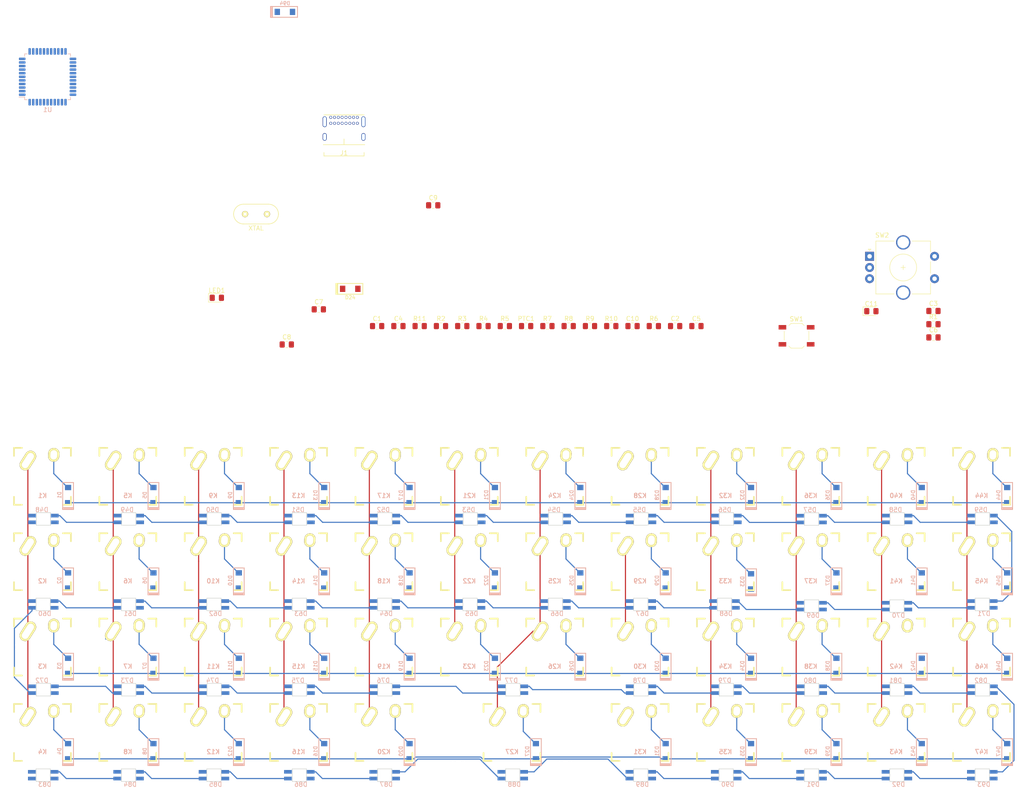
<source format=kicad_pcb>
(kicad_pcb (version 20171130) (host pcbnew "(5.1.0)-1")
  (layers (0 F.Cu signal) (31 B.Cu signal) (34 B.Paste user) (35 F.Paste user) (36 B.SilkS user) (37 F.SilkS user) (38 B.Mask user) (39 F.Mask user) (44 Edge.Cuts user))
  (net 0 "")
  (net 1 /XTAL2)
  (net 2 +5V)
  (net 3 /XTAL1)
  (net 4 5V)
  (net 5 /ENCODER_BOUT)
  (net 6 /ENCODER_AOUT)
  (net 7 /ROW0)
  (net 8 "Net-(D1-Pad2)")
  (net 9 /ROW1)
  (net 10 "Net-(D2-Pad2)")
  (net 11 /ROW2)
  (net 12 "Net-(D3-Pad2)")
  (net 13 /ROW3)
  (net 14 "Net-(D4-Pad2)")
  (net 15 "Net-(D5-Pad2)")
  (net 16 "Net-(D6-Pad2)")
  (net 17 "Net-(D7-Pad2)")
  (net 18 "Net-(D8-Pad2)")
  (net 19 "Net-(D9-Pad2)")
  (net 20 "Net-(D10-Pad2)")
  (net 21 "Net-(D11-Pad2)")
  (net 22 "Net-(D12-Pad2)")
  (net 23 "Net-(D13-Pad2)")
  (net 24 "Net-(D14-Pad2)")
  (net 25 "Net-(D15-Pad2)")
  (net 26 "Net-(D16-Pad2)")
  (net 27 "Net-(D17-Pad2)")
  (net 28 "Net-(D18-Pad2)")
  (net 29 "Net-(D19-Pad2)")
  (net 30 "Net-(D20-Pad2)")
  (net 31 "Net-(D21-Pad2)")
  (net 32 "Net-(D22-Pad2)")
  (net 33 "Net-(D23-Pad2)")
  (net 34 "Net-(D24-Pad2)")
  (net 35 "Net-(D25-Pad2)")
  (net 36 "Net-(D26-Pad2)")
  (net 37 "Net-(D27-Pad2)")
  (net 38 "Net-(D28-Pad2)")
  (net 39 "Net-(D29-Pad2)")
  (net 40 "Net-(D30-Pad2)")
  (net 41 "Net-(D31-Pad2)")
  (net 42 "Net-(D32-Pad2)")
  (net 43 "Net-(D33-Pad2)")
  (net 44 "Net-(D34-Pad2)")
  (net 45 "Net-(D35-Pad2)")
  (net 46 "Net-(D36-Pad2)")
  (net 47 "Net-(D37-Pad2)")
  (net 48 "Net-(D38-Pad2)")
  (net 49 "Net-(D39-Pad2)")
  (net 50 "Net-(D40-Pad2)")
  (net 51 "Net-(D41-Pad2)")
  (net 52 "Net-(D42-Pad2)")
  (net 53 "Net-(D43-Pad2)")
  (net 54 "Net-(D44-Pad2)")
  (net 55 "Net-(D46-Pad2)")
  (net 56 "Net-(D48-Pad4)")
  (net 57 /RGB)
  (net 58 "Net-(D49-Pad4)")
  (net 59 "Net-(D50-Pad4)")
  (net 60 "Net-(D51-Pad4)")
  (net 61 "Net-(D52-Pad4)")
  (net 62 "Net-(D54-Pad4)")
  (net 63 "Net-(D56-Pad4)")
  (net 64 "Net-(D58-Pad4)")
  (net 65 "Net-(D60-Pad4)")
  (net 66 "Net-(D61-Pad2)")
  (net 67 "Net-(D63-Pad2)")
  (net 68 "Net-(D65-Pad2)")
  (net 69 "Net-(D67-Pad2)")
  (net 70 "Net-(D69-Pad2)")
  (net 71 "Net-(D73-Pad4)")
  (net 72 "Net-(D75-Pad4)")
  (net 73 "Net-(D77-Pad4)")
  (net 74 "Net-(D79-Pad4)")
  (net 75 "Net-(D81-Pad4)")
  (net 76 "Net-(D83-Pad4)")
  (net 77 "Net-(D84-Pad2)")
  (net 78 "Net-(D86-Pad2)")
  (net 79 "Net-(D88-Pad2)")
  (net 80 "Net-(D90-Pad2)")
  (net 81 /ENCODER_S1)
  (net 82 "Net-(J1-PadA5)")
  (net 83 VCC)
  (net 84 "Net-(J1-PadA6)")
  (net 85 "Net-(J1-PadA7)")
  (net 86 "Net-(J1-PadA8)")
  (net 87 "Net-(J1-PadB8)")
  (net 88 "Net-(J1-PadB5)")
  (net 89 /COL0)
  (net 90 /COL1)
  (net 91 /COL2)
  (net 92 /COL3)
  (net 93 /COL4)
  (net 94 /COL5)
  (net 95 /COL6)
  (net 96 /COL7)
  (net 97 /COL8)
  (net 98 /COL9)
  (net 99 /COL10)
  (net 100 /COL11)
  (net 101 "Net-(LED1-Pad2)")
  (net 102 /RESET)
  (net 103 /D-)
  (net 104 /D+)
  (net 105 /ENCODER_B)
  (net 106 /ENCODER_A)
  (net 107 "Net-(U1-Pad42)")
  (net 108 "Net-(U1-Pad26)")
  (net 109 "Net-(U1-Pad22)")
  (net 110 "Net-(U1-Pad21)")
  (net 111 "Net-(U1-Pad20)")
  (net 112 "Net-(U1-Pad12)")
  (net 113 "Net-(U1-Pad1)")
  (net 114 "Net-(C11-Pad1)")
  (net 115 "Net-(R11-Pad2)")
  (net 116 GND)
  (net 117 "Net-(SW2-PadC)")
  (net 118 "Net-(D53-Pad4)")
  (net 119 "Net-(D55-Pad4)")
  (net 120 "Net-(D57-Pad4)")
  (net 121 "Net-(D59-Pad4)")
  (net 122 "Net-(D60-Pad2)")
  (net 123 "Net-(D62-Pad2)")
  (net 124 "Net-(D64-Pad2)")
  (net 125 "Net-(D66-Pad2)")
  (net 126 "Net-(D68-Pad2)")
  (net 127 "Net-(D70-Pad2)")
  (net 128 "Net-(D72-Pad4)")
  (net 129 "Net-(D74-Pad4)")
  (net 130 "Net-(D76-Pad4)")
  (net 131 "Net-(D78-Pad4)")
  (net 132 "Net-(D80-Pad4)")
  (net 133 "Net-(D82-Pad4)")
  (net 134 "Net-(D85-Pad2)")
  (net 135 "Net-(D87-Pad2)")
  (net 136 "Net-(D89-Pad2)")
  (net 137 "Net-(D91-Pad2)")
  (net 138 "Net-(D92-Pad2)")
  (net 139 "Net-(D83-Pad2)")
  (net 140 "Net-(D45-Pad2)")
  (net 141 "Net-(D47-Pad2)")
  (module keyboardlib:sk6812_mini_E_cuts (layer F.Cu) (at 138.684 83.82)
    (fp_text reference D77 (at 2.15 -1.31) (layer B.SilkS) (effects (justify mirror)))
    (fp_text value SK6812)
    (fp_line (start 0.9 -0.65) (end 0.9 2.15) (layer Edge.Cuts) (width 0.12))
    (fp_line (start 4.1 2.15) (end 0.9 2.15) (layer Edge.Cuts) (width 0.12))
    (fp_line (start 4.1 -0.65) (end 4.1 2.15) (layer Edge.Cuts) (width 0.12))
    (fp_line (start 0.9 -0.65) (end 4.1 -0.65) (layer Edge.Cuts) (width 0.12))
    (pad 4 smd rect (at 5 0) (size 1.8 0.82) (layers B.Cu B.Paste B.Mask) (net 73 "Net-(D77-Pad4)"))
    (pad 3 smd rect (at 5 1.5) (size 1.8 0.82) (layers B.Cu B.Paste B.Mask) (net 4 5V))
    (pad 2 smd rect (at 0 1.5) (size 1.8 0.82) (layers B.Cu B.Paste B.Mask) (net 130 "Net-(D76-Pad4)"))
    (pad 1 smd rect (at 0 0) (size 1.8 0.82) (layers B.Cu B.Paste B.Mask) (net 116 GND))
  )
  (module keebs:Mx_Alps_100 (layer F.Cu) (at 36.195 75.057)
    (fp_text reference K3 (at 0 4.318) (layer B.SilkS) (effects (font (thickness 0.2)) (justify mirror)))
    (fp_text value KEYSW hide)
    (pad 2 thru_hole oval (at 2.52 -4.79 356.1) (size 2.5 3.08) (drill oval 1.5 2.08) (layers *.Cu *.Mask F.SilkS) (net 12 "Net-(D3-Pad2)"))
    (pad 1 thru_hole oval (at -3.255 -3.52 327.5) (size 2.5 4.75) (drill oval 1.5 3.75) (layers *.Cu *.Mask F.SilkS) (net 89 /COL0))
    (pad "" np_thru_hole circle (at 5.08 0) (size 1.7018 1.7018) (drill 1.7018) (layers *.Cu *.Mask))
    (pad "" np_thru_hole circle (at -5.08 0) (size 1.7018 1.7018) (drill 1.7018) (layers *.Cu *.Mask))
    (pad "" np_thru_hole circle (at 0 0) (size 3.9878 3.9878) (drill 3.9878) (layers *.Cu *.Mask))
  )
  (module keyboardlib:sk6812_mini_E_cuts (layer F.Cu) (at 76.962 66.294 180)
    (fp_text reference D62 (at 2.15 -1.31 180) (layer B.SilkS) (effects (justify mirror)))
    (fp_text value SK6812)
    (fp_line (start 0.9 -0.65) (end 0.9 2.15) (layer Edge.Cuts) (width 0.12))
    (fp_line (start 4.1 2.15) (end 0.9 2.15) (layer Edge.Cuts) (width 0.12))
    (fp_line (start 4.1 -0.65) (end 4.1 2.15) (layer Edge.Cuts) (width 0.12))
    (fp_line (start 0.9 -0.65) (end 4.1 -0.65) (layer Edge.Cuts) (width 0.12))
    (pad 4 smd rect (at 5 0 180) (size 1.8 0.82) (layers B.Cu B.Paste B.Mask) (net 66 "Net-(D61-Pad2)"))
    (pad 3 smd rect (at 5 1.5 180) (size 1.8 0.82) (layers B.Cu B.Paste B.Mask) (net 4 5V))
    (pad 2 smd rect (at 0 1.5 180) (size 1.8 0.82) (layers B.Cu B.Paste B.Mask) (net 123 "Net-(D62-Pad2)"))
    (pad 1 smd rect (at 0 0 180) (size 1.8 0.82) (layers B.Cu B.Paste B.Mask) (net 116 GND))
  )
  (module keyboardlib:sk6812_mini_E_cuts (layer F.Cu) (at 76.962 104.394 180)
    (fp_text reference D85 (at 2.15 -1.31 180) (layer B.SilkS) (effects (justify mirror)))
    (fp_text value SK6812)
    (fp_line (start 0.9 -0.65) (end 4.1 -0.65) (layer Edge.Cuts) (width 0.12))
    (fp_line (start 4.1 -0.65) (end 4.1 2.15) (layer Edge.Cuts) (width 0.12))
    (fp_line (start 4.1 2.15) (end 0.9 2.15) (layer Edge.Cuts) (width 0.12))
    (fp_line (start 0.9 -0.65) (end 0.9 2.15) (layer Edge.Cuts) (width 0.12))
    (pad 1 smd rect (at 0 0 180) (size 1.8 0.82) (layers B.Cu B.Paste B.Mask) (net 116 GND))
    (pad 2 smd rect (at 0 1.5 180) (size 1.8 0.82) (layers B.Cu B.Paste B.Mask) (net 134 "Net-(D85-Pad2)"))
    (pad 3 smd rect (at 5 1.5 180) (size 1.8 0.82) (layers B.Cu B.Paste B.Mask) (net 4 5V))
    (pad 4 smd rect (at 5 0 180) (size 1.8 0.82) (layers B.Cu B.Paste B.Mask) (net 77 "Net-(D84-Pad2)"))
  )
  (module keyboard_parts:D_SOD123 (layer B.Cu) (at 90.297 -66.675)
    (fp_text reference D94 (at 0 -1.925) (layer B.SilkS) (effects (font (size 0.8 0.8)) (justify mirror)))
    (fp_text value D hide)
    (pad 1 smd rect (at -1.7 0) (size 1.2 1.4) (layers B.Cu B.Paste B.Mask) (net 13 /ROW3))
    (pad 2 smd rect (at 1.7 0) (size 1.2 1.4) (layers B.Cu B.Paste B.Mask) (net 81 /ENCODER_S1))
  )
  (module keyboard_parts:XTAL_HC_49_TH (layer F.Cu) (at 83.85 -21.563)
    (fp_text reference X1 hide)
    (fp_text value XTAL (at 0 3.15) (layer F.SilkS))
    (pad 2 thru_hole circle (at -2.45 0 180) (size 1.4 1.4) (drill 0.7) (layers *.Cu *.Mask F.SilkS) (net 3 /XTAL1))
    (pad 1 thru_hole circle (at 2.45 0 180) (size 1.4 1.4) (drill 0.7) (layers *.Cu *.Mask F.SilkS) (net 1 /XTAL2))
  )
  (module Package_QFP:LQFP-44_10x10mm_P0.8mm (layer B.Cu) (at 37.338 -52.197)
    (fp_text reference U1 (at 0 7.35) (layer B.SilkS) (effects (justify mirror)))
    (fp_text value ATMEGA32U4)
    (pad 44 smd roundrect (at -4 5.6625) (size 0.55 1.475) (layers B.Cu B.Paste B.Mask) (net 4 5V))
    (pad 43 smd roundrect (at -3.2 5.6625) (size 0.55 1.475) (layers B.Cu B.Paste B.Mask) (net 116 GND))
    (pad 42 smd roundrect (at -2.4 5.6625) (size 0.55 1.475) (layers B.Cu B.Paste B.Mask) (net 107 "Net-(U1-Pad42)"))
    (pad 41 smd roundrect (at -1.6 5.6625) (size 0.55 1.475) (layers B.Cu B.Paste B.Mask) (net 89 /COL0))
    (pad 40 smd roundrect (at -0.8 5.6625) (size 0.55 1.475) (layers B.Cu B.Paste B.Mask) (net 90 /COL1))
    (pad 39 smd roundrect (at 0 5.6625) (size 0.55 1.475) (layers B.Cu B.Paste B.Mask) (net 91 /COL2))
    (pad 38 smd roundrect (at 0.8 5.6625) (size 0.55 1.475) (layers B.Cu B.Paste B.Mask) (net 92 /COL3))
    (pad 37 smd roundrect (at 1.6 5.6625) (size 0.55 1.475) (layers B.Cu B.Paste B.Mask) (net 93 /COL4))
    (pad 36 smd roundrect (at 2.4 5.6625) (size 0.55 1.475) (layers B.Cu B.Paste B.Mask) (net 94 /COL5))
    (pad 35 smd roundrect (at 3.2 5.6625) (size 0.55 1.475) (layers B.Cu B.Paste B.Mask) (net 116 GND))
    (pad 34 smd roundrect (at 4 5.6625) (size 0.55 1.475) (layers B.Cu B.Paste B.Mask) (net 4 5V))
    (pad 33 smd roundrect (at 5.6625 4) (size 1.475 0.55) (layers B.Cu B.Paste B.Mask) (net 115 "Net-(R11-Pad2)"))
    (pad 32 smd roundrect (at 5.6625 3.2) (size 1.475 0.55) (layers B.Cu B.Paste B.Mask) (net 95 /COL6))
    (pad 31 smd roundrect (at 5.6625 2.4) (size 1.475 0.55) (layers B.Cu B.Paste B.Mask) (net 96 /COL7))
    (pad 30 smd roundrect (at 5.6625 1.6) (size 1.475 0.55) (layers B.Cu B.Paste B.Mask) (net 97 /COL8))
    (pad 29 smd roundrect (at 5.6625 0.8) (size 1.475 0.55) (layers B.Cu B.Paste B.Mask) (net 98 /COL9))
    (pad 28 smd roundrect (at 5.6625 0) (size 1.475 0.55) (layers B.Cu B.Paste B.Mask) (net 99 /COL10))
    (pad 27 smd roundrect (at 5.6625 -0.8) (size 1.475 0.55) (layers B.Cu B.Paste B.Mask) (net 100 /COL11))
    (pad 26 smd roundrect (at 5.6625 -1.6) (size 1.475 0.55) (layers B.Cu B.Paste B.Mask) (net 108 "Net-(U1-Pad26)"))
    (pad 25 smd roundrect (at 5.6625 -2.4) (size 1.475 0.55) (layers B.Cu B.Paste B.Mask) (net 57 /RGB))
    (pad 24 smd roundrect (at 5.6625 -3.2) (size 1.475 0.55) (layers B.Cu B.Paste B.Mask) (net 4 5V))
    (pad 23 smd roundrect (at 5.6625 -4) (size 1.475 0.55) (layers B.Cu B.Paste B.Mask) (net 116 GND))
    (pad 22 smd roundrect (at 4 -5.6625) (size 0.55 1.475) (layers B.Cu B.Paste B.Mask) (net 109 "Net-(U1-Pad22)"))
    (pad 21 smd roundrect (at 3.2 -5.6625) (size 0.55 1.475) (layers B.Cu B.Paste B.Mask) (net 110 "Net-(U1-Pad21)"))
    (pad 20 smd roundrect (at 2.4 -5.6625) (size 0.55 1.475) (layers B.Cu B.Paste B.Mask) (net 111 "Net-(U1-Pad20)"))
    (pad 19 smd roundrect (at 1.6 -5.6625) (size 0.55 1.475) (layers B.Cu B.Paste B.Mask) (net 5 /ENCODER_BOUT))
    (pad 18 smd roundrect (at 0.8 -5.6625) (size 0.55 1.475) (layers B.Cu B.Paste B.Mask) (net 6 /ENCODER_AOUT))
    (pad 17 smd roundrect (at 0 -5.6625) (size 0.55 1.475) (layers B.Cu B.Paste B.Mask) (net 1 /XTAL2))
    (pad 16 smd roundrect (at -0.8 -5.6625) (size 0.55 1.475) (layers B.Cu B.Paste B.Mask) (net 3 /XTAL1))
    (pad 15 smd roundrect (at -1.6 -5.6625) (size 0.55 1.475) (layers B.Cu B.Paste B.Mask) (net 116 GND))
    (pad 14 smd roundrect (at -2.4 -5.6625) (size 0.55 1.475) (layers B.Cu B.Paste B.Mask) (net 4 5V))
    (pad 13 smd roundrect (at -3.2 -5.6625) (size 0.55 1.475) (layers B.Cu B.Paste B.Mask) (net 102 /RESET))
    (pad 12 smd roundrect (at -4 -5.6625) (size 0.55 1.475) (layers B.Cu B.Paste B.Mask) (net 112 "Net-(U1-Pad12)"))
    (pad 11 smd roundrect (at -5.6625 -4) (size 1.475 0.55) (layers B.Cu B.Paste B.Mask) (net 13 /ROW3))
    (pad 10 smd roundrect (at -5.6625 -3.2) (size 1.475 0.55) (layers B.Cu B.Paste B.Mask) (net 11 /ROW2))
    (pad 9 smd roundrect (at -5.6625 -2.4) (size 1.475 0.55) (layers B.Cu B.Paste B.Mask) (net 9 /ROW1))
    (pad 8 smd roundrect (at -5.6625 -1.6) (size 1.475 0.55) (layers B.Cu B.Paste B.Mask) (net 7 /ROW0))
    (pad 7 smd roundrect (at -5.6625 -0.8) (size 1.475 0.55) (layers B.Cu B.Paste B.Mask) (net 4 5V))
    (pad 6 smd roundrect (at -5.6625 0) (size 1.475 0.55) (layers B.Cu B.Paste B.Mask) (net 114 "Net-(C11-Pad1)"))
    (pad 5 smd roundrect (at -5.6625 0.8) (size 1.475 0.55) (layers B.Cu B.Paste B.Mask) (net 116 GND))
    (pad 4 smd roundrect (at -5.6625 1.6) (size 1.475 0.55) (layers B.Cu B.Paste B.Mask) (net 104 /D+))
    (pad 3 smd roundrect (at -5.6625 2.4) (size 1.475 0.55) (layers B.Cu B.Paste B.Mask) (net 103 /D-))
    (pad 2 smd roundrect (at -5.6625 3.2) (size 1.475 0.55) (layers B.Cu B.Paste B.Mask) (net 4 5V))
    (pad 1 smd roundrect (at -5.6625 4) (size 1.475 0.55) (layers B.Cu B.Paste B.Mask) (net 113 "Net-(U1-Pad1)"))
  )
  (module Rotary_Encoder:RotaryEncoder_Alps_EC11E-Switch_Vertical_H20mm_CircularMountingHoles (layer F.Cu) (at 220.764 -12.139)
    (fp_text reference SW2 (at 2.8 -4.7) (layer F.SilkS))
    (fp_text value Rotary_Encoder_Switch)
    (pad A thru_hole rect (at 0 0) (size 2 2) (drill 1) (layers *.Cu *.Mask) (net 106 /ENCODER_A))
    (pad C thru_hole circle (at 0 2.5) (size 2 2) (drill 1) (layers *.Cu *.Mask) (net 117 "Net-(SW2-PadC)"))
    (pad B thru_hole circle (at 0 5) (size 2 2) (drill 1) (layers *.Cu *.Mask) (net 105 /ENCODER_B))
    (pad MP thru_hole circle (at 7.5 -3.1) (size 3.2 3.2) (drill 2.6) (layers *.Cu *.Mask))
    (pad MP thru_hole circle (at 7.5 8.1) (size 3.2 3.2) (drill 2.6) (layers *.Cu *.Mask))
    (pad S2 thru_hole circle (at 14.5 0) (size 2 2) (drill 1) (layers *.Cu *.Mask) (net 94 /COL5))
    (pad S1 thru_hole circle (at 14.5 5) (size 2 2) (drill 1) (layers *.Cu *.Mask) (net 81 /ENCODER_S1))
  )
  (module Button_Switch_SMD:SW_SPST_TL3342 (layer F.Cu) (at 204.464 5.601)
    (fp_text reference SW1 (at 0 -3.75) (layer F.SilkS))
    (fp_text value SW_PUSH)
    (pad 2 smd rect (at 3.15 1.9) (size 1.7 1) (layers F.Cu F.Paste F.Mask) (net 116 GND))
    (pad 2 smd rect (at -3.15 1.9) (size 1.7 1) (layers F.Cu F.Paste F.Mask) (net 116 GND))
    (pad 1 smd rect (at 3.15 -1.9) (size 1.7 1) (layers F.Cu F.Paste F.Mask) (net 102 /RESET))
    (pad 1 smd rect (at -3.15 -1.9) (size 1.7 1) (layers F.Cu F.Paste F.Mask) (net 102 /RESET))
  )
  (module Resistor_SMD:R_0805_2012Metric_Pad1.15x1.40mm_HandSolder (layer F.Cu) (at 120.371 3.429)
    (fp_text reference R11 (at 0 -1.65) (layer F.SilkS))
    (fp_text value 10k)
    (pad 2 smd roundrect (at 1.025 0) (size 1.15 1.4) (layers F.Cu F.Paste F.Mask) (roundrect_rratio 0.217391) (net 115 "Net-(R11-Pad2)"))
    (pad 1 smd roundrect (at -1.025 0) (size 1.15 1.4) (layers F.Cu F.Paste F.Mask) (roundrect_rratio 0.217391) (net 116 GND))
  )
  (module Resistor_SMD:R_0805_2012Metric_Pad1.15x1.40mm_HandSolder (layer F.Cu) (at 163.121 3.429)
    (fp_text reference R10 (at 0 -1.65) (layer F.SilkS))
    (fp_text value 220)
    (pad 2 smd roundrect (at 1.025 0) (size 1.15 1.4) (layers F.Cu F.Paste F.Mask) (roundrect_rratio 0.217391) (net 101 "Net-(LED1-Pad2)"))
    (pad 1 smd roundrect (at -1.025 0) (size 1.15 1.4) (layers F.Cu F.Paste F.Mask) (roundrect_rratio 0.217391) (net 4 5V))
  )
  (module Resistor_SMD:R_0805_2012Metric_Pad1.15x1.40mm_HandSolder (layer F.Cu) (at 158.371 3.429)
    (fp_text reference R9 (at 0 -1.65) (layer F.SilkS))
    (fp_text value 10k)
    (pad 2 smd roundrect (at 1.025 0) (size 1.15 1.4) (layers F.Cu F.Paste F.Mask) (roundrect_rratio 0.217391) (net 106 /ENCODER_A))
    (pad 1 smd roundrect (at -1.025 0) (size 1.15 1.4) (layers F.Cu F.Paste F.Mask) (roundrect_rratio 0.217391) (net 6 /ENCODER_AOUT))
  )
  (module Resistor_SMD:R_0805_2012Metric_Pad1.15x1.40mm_HandSolder (layer F.Cu) (at 153.621 3.429)
    (fp_text reference R8 (at 0 -1.65) (layer F.SilkS))
    (fp_text value 10k)
    (pad 2 smd roundrect (at 1.025 0) (size 1.15 1.4) (layers F.Cu F.Paste F.Mask) (roundrect_rratio 0.217391) (net 4 5V))
    (pad 1 smd roundrect (at -1.025 0) (size 1.15 1.4) (layers F.Cu F.Paste F.Mask) (roundrect_rratio 0.217391) (net 106 /ENCODER_A))
  )
  (module Resistor_SMD:R_0805_2012Metric_Pad1.15x1.40mm_HandSolder (layer F.Cu) (at 148.871 3.429)
    (fp_text reference R7 (at 0 -1.65) (layer F.SilkS))
    (fp_text value 10k)
    (pad 2 smd roundrect (at 1.025 0) (size 1.15 1.4) (layers F.Cu F.Paste F.Mask) (roundrect_rratio 0.217391) (net 105 /ENCODER_B))
    (pad 1 smd roundrect (at -1.025 0) (size 1.15 1.4) (layers F.Cu F.Paste F.Mask) (roundrect_rratio 0.217391) (net 5 /ENCODER_BOUT))
  )
  (module Resistor_SMD:R_0805_2012Metric_Pad1.15x1.40mm_HandSolder (layer F.Cu) (at 172.621 3.429)
    (fp_text reference R6 (at 0 -1.65) (layer F.SilkS))
    (fp_text value 10k)
    (pad 2 smd roundrect (at 1.025 0) (size 1.15 1.4) (layers F.Cu F.Paste F.Mask) (roundrect_rratio 0.217391) (net 4 5V))
    (pad 1 smd roundrect (at -1.025 0) (size 1.15 1.4) (layers F.Cu F.Paste F.Mask) (roundrect_rratio 0.217391) (net 105 /ENCODER_B))
  )
  (module Resistor_SMD:R_0805_2012Metric_Pad1.15x1.40mm_HandSolder (layer F.Cu) (at 139.371 3.429)
    (fp_text reference R5 (at 0 -1.65) (layer F.SilkS))
    (fp_text value 22)
    (pad 2 smd roundrect (at 1.025 0) (size 1.15 1.4) (layers F.Cu F.Paste F.Mask) (roundrect_rratio 0.217391) (net 84 "Net-(J1-PadA6)"))
    (pad 1 smd roundrect (at -1.025 0) (size 1.15 1.4) (layers F.Cu F.Paste F.Mask) (roundrect_rratio 0.217391) (net 104 /D+))
  )
  (module Resistor_SMD:R_0805_2012Metric_Pad1.15x1.40mm_HandSolder (layer F.Cu) (at 134.621 3.429)
    (fp_text reference R4 (at 0 -1.65) (layer F.SilkS))
    (fp_text value 22)
    (pad 2 smd roundrect (at 1.025 0) (size 1.15 1.4) (layers F.Cu F.Paste F.Mask) (roundrect_rratio 0.217391) (net 85 "Net-(J1-PadA7)"))
    (pad 1 smd roundrect (at -1.025 0) (size 1.15 1.4) (layers F.Cu F.Paste F.Mask) (roundrect_rratio 0.217391) (net 103 /D-))
  )
  (module Resistor_SMD:R_0805_2012Metric_Pad1.15x1.40mm_HandSolder (layer F.Cu) (at 129.871 3.429)
    (fp_text reference R3 (at 0 -1.65) (layer F.SilkS))
    (fp_text value 5.1k)
    (pad 2 smd roundrect (at 1.025 0) (size 1.15 1.4) (layers F.Cu F.Paste F.Mask) (roundrect_rratio 0.217391) (net 88 "Net-(J1-PadB5)"))
    (pad 1 smd roundrect (at -1.025 0) (size 1.15 1.4) (layers F.Cu F.Paste F.Mask) (roundrect_rratio 0.217391) (net 116 GND))
  )
  (module Resistor_SMD:R_0805_2012Metric_Pad1.15x1.40mm_HandSolder (layer F.Cu) (at 125.121 3.429)
    (fp_text reference R2 (at 0 -1.65) (layer F.SilkS))
    (fp_text value 5.1k)
    (pad 2 smd roundrect (at 1.025 0) (size 1.15 1.4) (layers F.Cu F.Paste F.Mask) (roundrect_rratio 0.217391) (net 82 "Net-(J1-PadA5)"))
    (pad 1 smd roundrect (at -1.025 0) (size 1.15 1.4) (layers F.Cu F.Paste F.Mask) (roundrect_rratio 0.217391) (net 116 GND))
  )
  (module Resistor_SMD:R_0805_2012Metric_Pad1.15x1.40mm_HandSolder (layer F.Cu) (at 235.014 3.011)
    (fp_text reference R1 (at 0 -1.65) (layer F.SilkS))
    (fp_text value 10k)
    (pad 2 smd roundrect (at 1.025 0) (size 1.15 1.4) (layers F.Cu F.Paste F.Mask) (roundrect_rratio 0.217391) (net 102 /RESET))
    (pad 1 smd roundrect (at -1.025 0) (size 1.15 1.4) (layers F.Cu F.Paste F.Mask) (roundrect_rratio 0.217391) (net 4 5V))
  )
  (module Fuse:Fuse_0805_2012Metric_Pad1.15x1.40mm_HandSolder (layer F.Cu) (at 144.121 3.429)
    (fp_text reference PTC1 (at 0 -1.65) (layer F.SilkS))
    (fp_text value "PTC 1.5A")
    (pad 2 smd roundrect (at 1.025 0) (size 1.15 1.4) (layers F.Cu F.Paste F.Mask) (roundrect_rratio 0.217391) (net 4 5V))
    (pad 1 smd roundrect (at -1.025 0) (size 1.15 1.4) (layers F.Cu F.Paste F.Mask) (roundrect_rratio 0.217391) (net 83 VCC))
  )
  (module LED_SMD:LED_0805_2012Metric_Pad1.15x1.40mm_HandSolder (layer F.Cu) (at 75.105 -2.878)
    (fp_text reference LED1 (at 0 -1.65) (layer F.SilkS))
    (fp_text value LED)
    (pad 2 smd roundrect (at 1.025 0) (size 1.15 1.4) (layers F.Cu F.Paste F.Mask) (roundrect_rratio 0.217391) (net 101 "Net-(LED1-Pad2)"))
    (pad 1 smd roundrect (at -1.025 0) (size 1.15 1.4) (layers F.Cu F.Paste F.Mask) (roundrect_rratio 0.217391) (net 2 +5V))
  )
  (module keebs:Mx_Alps_100 (layer F.Cu) (at 245.745 94.107)
    (fp_text reference K47 (at 0 4.318) (layer B.SilkS) (effects (font (thickness 0.2)) (justify mirror)))
    (fp_text value KEYSW hide)
    (pad 2 thru_hole oval (at 2.52 -4.79 356.1) (size 2.5 3.08) (drill oval 1.5 2.08) (layers *.Cu *.Mask F.SilkS) (net 141 "Net-(D47-Pad2)"))
    (pad 1 thru_hole oval (at -3.255 -3.52 327.5) (size 2.5 4.75) (drill oval 1.5 3.75) (layers *.Cu *.Mask F.SilkS) (net 100 /COL11))
    (pad "" np_thru_hole circle (at 5.08 0) (size 1.7018 1.7018) (drill 1.7018) (layers *.Cu *.Mask))
    (pad "" np_thru_hole circle (at -5.08 0) (size 1.7018 1.7018) (drill 1.7018) (layers *.Cu *.Mask))
    (pad "" np_thru_hole circle (at 0 0) (size 3.9878 3.9878) (drill 3.9878) (layers *.Cu *.Mask))
  )
  (module keebs:Mx_Alps_100 (layer F.Cu) (at 245.745 75.057)
    (fp_text reference K46 (at 0 4.318) (layer B.SilkS) (effects (font (thickness 0.2)) (justify mirror)))
    (fp_text value KEYSW hide)
    (pad 2 thru_hole oval (at 2.52 -4.79 356.1) (size 2.5 3.08) (drill oval 1.5 2.08) (layers *.Cu *.Mask F.SilkS) (net 55 "Net-(D46-Pad2)"))
    (pad 1 thru_hole oval (at -3.255 -3.52 327.5) (size 2.5 4.75) (drill oval 1.5 3.75) (layers *.Cu *.Mask F.SilkS) (net 100 /COL11))
    (pad "" np_thru_hole circle (at 5.08 0) (size 1.7018 1.7018) (drill 1.7018) (layers *.Cu *.Mask))
    (pad "" np_thru_hole circle (at -5.08 0) (size 1.7018 1.7018) (drill 1.7018) (layers *.Cu *.Mask))
    (pad "" np_thru_hole circle (at 0 0) (size 3.9878 3.9878) (drill 3.9878) (layers *.Cu *.Mask))
  )
  (module keebs:Mx_Alps_100 (layer F.Cu) (at 245.745 56.007)
    (fp_text reference K45 (at 0 4.318) (layer B.SilkS) (effects (font (thickness 0.2)) (justify mirror)))
    (fp_text value KEYSW hide)
    (pad 2 thru_hole oval (at 2.52 -4.79 356.1) (size 2.5 3.08) (drill oval 1.5 2.08) (layers *.Cu *.Mask F.SilkS) (net 140 "Net-(D45-Pad2)"))
    (pad 1 thru_hole oval (at -3.255 -3.52 327.5) (size 2.5 4.75) (drill oval 1.5 3.75) (layers *.Cu *.Mask F.SilkS) (net 100 /COL11))
    (pad "" np_thru_hole circle (at 5.08 0) (size 1.7018 1.7018) (drill 1.7018) (layers *.Cu *.Mask))
    (pad "" np_thru_hole circle (at -5.08 0) (size 1.7018 1.7018) (drill 1.7018) (layers *.Cu *.Mask))
    (pad "" np_thru_hole circle (at 0 0) (size 3.9878 3.9878) (drill 3.9878) (layers *.Cu *.Mask))
  )
  (module keebs:Mx_Alps_100 (layer F.Cu) (at 245.745 36.957)
    (fp_text reference K44 (at 0 4.318) (layer B.SilkS) (effects (font (thickness 0.2)) (justify mirror)))
    (fp_text value KEYSW hide)
    (pad 2 thru_hole oval (at 2.52 -4.79 356.1) (size 2.5 3.08) (drill oval 1.5 2.08) (layers *.Cu *.Mask F.SilkS) (net 54 "Net-(D44-Pad2)"))
    (pad 1 thru_hole oval (at -3.255 -3.52 327.5) (size 2.5 4.75) (drill oval 1.5 3.75) (layers *.Cu *.Mask F.SilkS) (net 100 /COL11))
    (pad "" np_thru_hole circle (at 5.08 0) (size 1.7018 1.7018) (drill 1.7018) (layers *.Cu *.Mask))
    (pad "" np_thru_hole circle (at -5.08 0) (size 1.7018 1.7018) (drill 1.7018) (layers *.Cu *.Mask))
    (pad "" np_thru_hole circle (at 0 0) (size 3.9878 3.9878) (drill 3.9878) (layers *.Cu *.Mask))
  )
  (module keebs:Mx_Alps_100 (layer F.Cu) (at 226.695 94.107)
    (fp_text reference K43 (at 0 4.318) (layer B.SilkS) (effects (font (thickness 0.2)) (justify mirror)))
    (fp_text value KEYSW hide)
    (pad 2 thru_hole oval (at 2.52 -4.79 356.1) (size 2.5 3.08) (drill oval 1.5 2.08) (layers *.Cu *.Mask F.SilkS) (net 53 "Net-(D43-Pad2)"))
    (pad 1 thru_hole oval (at -3.255 -3.52 327.5) (size 2.5 4.75) (drill oval 1.5 3.75) (layers *.Cu *.Mask F.SilkS) (net 99 /COL10))
    (pad "" np_thru_hole circle (at 5.08 0) (size 1.7018 1.7018) (drill 1.7018) (layers *.Cu *.Mask))
    (pad "" np_thru_hole circle (at -5.08 0) (size 1.7018 1.7018) (drill 1.7018) (layers *.Cu *.Mask))
    (pad "" np_thru_hole circle (at 0 0) (size 3.9878 3.9878) (drill 3.9878) (layers *.Cu *.Mask))
  )
  (module keebs:Mx_Alps_100 (layer F.Cu) (at 226.695 75.057)
    (fp_text reference K42 (at 0 4.318) (layer B.SilkS) (effects (font (thickness 0.2)) (justify mirror)))
    (fp_text value KEYSW hide)
    (pad 2 thru_hole oval (at 2.52 -4.79 356.1) (size 2.5 3.08) (drill oval 1.5 2.08) (layers *.Cu *.Mask F.SilkS) (net 52 "Net-(D42-Pad2)"))
    (pad 1 thru_hole oval (at -3.255 -3.52 327.5) (size 2.5 4.75) (drill oval 1.5 3.75) (layers *.Cu *.Mask F.SilkS) (net 99 /COL10))
    (pad "" np_thru_hole circle (at 5.08 0) (size 1.7018 1.7018) (drill 1.7018) (layers *.Cu *.Mask))
    (pad "" np_thru_hole circle (at -5.08 0) (size 1.7018 1.7018) (drill 1.7018) (layers *.Cu *.Mask))
    (pad "" np_thru_hole circle (at 0 0) (size 3.9878 3.9878) (drill 3.9878) (layers *.Cu *.Mask))
  )
  (module keebs:Mx_Alps_100 (layer F.Cu) (at 226.695 56.007)
    (fp_text reference K41 (at 0 4.318) (layer B.SilkS) (effects (font (thickness 0.2)) (justify mirror)))
    (fp_text value KEYSW hide)
    (pad 2 thru_hole oval (at 2.52 -4.79 356.1) (size 2.5 3.08) (drill oval 1.5 2.08) (layers *.Cu *.Mask F.SilkS) (net 51 "Net-(D41-Pad2)"))
    (pad 1 thru_hole oval (at -3.255 -3.52 327.5) (size 2.5 4.75) (drill oval 1.5 3.75) (layers *.Cu *.Mask F.SilkS) (net 99 /COL10))
    (pad "" np_thru_hole circle (at 5.08 0) (size 1.7018 1.7018) (drill 1.7018) (layers *.Cu *.Mask))
    (pad "" np_thru_hole circle (at -5.08 0) (size 1.7018 1.7018) (drill 1.7018) (layers *.Cu *.Mask))
    (pad "" np_thru_hole circle (at 0 0) (size 3.9878 3.9878) (drill 3.9878) (layers *.Cu *.Mask))
  )
  (module keebs:Mx_Alps_100 (layer F.Cu) (at 226.695 36.957)
    (fp_text reference K40 (at 0 4.318) (layer B.SilkS) (effects (font (thickness 0.2)) (justify mirror)))
    (fp_text value KEYSW hide)
    (pad 2 thru_hole oval (at 2.52 -4.79 356.1) (size 2.5 3.08) (drill oval 1.5 2.08) (layers *.Cu *.Mask F.SilkS) (net 50 "Net-(D40-Pad2)"))
    (pad 1 thru_hole oval (at -3.255 -3.52 327.5) (size 2.5 4.75) (drill oval 1.5 3.75) (layers *.Cu *.Mask F.SilkS) (net 99 /COL10))
    (pad "" np_thru_hole circle (at 5.08 0) (size 1.7018 1.7018) (drill 1.7018) (layers *.Cu *.Mask))
    (pad "" np_thru_hole circle (at -5.08 0) (size 1.7018 1.7018) (drill 1.7018) (layers *.Cu *.Mask))
    (pad "" np_thru_hole circle (at 0 0) (size 3.9878 3.9878) (drill 3.9878) (layers *.Cu *.Mask))
  )
  (module keebs:Mx_Alps_100 (layer F.Cu) (at 207.645 94.107)
    (fp_text reference K39 (at 0 4.318) (layer B.SilkS) (effects (font (thickness 0.2)) (justify mirror)))
    (fp_text value KEYSW hide)
    (pad 2 thru_hole oval (at 2.52 -4.79 356.1) (size 2.5 3.08) (drill oval 1.5 2.08) (layers *.Cu *.Mask F.SilkS) (net 49 "Net-(D39-Pad2)"))
    (pad 1 thru_hole oval (at -3.255 -3.52 327.5) (size 2.5 4.75) (drill oval 1.5 3.75) (layers *.Cu *.Mask F.SilkS) (net 98 /COL9))
    (pad "" np_thru_hole circle (at 5.08 0) (size 1.7018 1.7018) (drill 1.7018) (layers *.Cu *.Mask))
    (pad "" np_thru_hole circle (at -5.08 0) (size 1.7018 1.7018) (drill 1.7018) (layers *.Cu *.Mask))
    (pad "" np_thru_hole circle (at 0 0) (size 3.9878 3.9878) (drill 3.9878) (layers *.Cu *.Mask))
  )
  (module keebs:Mx_Alps_100 (layer F.Cu) (at 207.645 75.057)
    (fp_text reference K38 (at 0 4.318) (layer B.SilkS) (effects (font (thickness 0.2)) (justify mirror)))
    (fp_text value KEYSW hide)
    (pad 2 thru_hole oval (at 2.52 -4.79 356.1) (size 2.5 3.08) (drill oval 1.5 2.08) (layers *.Cu *.Mask F.SilkS) (net 48 "Net-(D38-Pad2)"))
    (pad 1 thru_hole oval (at -3.255 -3.52 327.5) (size 2.5 4.75) (drill oval 1.5 3.75) (layers *.Cu *.Mask F.SilkS) (net 98 /COL9))
    (pad "" np_thru_hole circle (at 5.08 0) (size 1.7018 1.7018) (drill 1.7018) (layers *.Cu *.Mask))
    (pad "" np_thru_hole circle (at -5.08 0) (size 1.7018 1.7018) (drill 1.7018) (layers *.Cu *.Mask))
    (pad "" np_thru_hole circle (at 0 0) (size 3.9878 3.9878) (drill 3.9878) (layers *.Cu *.Mask))
  )
  (module keebs:Mx_Alps_100 (layer F.Cu) (at 207.645 56.007)
    (fp_text reference K37 (at 0 4.318) (layer B.SilkS) (effects (font (thickness 0.2)) (justify mirror)))
    (fp_text value KEYSW hide)
    (pad 2 thru_hole oval (at 2.52 -4.79 356.1) (size 2.5 3.08) (drill oval 1.5 2.08) (layers *.Cu *.Mask F.SilkS) (net 47 "Net-(D37-Pad2)"))
    (pad 1 thru_hole oval (at -3.255 -3.52 327.5) (size 2.5 4.75) (drill oval 1.5 3.75) (layers *.Cu *.Mask F.SilkS) (net 98 /COL9))
    (pad "" np_thru_hole circle (at 5.08 0) (size 1.7018 1.7018) (drill 1.7018) (layers *.Cu *.Mask))
    (pad "" np_thru_hole circle (at -5.08 0) (size 1.7018 1.7018) (drill 1.7018) (layers *.Cu *.Mask))
    (pad "" np_thru_hole circle (at 0 0) (size 3.9878 3.9878) (drill 3.9878) (layers *.Cu *.Mask))
  )
  (module keebs:Mx_Alps_100 (layer F.Cu) (at 207.645 36.957)
    (fp_text reference K36 (at 0 4.318) (layer B.SilkS) (effects (font (thickness 0.2)) (justify mirror)))
    (fp_text value KEYSW hide)
    (pad 2 thru_hole oval (at 2.52 -4.79 356.1) (size 2.5 3.08) (drill oval 1.5 2.08) (layers *.Cu *.Mask F.SilkS) (net 46 "Net-(D36-Pad2)"))
    (pad 1 thru_hole oval (at -3.255 -3.52 327.5) (size 2.5 4.75) (drill oval 1.5 3.75) (layers *.Cu *.Mask F.SilkS) (net 98 /COL9))
    (pad "" np_thru_hole circle (at 5.08 0) (size 1.7018 1.7018) (drill 1.7018) (layers *.Cu *.Mask))
    (pad "" np_thru_hole circle (at -5.08 0) (size 1.7018 1.7018) (drill 1.7018) (layers *.Cu *.Mask))
    (pad "" np_thru_hole circle (at 0 0) (size 3.9878 3.9878) (drill 3.9878) (layers *.Cu *.Mask))
  )
  (module keebs:Mx_Alps_100 (layer F.Cu) (at 188.595 94.107)
    (fp_text reference K35 (at 0 4.318) (layer B.SilkS) (effects (font (thickness 0.2)) (justify mirror)))
    (fp_text value KEYSW hide)
    (pad 2 thru_hole oval (at 2.52 -4.79 356.1) (size 2.5 3.08) (drill oval 1.5 2.08) (layers *.Cu *.Mask F.SilkS) (net 45 "Net-(D35-Pad2)"))
    (pad 1 thru_hole oval (at -3.255 -3.52 327.5) (size 2.5 4.75) (drill oval 1.5 3.75) (layers *.Cu *.Mask F.SilkS) (net 97 /COL8))
    (pad "" np_thru_hole circle (at 5.08 0) (size 1.7018 1.7018) (drill 1.7018) (layers *.Cu *.Mask))
    (pad "" np_thru_hole circle (at -5.08 0) (size 1.7018 1.7018) (drill 1.7018) (layers *.Cu *.Mask))
    (pad "" np_thru_hole circle (at 0 0) (size 3.9878 3.9878) (drill 3.9878) (layers *.Cu *.Mask))
  )
  (module keebs:Mx_Alps_100 (layer F.Cu) (at 188.595 75.057)
    (fp_text reference K34 (at 0 4.318) (layer B.SilkS) (effects (font (thickness 0.2)) (justify mirror)))
    (fp_text value KEYSW hide)
    (pad 2 thru_hole oval (at 2.52 -4.79 356.1) (size 2.5 3.08) (drill oval 1.5 2.08) (layers *.Cu *.Mask F.SilkS) (net 44 "Net-(D34-Pad2)"))
    (pad 1 thru_hole oval (at -3.255 -3.52 327.5) (size 2.5 4.75) (drill oval 1.5 3.75) (layers *.Cu *.Mask F.SilkS) (net 97 /COL8))
    (pad "" np_thru_hole circle (at 5.08 0) (size 1.7018 1.7018) (drill 1.7018) (layers *.Cu *.Mask))
    (pad "" np_thru_hole circle (at -5.08 0) (size 1.7018 1.7018) (drill 1.7018) (layers *.Cu *.Mask))
    (pad "" np_thru_hole circle (at 0 0) (size 3.9878 3.9878) (drill 3.9878) (layers *.Cu *.Mask))
  )
  (module keebs:Mx_Alps_100 (layer F.Cu) (at 188.595 56.007)
    (fp_text reference K33 (at 0 4.318) (layer B.SilkS) (effects (font (thickness 0.2)) (justify mirror)))
    (fp_text value KEYSW hide)
    (pad 2 thru_hole oval (at 2.52 -4.79 356.1) (size 2.5 3.08) (drill oval 1.5 2.08) (layers *.Cu *.Mask F.SilkS) (net 43 "Net-(D33-Pad2)"))
    (pad 1 thru_hole oval (at -3.255 -3.52 327.5) (size 2.5 4.75) (drill oval 1.5 3.75) (layers *.Cu *.Mask F.SilkS) (net 97 /COL8))
    (pad "" np_thru_hole circle (at 5.08 0) (size 1.7018 1.7018) (drill 1.7018) (layers *.Cu *.Mask))
    (pad "" np_thru_hole circle (at -5.08 0) (size 1.7018 1.7018) (drill 1.7018) (layers *.Cu *.Mask))
    (pad "" np_thru_hole circle (at 0 0) (size 3.9878 3.9878) (drill 3.9878) (layers *.Cu *.Mask))
  )
  (module keebs:Mx_Alps_100 (layer F.Cu) (at 188.595 36.957)
    (fp_text reference K32 (at 0 4.318) (layer B.SilkS) (effects (font (thickness 0.2)) (justify mirror)))
    (fp_text value KEYSW hide)
    (pad 2 thru_hole oval (at 2.52 -4.79 356.1) (size 2.5 3.08) (drill oval 1.5 2.08) (layers *.Cu *.Mask F.SilkS) (net 42 "Net-(D32-Pad2)"))
    (pad 1 thru_hole oval (at -3.255 -3.52 327.5) (size 2.5 4.75) (drill oval 1.5 3.75) (layers *.Cu *.Mask F.SilkS) (net 97 /COL8))
    (pad "" np_thru_hole circle (at 5.08 0) (size 1.7018 1.7018) (drill 1.7018) (layers *.Cu *.Mask))
    (pad "" np_thru_hole circle (at -5.08 0) (size 1.7018 1.7018) (drill 1.7018) (layers *.Cu *.Mask))
    (pad "" np_thru_hole circle (at 0 0) (size 3.9878 3.9878) (drill 3.9878) (layers *.Cu *.Mask))
  )
  (module keebs:Mx_Alps_100 (layer F.Cu) (at 169.545 94.107)
    (fp_text reference K31 (at 0 4.318) (layer B.SilkS) (effects (font (thickness 0.2)) (justify mirror)))
    (fp_text value KEYSW hide)
    (pad 2 thru_hole oval (at 2.52 -4.79 356.1) (size 2.5 3.08) (drill oval 1.5 2.08) (layers *.Cu *.Mask F.SilkS) (net 41 "Net-(D31-Pad2)"))
    (pad 1 thru_hole oval (at -3.255 -3.52 327.5) (size 2.5 4.75) (drill oval 1.5 3.75) (layers *.Cu *.Mask F.SilkS) (net 96 /COL7))
    (pad "" np_thru_hole circle (at 5.08 0) (size 1.7018 1.7018) (drill 1.7018) (layers *.Cu *.Mask))
    (pad "" np_thru_hole circle (at -5.08 0) (size 1.7018 1.7018) (drill 1.7018) (layers *.Cu *.Mask))
    (pad "" np_thru_hole circle (at 0 0) (size 3.9878 3.9878) (drill 3.9878) (layers *.Cu *.Mask))
  )
  (module keebs:Mx_Alps_100 (layer F.Cu) (at 169.545 75.057)
    (fp_text reference K30 (at 0 4.318) (layer B.SilkS) (effects (font (thickness 0.2)) (justify mirror)))
    (fp_text value KEYSW hide)
    (pad 2 thru_hole oval (at 2.52 -4.79 356.1) (size 2.5 3.08) (drill oval 1.5 2.08) (layers *.Cu *.Mask F.SilkS) (net 40 "Net-(D30-Pad2)"))
    (pad 1 thru_hole oval (at -3.255 -3.52 327.5) (size 2.5 4.75) (drill oval 1.5 3.75) (layers *.Cu *.Mask F.SilkS) (net 96 /COL7))
    (pad "" np_thru_hole circle (at 5.08 0) (size 1.7018 1.7018) (drill 1.7018) (layers *.Cu *.Mask))
    (pad "" np_thru_hole circle (at -5.08 0) (size 1.7018 1.7018) (drill 1.7018) (layers *.Cu *.Mask))
    (pad "" np_thru_hole circle (at 0 0) (size 3.9878 3.9878) (drill 3.9878) (layers *.Cu *.Mask))
  )
  (module keebs:Mx_Alps_100 (layer F.Cu) (at 169.545 56.007)
    (fp_text reference K29 (at 0 4.318) (layer B.SilkS) (effects (font (thickness 0.2)) (justify mirror)))
    (fp_text value KEYSW hide)
    (pad 2 thru_hole oval (at 2.52 -4.79 356.1) (size 2.5 3.08) (drill oval 1.5 2.08) (layers *.Cu *.Mask F.SilkS) (net 39 "Net-(D29-Pad2)"))
    (pad 1 thru_hole oval (at -3.255 -3.52 327.5) (size 2.5 4.75) (drill oval 1.5 3.75) (layers *.Cu *.Mask F.SilkS) (net 96 /COL7))
    (pad "" np_thru_hole circle (at 5.08 0) (size 1.7018 1.7018) (drill 1.7018) (layers *.Cu *.Mask))
    (pad "" np_thru_hole circle (at -5.08 0) (size 1.7018 1.7018) (drill 1.7018) (layers *.Cu *.Mask))
    (pad "" np_thru_hole circle (at 0 0) (size 3.9878 3.9878) (drill 3.9878) (layers *.Cu *.Mask))
  )
  (module keebs:Mx_Alps_100 (layer F.Cu) (at 169.545 36.957)
    (fp_text reference K28 (at 0 4.318) (layer B.SilkS) (effects (font (thickness 0.2)) (justify mirror)))
    (fp_text value KEYSW hide)
    (pad 2 thru_hole oval (at 2.52 -4.79 356.1) (size 2.5 3.08) (drill oval 1.5 2.08) (layers *.Cu *.Mask F.SilkS) (net 38 "Net-(D28-Pad2)"))
    (pad 1 thru_hole oval (at -3.255 -3.52 327.5) (size 2.5 4.75) (drill oval 1.5 3.75) (layers *.Cu *.Mask F.SilkS) (net 96 /COL7))
    (pad "" np_thru_hole circle (at 5.08 0) (size 1.7018 1.7018) (drill 1.7018) (layers *.Cu *.Mask))
    (pad "" np_thru_hole circle (at -5.08 0) (size 1.7018 1.7018) (drill 1.7018) (layers *.Cu *.Mask))
    (pad "" np_thru_hole circle (at 0 0) (size 3.9878 3.9878) (drill 3.9878) (layers *.Cu *.Mask))
  )
  (module keebs:Mx_Alps_200 (layer F.Cu) (at 140.97 94.107)
    (fp_text reference K27 (at 0 4.318) (layer B.SilkS) (effects (font (thickness 0.2)) (justify mirror)))
    (fp_text value KEYSW hide)
    (pad 2 thru_hole oval (at 2.52 -4.79 356.1) (size 2.5 3.08) (drill oval 1.5 2.08) (layers *.Cu *.Mask F.SilkS) (net 37 "Net-(D27-Pad2)"))
    (pad 1 thru_hole oval (at -3.255 -3.52 327.5) (size 2.5 4.75) (drill oval 1.5 3.75) (layers *.Cu *.Mask F.SilkS) (net 95 /COL6))
    (pad "" np_thru_hole circle (at 11.938 8.255) (size 3.9878 3.9878) (drill 3.9878) (layers *.Cu *.Mask))
    (pad "" np_thru_hole circle (at -11.938 8.255) (size 3.9878 3.9878) (drill 3.9878) (layers *.Cu *.Mask))
    (pad "" np_thru_hole circle (at 11.938 -6.985) (size 3.048 3.048) (drill 3.048) (layers *.Cu *.Mask))
    (pad "" np_thru_hole circle (at -11.938 -6.985) (size 3.048 3.048) (drill 3.048) (layers *.Cu *.Mask))
    (pad "" np_thru_hole circle (at 5.08 0) (size 1.7018 1.7018) (drill 1.7018) (layers *.Cu *.Mask))
    (pad "" np_thru_hole circle (at -5.08 0) (size 1.7018 1.7018) (drill 1.7018) (layers *.Cu *.Mask))
    (pad "" np_thru_hole circle (at 0 0) (size 3.9878 3.9878) (drill 3.9878) (layers *.Cu *.Mask))
  )
  (module keebs:Mx_Alps_100 (layer F.Cu) (at 150.495 75.057)
    (fp_text reference K26 (at 0 4.318) (layer B.SilkS) (effects (font (thickness 0.2)) (justify mirror)))
    (fp_text value KEYSW hide)
    (pad 2 thru_hole oval (at 2.52 -4.79 356.1) (size 2.5 3.08) (drill oval 1.5 2.08) (layers *.Cu *.Mask F.SilkS) (net 36 "Net-(D26-Pad2)"))
    (pad 1 thru_hole oval (at -3.255 -3.52 327.5) (size 2.5 4.75) (drill oval 1.5 3.75) (layers *.Cu *.Mask F.SilkS) (net 95 /COL6))
    (pad "" np_thru_hole circle (at 5.08 0) (size 1.7018 1.7018) (drill 1.7018) (layers *.Cu *.Mask))
    (pad "" np_thru_hole circle (at -5.08 0) (size 1.7018 1.7018) (drill 1.7018) (layers *.Cu *.Mask))
    (pad "" np_thru_hole circle (at 0 0) (size 3.9878 3.9878) (drill 3.9878) (layers *.Cu *.Mask))
  )
  (module keebs:Mx_Alps_100 (layer F.Cu) (at 150.495 56.007)
    (fp_text reference K25 (at 0 4.318) (layer B.SilkS) (effects (font (thickness 0.2)) (justify mirror)))
    (fp_text value KEYSW hide)
    (pad 2 thru_hole oval (at 2.52 -4.79 356.1) (size 2.5 3.08) (drill oval 1.5 2.08) (layers *.Cu *.Mask F.SilkS) (net 35 "Net-(D25-Pad2)"))
    (pad 1 thru_hole oval (at -3.255 -3.52 327.5) (size 2.5 4.75) (drill oval 1.5 3.75) (layers *.Cu *.Mask F.SilkS) (net 95 /COL6))
    (pad "" np_thru_hole circle (at 5.08 0) (size 1.7018 1.7018) (drill 1.7018) (layers *.Cu *.Mask))
    (pad "" np_thru_hole circle (at -5.08 0) (size 1.7018 1.7018) (drill 1.7018) (layers *.Cu *.Mask))
    (pad "" np_thru_hole circle (at 0 0) (size 3.9878 3.9878) (drill 3.9878) (layers *.Cu *.Mask))
  )
  (module keebs:Mx_Alps_100 (layer F.Cu) (at 150.495 36.957)
    (fp_text reference K24 (at 0 4.318) (layer B.SilkS) (effects (font (thickness 0.2)) (justify mirror)))
    (fp_text value KEYSW hide)
    (pad 2 thru_hole oval (at 2.52 -4.79 356.1) (size 2.5 3.08) (drill oval 1.5 2.08) (layers *.Cu *.Mask F.SilkS) (net 34 "Net-(D24-Pad2)"))
    (pad 1 thru_hole oval (at -3.255 -3.52 327.5) (size 2.5 4.75) (drill oval 1.5 3.75) (layers *.Cu *.Mask F.SilkS) (net 95 /COL6))
    (pad "" np_thru_hole circle (at 5.08 0) (size 1.7018 1.7018) (drill 1.7018) (layers *.Cu *.Mask))
    (pad "" np_thru_hole circle (at -5.08 0) (size 1.7018 1.7018) (drill 1.7018) (layers *.Cu *.Mask))
    (pad "" np_thru_hole circle (at 0 0) (size 3.9878 3.9878) (drill 3.9878) (layers *.Cu *.Mask))
  )
  (module keebs:Mx_Alps_100 (layer F.Cu) (at 131.445 75.057)
    (fp_text reference K23 (at 0 4.318) (layer B.SilkS) (effects (font (thickness 0.2)) (justify mirror)))
    (fp_text value KEYSW hide)
    (pad 2 thru_hole oval (at 2.52 -4.79 356.1) (size 2.5 3.08) (drill oval 1.5 2.08) (layers *.Cu *.Mask F.SilkS) (net 33 "Net-(D23-Pad2)"))
    (pad 1 thru_hole oval (at -3.255 -3.52 327.5) (size 2.5 4.75) (drill oval 1.5 3.75) (layers *.Cu *.Mask F.SilkS) (net 94 /COL5))
    (pad "" np_thru_hole circle (at 5.08 0) (size 1.7018 1.7018) (drill 1.7018) (layers *.Cu *.Mask))
    (pad "" np_thru_hole circle (at -5.08 0) (size 1.7018 1.7018) (drill 1.7018) (layers *.Cu *.Mask))
    (pad "" np_thru_hole circle (at 0 0) (size 3.9878 3.9878) (drill 3.9878) (layers *.Cu *.Mask))
  )
  (module keebs:Mx_Alps_100 (layer F.Cu) (at 131.445 56.007)
    (fp_text reference K22 (at 0 4.318) (layer B.SilkS) (effects (font (thickness 0.2)) (justify mirror)))
    (fp_text value KEYSW hide)
    (pad 2 thru_hole oval (at 2.52 -4.79 356.1) (size 2.5 3.08) (drill oval 1.5 2.08) (layers *.Cu *.Mask F.SilkS) (net 32 "Net-(D22-Pad2)"))
    (pad 1 thru_hole oval (at -3.255 -3.52 327.5) (size 2.5 4.75) (drill oval 1.5 3.75) (layers *.Cu *.Mask F.SilkS) (net 94 /COL5))
    (pad "" np_thru_hole circle (at 5.08 0) (size 1.7018 1.7018) (drill 1.7018) (layers *.Cu *.Mask))
    (pad "" np_thru_hole circle (at -5.08 0) (size 1.7018 1.7018) (drill 1.7018) (layers *.Cu *.Mask))
    (pad "" np_thru_hole circle (at 0 0) (size 3.9878 3.9878) (drill 3.9878) (layers *.Cu *.Mask))
  )
  (module keebs:Mx_Alps_100 (layer F.Cu) (at 131.445 36.957)
    (fp_text reference K21 (at 0 4.318) (layer B.SilkS) (effects (font (thickness 0.2)) (justify mirror)))
    (fp_text value KEYSW hide)
    (pad 2 thru_hole oval (at 2.52 -4.79 356.1) (size 2.5 3.08) (drill oval 1.5 2.08) (layers *.Cu *.Mask F.SilkS) (net 31 "Net-(D21-Pad2)"))
    (pad 1 thru_hole oval (at -3.255 -3.52 327.5) (size 2.5 4.75) (drill oval 1.5 3.75) (layers *.Cu *.Mask F.SilkS) (net 94 /COL5))
    (pad "" np_thru_hole circle (at 5.08 0) (size 1.7018 1.7018) (drill 1.7018) (layers *.Cu *.Mask))
    (pad "" np_thru_hole circle (at -5.08 0) (size 1.7018 1.7018) (drill 1.7018) (layers *.Cu *.Mask))
    (pad "" np_thru_hole circle (at 0 0) (size 3.9878 3.9878) (drill 3.9878) (layers *.Cu *.Mask))
  )
  (module keebs:Mx_Alps_100 (layer F.Cu) (at 112.395 94.107)
    (fp_text reference K20 (at 0 4.318) (layer B.SilkS) (effects (font (thickness 0.2)) (justify mirror)))
    (fp_text value KEYSW hide)
    (pad 2 thru_hole oval (at 2.52 -4.79 356.1) (size 2.5 3.08) (drill oval 1.5 2.08) (layers *.Cu *.Mask F.SilkS) (net 30 "Net-(D20-Pad2)"))
    (pad 1 thru_hole oval (at -3.255 -3.52 327.5) (size 2.5 4.75) (drill oval 1.5 3.75) (layers *.Cu *.Mask F.SilkS) (net 93 /COL4))
    (pad "" np_thru_hole circle (at 5.08 0) (size 1.7018 1.7018) (drill 1.7018) (layers *.Cu *.Mask))
    (pad "" np_thru_hole circle (at -5.08 0) (size 1.7018 1.7018) (drill 1.7018) (layers *.Cu *.Mask))
    (pad "" np_thru_hole circle (at 0 0) (size 3.9878 3.9878) (drill 3.9878) (layers *.Cu *.Mask))
  )
  (module keebs:Mx_Alps_100 (layer F.Cu) (at 112.395 75.057)
    (fp_text reference K19 (at 0 4.318) (layer B.SilkS) (effects (font (thickness 0.2)) (justify mirror)))
    (fp_text value KEYSW hide)
    (pad 2 thru_hole oval (at 2.52 -4.79 356.1) (size 2.5 3.08) (drill oval 1.5 2.08) (layers *.Cu *.Mask F.SilkS) (net 29 "Net-(D19-Pad2)"))
    (pad 1 thru_hole oval (at -3.255 -3.52 327.5) (size 2.5 4.75) (drill oval 1.5 3.75) (layers *.Cu *.Mask F.SilkS) (net 93 /COL4))
    (pad "" np_thru_hole circle (at 5.08 0) (size 1.7018 1.7018) (drill 1.7018) (layers *.Cu *.Mask))
    (pad "" np_thru_hole circle (at -5.08 0) (size 1.7018 1.7018) (drill 1.7018) (layers *.Cu *.Mask))
    (pad "" np_thru_hole circle (at 0 0) (size 3.9878 3.9878) (drill 3.9878) (layers *.Cu *.Mask))
  )
  (module keebs:Mx_Alps_100 (layer F.Cu) (at 112.395 56.007)
    (fp_text reference K18 (at 0 4.318) (layer B.SilkS) (effects (font (thickness 0.2)) (justify mirror)))
    (fp_text value KEYSW hide)
    (pad 2 thru_hole oval (at 2.52 -4.79 356.1) (size 2.5 3.08) (drill oval 1.5 2.08) (layers *.Cu *.Mask F.SilkS) (net 28 "Net-(D18-Pad2)"))
    (pad 1 thru_hole oval (at -3.255 -3.52 327.5) (size 2.5 4.75) (drill oval 1.5 3.75) (layers *.Cu *.Mask F.SilkS) (net 93 /COL4))
    (pad "" np_thru_hole circle (at 5.08 0) (size 1.7018 1.7018) (drill 1.7018) (layers *.Cu *.Mask))
    (pad "" np_thru_hole circle (at -5.08 0) (size 1.7018 1.7018) (drill 1.7018) (layers *.Cu *.Mask))
    (pad "" np_thru_hole circle (at 0 0) (size 3.9878 3.9878) (drill 3.9878) (layers *.Cu *.Mask))
  )
  (module keebs:Mx_Alps_100 (layer F.Cu) (at 112.395 36.957)
    (fp_text reference K17 (at 0 4.318) (layer B.SilkS) (effects (font (thickness 0.2)) (justify mirror)))
    (fp_text value KEYSW hide)
    (pad 2 thru_hole oval (at 2.52 -4.79 356.1) (size 2.5 3.08) (drill oval 1.5 2.08) (layers *.Cu *.Mask F.SilkS) (net 27 "Net-(D17-Pad2)"))
    (pad 1 thru_hole oval (at -3.255 -3.52 327.5) (size 2.5 4.75) (drill oval 1.5 3.75) (layers *.Cu *.Mask F.SilkS) (net 93 /COL4))
    (pad "" np_thru_hole circle (at 5.08 0) (size 1.7018 1.7018) (drill 1.7018) (layers *.Cu *.Mask))
    (pad "" np_thru_hole circle (at -5.08 0) (size 1.7018 1.7018) (drill 1.7018) (layers *.Cu *.Mask))
    (pad "" np_thru_hole circle (at 0 0) (size 3.9878 3.9878) (drill 3.9878) (layers *.Cu *.Mask))
  )
  (module keebs:Mx_Alps_100 (layer F.Cu) (at 93.345 94.107)
    (fp_text reference K16 (at 0 4.318) (layer B.SilkS) (effects (font (thickness 0.2)) (justify mirror)))
    (fp_text value KEYSW hide)
    (pad 2 thru_hole oval (at 2.52 -4.79 356.1) (size 2.5 3.08) (drill oval 1.5 2.08) (layers *.Cu *.Mask F.SilkS) (net 26 "Net-(D16-Pad2)"))
    (pad 1 thru_hole oval (at -3.255 -3.52 327.5) (size 2.5 4.75) (drill oval 1.5 3.75) (layers *.Cu *.Mask F.SilkS) (net 92 /COL3))
    (pad "" np_thru_hole circle (at 5.08 0) (size 1.7018 1.7018) (drill 1.7018) (layers *.Cu *.Mask))
    (pad "" np_thru_hole circle (at -5.08 0) (size 1.7018 1.7018) (drill 1.7018) (layers *.Cu *.Mask))
    (pad "" np_thru_hole circle (at 0 0) (size 3.9878 3.9878) (drill 3.9878) (layers *.Cu *.Mask))
  )
  (module keebs:Mx_Alps_100 (layer F.Cu) (at 93.345 75.057)
    (fp_text reference K15 (at 0 4.318) (layer B.SilkS) (effects (font (thickness 0.2)) (justify mirror)))
    (fp_text value KEYSW hide)
    (pad 2 thru_hole oval (at 2.52 -4.79 356.1) (size 2.5 3.08) (drill oval 1.5 2.08) (layers *.Cu *.Mask F.SilkS) (net 25 "Net-(D15-Pad2)"))
    (pad 1 thru_hole oval (at -3.255 -3.52 327.5) (size 2.5 4.75) (drill oval 1.5 3.75) (layers *.Cu *.Mask F.SilkS) (net 92 /COL3))
    (pad "" np_thru_hole circle (at 5.08 0) (size 1.7018 1.7018) (drill 1.7018) (layers *.Cu *.Mask))
    (pad "" np_thru_hole circle (at -5.08 0) (size 1.7018 1.7018) (drill 1.7018) (layers *.Cu *.Mask))
    (pad "" np_thru_hole circle (at 0 0) (size 3.9878 3.9878) (drill 3.9878) (layers *.Cu *.Mask))
  )
  (module keebs:Mx_Alps_100 (layer F.Cu) (at 93.345 56.007)
    (fp_text reference K14 (at 0 4.318) (layer B.SilkS) (effects (font (thickness 0.2)) (justify mirror)))
    (fp_text value KEYSW hide)
    (pad 2 thru_hole oval (at 2.52 -4.79 356.1) (size 2.5 3.08) (drill oval 1.5 2.08) (layers *.Cu *.Mask F.SilkS) (net 24 "Net-(D14-Pad2)"))
    (pad 1 thru_hole oval (at -3.255 -3.52 327.5) (size 2.5 4.75) (drill oval 1.5 3.75) (layers *.Cu *.Mask F.SilkS) (net 92 /COL3))
    (pad "" np_thru_hole circle (at 5.08 0) (size 1.7018 1.7018) (drill 1.7018) (layers *.Cu *.Mask))
    (pad "" np_thru_hole circle (at -5.08 0) (size 1.7018 1.7018) (drill 1.7018) (layers *.Cu *.Mask))
    (pad "" np_thru_hole circle (at 0 0) (size 3.9878 3.9878) (drill 3.9878) (layers *.Cu *.Mask))
  )
  (module keebs:Mx_Alps_100 (layer F.Cu) (at 93.345 36.957)
    (fp_text reference K13 (at 0 4.318) (layer B.SilkS) (effects (font (thickness 0.2)) (justify mirror)))
    (fp_text value KEYSW hide)
    (pad 2 thru_hole oval (at 2.52 -4.79 356.1) (size 2.5 3.08) (drill oval 1.5 2.08) (layers *.Cu *.Mask F.SilkS) (net 23 "Net-(D13-Pad2)"))
    (pad 1 thru_hole oval (at -3.255 -3.52 327.5) (size 2.5 4.75) (drill oval 1.5 3.75) (layers *.Cu *.Mask F.SilkS) (net 92 /COL3))
    (pad "" np_thru_hole circle (at 5.08 0) (size 1.7018 1.7018) (drill 1.7018) (layers *.Cu *.Mask))
    (pad "" np_thru_hole circle (at -5.08 0) (size 1.7018 1.7018) (drill 1.7018) (layers *.Cu *.Mask))
    (pad "" np_thru_hole circle (at 0 0) (size 3.9878 3.9878) (drill 3.9878) (layers *.Cu *.Mask))
  )
  (module keebs:Mx_Alps_100 (layer F.Cu) (at 74.295 94.107)
    (fp_text reference K12 (at 0 4.318) (layer B.SilkS) (effects (font (thickness 0.2)) (justify mirror)))
    (fp_text value KEYSW hide)
    (pad 2 thru_hole oval (at 2.52 -4.79 356.1) (size 2.5 3.08) (drill oval 1.5 2.08) (layers *.Cu *.Mask F.SilkS) (net 22 "Net-(D12-Pad2)"))
    (pad 1 thru_hole oval (at -3.255 -3.52 327.5) (size 2.5 4.75) (drill oval 1.5 3.75) (layers *.Cu *.Mask F.SilkS) (net 91 /COL2))
    (pad "" np_thru_hole circle (at 5.08 0) (size 1.7018 1.7018) (drill 1.7018) (layers *.Cu *.Mask))
    (pad "" np_thru_hole circle (at -5.08 0) (size 1.7018 1.7018) (drill 1.7018) (layers *.Cu *.Mask))
    (pad "" np_thru_hole circle (at 0 0) (size 3.9878 3.9878) (drill 3.9878) (layers *.Cu *.Mask))
  )
  (module keebs:Mx_Alps_100 (layer F.Cu) (at 74.295 75.057)
    (fp_text reference K11 (at 0 4.318) (layer B.SilkS) (effects (font (thickness 0.2)) (justify mirror)))
    (fp_text value KEYSW hide)
    (pad 2 thru_hole oval (at 2.52 -4.79 356.1) (size 2.5 3.08) (drill oval 1.5 2.08) (layers *.Cu *.Mask F.SilkS) (net 21 "Net-(D11-Pad2)"))
    (pad 1 thru_hole oval (at -3.255 -3.52 327.5) (size 2.5 4.75) (drill oval 1.5 3.75) (layers *.Cu *.Mask F.SilkS) (net 91 /COL2))
    (pad "" np_thru_hole circle (at 5.08 0) (size 1.7018 1.7018) (drill 1.7018) (layers *.Cu *.Mask))
    (pad "" np_thru_hole circle (at -5.08 0) (size 1.7018 1.7018) (drill 1.7018) (layers *.Cu *.Mask))
    (pad "" np_thru_hole circle (at 0 0) (size 3.9878 3.9878) (drill 3.9878) (layers *.Cu *.Mask))
  )
  (module keebs:Mx_Alps_100 (layer F.Cu) (at 74.295 56.007)
    (fp_text reference K10 (at 0 4.318) (layer B.SilkS) (effects (font (thickness 0.2)) (justify mirror)))
    (fp_text value KEYSW hide)
    (pad 2 thru_hole oval (at 2.52 -4.79 356.1) (size 2.5 3.08) (drill oval 1.5 2.08) (layers *.Cu *.Mask F.SilkS) (net 20 "Net-(D10-Pad2)"))
    (pad 1 thru_hole oval (at -3.255 -3.52 327.5) (size 2.5 4.75) (drill oval 1.5 3.75) (layers *.Cu *.Mask F.SilkS) (net 91 /COL2))
    (pad "" np_thru_hole circle (at 5.08 0) (size 1.7018 1.7018) (drill 1.7018) (layers *.Cu *.Mask))
    (pad "" np_thru_hole circle (at -5.08 0) (size 1.7018 1.7018) (drill 1.7018) (layers *.Cu *.Mask))
    (pad "" np_thru_hole circle (at 0 0) (size 3.9878 3.9878) (drill 3.9878) (layers *.Cu *.Mask))
  )
  (module keebs:Mx_Alps_100 (layer F.Cu) (at 74.295 36.957)
    (fp_text reference K9 (at 0 4.318) (layer B.SilkS) (effects (font (thickness 0.2)) (justify mirror)))
    (fp_text value KEYSW hide)
    (pad 2 thru_hole oval (at 2.52 -4.79 356.1) (size 2.5 3.08) (drill oval 1.5 2.08) (layers *.Cu *.Mask F.SilkS) (net 19 "Net-(D9-Pad2)"))
    (pad 1 thru_hole oval (at -3.255 -3.52 327.5) (size 2.5 4.75) (drill oval 1.5 3.75) (layers *.Cu *.Mask F.SilkS) (net 91 /COL2))
    (pad "" np_thru_hole circle (at 5.08 0) (size 1.7018 1.7018) (drill 1.7018) (layers *.Cu *.Mask))
    (pad "" np_thru_hole circle (at -5.08 0) (size 1.7018 1.7018) (drill 1.7018) (layers *.Cu *.Mask))
    (pad "" np_thru_hole circle (at 0 0) (size 3.9878 3.9878) (drill 3.9878) (layers *.Cu *.Mask))
  )
  (module keebs:Mx_Alps_100 (layer F.Cu) (at 55.245 94.107)
    (fp_text reference K8 (at 0 4.318) (layer B.SilkS) (effects (font (thickness 0.2)) (justify mirror)))
    (fp_text value KEYSW hide)
    (pad 2 thru_hole oval (at 2.52 -4.79 356.1) (size 2.5 3.08) (drill oval 1.5 2.08) (layers *.Cu *.Mask F.SilkS) (net 18 "Net-(D8-Pad2)"))
    (pad 1 thru_hole oval (at -3.255 -3.52 327.5) (size 2.5 4.75) (drill oval 1.5 3.75) (layers *.Cu *.Mask F.SilkS) (net 90 /COL1))
    (pad "" np_thru_hole circle (at 5.08 0) (size 1.7018 1.7018) (drill 1.7018) (layers *.Cu *.Mask))
    (pad "" np_thru_hole circle (at -5.08 0) (size 1.7018 1.7018) (drill 1.7018) (layers *.Cu *.Mask))
    (pad "" np_thru_hole circle (at 0 0) (size 3.9878 3.9878) (drill 3.9878) (layers *.Cu *.Mask))
  )
  (module keebs:Mx_Alps_100 (layer F.Cu) (at 55.245 75.057)
    (fp_text reference K7 (at 0 4.318) (layer B.SilkS) (effects (font (thickness 0.2)) (justify mirror)))
    (fp_text value KEYSW hide)
    (pad 2 thru_hole oval (at 2.52 -4.79 356.1) (size 2.5 3.08) (drill oval 1.5 2.08) (layers *.Cu *.Mask F.SilkS) (net 17 "Net-(D7-Pad2)"))
    (pad 1 thru_hole oval (at -3.255 -3.52 327.5) (size 2.5 4.75) (drill oval 1.5 3.75) (layers *.Cu *.Mask F.SilkS) (net 90 /COL1))
    (pad "" np_thru_hole circle (at 5.08 0) (size 1.7018 1.7018) (drill 1.7018) (layers *.Cu *.Mask))
    (pad "" np_thru_hole circle (at -5.08 0) (size 1.7018 1.7018) (drill 1.7018) (layers *.Cu *.Mask))
    (pad "" np_thru_hole circle (at 0 0) (size 3.9878 3.9878) (drill 3.9878) (layers *.Cu *.Mask))
  )
  (module keebs:Mx_Alps_100 (layer F.Cu) (at 55.245 56.007)
    (fp_text reference K6 (at 0 4.318) (layer B.SilkS) (effects (font (thickness 0.2)) (justify mirror)))
    (fp_text value KEYSW hide)
    (pad 2 thru_hole oval (at 2.52 -4.79 356.1) (size 2.5 3.08) (drill oval 1.5 2.08) (layers *.Cu *.Mask F.SilkS) (net 16 "Net-(D6-Pad2)"))
    (pad 1 thru_hole oval (at -3.255 -3.52 327.5) (size 2.5 4.75) (drill oval 1.5 3.75) (layers *.Cu *.Mask F.SilkS) (net 90 /COL1))
    (pad "" np_thru_hole circle (at 5.08 0) (size 1.7018 1.7018) (drill 1.7018) (layers *.Cu *.Mask))
    (pad "" np_thru_hole circle (at -5.08 0) (size 1.7018 1.7018) (drill 1.7018) (layers *.Cu *.Mask))
    (pad "" np_thru_hole circle (at 0 0) (size 3.9878 3.9878) (drill 3.9878) (layers *.Cu *.Mask))
  )
  (module keebs:Mx_Alps_100 (layer F.Cu) (at 55.245 36.957)
    (fp_text reference K5 (at 0 4.318) (layer B.SilkS) (effects (font (thickness 0.2)) (justify mirror)))
    (fp_text value KEYSW hide)
    (pad 2 thru_hole oval (at 2.52 -4.79 356.1) (size 2.5 3.08) (drill oval 1.5 2.08) (layers *.Cu *.Mask F.SilkS) (net 15 "Net-(D5-Pad2)"))
    (pad 1 thru_hole oval (at -3.255 -3.52 327.5) (size 2.5 4.75) (drill oval 1.5 3.75) (layers *.Cu *.Mask F.SilkS) (net 90 /COL1))
    (pad "" np_thru_hole circle (at 5.08 0) (size 1.7018 1.7018) (drill 1.7018) (layers *.Cu *.Mask))
    (pad "" np_thru_hole circle (at -5.08 0) (size 1.7018 1.7018) (drill 1.7018) (layers *.Cu *.Mask))
    (pad "" np_thru_hole circle (at 0 0) (size 3.9878 3.9878) (drill 3.9878) (layers *.Cu *.Mask))
  )
  (module keebs:Mx_Alps_100 (layer F.Cu) (at 36.195 94.107)
    (fp_text reference K4 (at 0 4.318) (layer B.SilkS) (effects (font (thickness 0.2)) (justify mirror)))
    (fp_text value KEYSW hide)
    (pad 2 thru_hole oval (at 2.52 -4.79 356.1) (size 2.5 3.08) (drill oval 1.5 2.08) (layers *.Cu *.Mask F.SilkS) (net 14 "Net-(D4-Pad2)"))
    (pad 1 thru_hole oval (at -3.255 -3.52 327.5) (size 2.5 4.75) (drill oval 1.5 3.75) (layers *.Cu *.Mask F.SilkS) (net 89 /COL0))
    (pad "" np_thru_hole circle (at 5.08 0) (size 1.7018 1.7018) (drill 1.7018) (layers *.Cu *.Mask))
    (pad "" np_thru_hole circle (at -5.08 0) (size 1.7018 1.7018) (drill 1.7018) (layers *.Cu *.Mask))
    (pad "" np_thru_hole circle (at 0 0) (size 3.9878 3.9878) (drill 3.9878) (layers *.Cu *.Mask))
  )
  (module Type-C:USB_C_GCT_USB4085 (layer F.Cu) (at 103.489999 -37.043)
    (fp_text reference J1 (at 0 1.85) (layer F.SilkS))
    (fp_text value USB_C_Receptacle_USB2.0)
    (pad A5 thru_hole circle (at -1.275 -6.1) (size 0.65 0.65) (drill 0.4) (layers *.Cu *.Mask) (net 82 "Net-(J1-PadA5)"))
    (pad A1 thru_hole circle (at -2.975 -6.1) (size 0.65 0.65) (drill 0.4) (layers *.Cu *.Mask) (net 116 GND))
    (pad A4 thru_hole circle (at -2.125 -6.1) (size 0.65 0.65) (drill 0.4) (layers *.Cu *.Mask) (net 83 VCC))
    (pad A6 thru_hole circle (at -0.425 -6.1) (size 0.65 0.65) (drill 0.4) (layers *.Cu *.Mask) (net 84 "Net-(J1-PadA6)"))
    (pad A7 thru_hole circle (at 0.425 -6.1) (size 0.65 0.65) (drill 0.4) (layers *.Cu *.Mask) (net 85 "Net-(J1-PadA7)"))
    (pad A8 thru_hole circle (at 1.275 -6.1) (size 0.65 0.65) (drill 0.4) (layers *.Cu *.Mask) (net 86 "Net-(J1-PadA8)"))
    (pad A9 thru_hole circle (at 2.125 -6.1) (size 0.65 0.65) (drill 0.4) (layers *.Cu *.Mask) (net 83 VCC))
    (pad A12 thru_hole circle (at 2.975 -6.1) (size 0.65 0.65) (drill 0.4) (layers *.Cu *.Mask) (net 116 GND))
    (pad B12 thru_hole circle (at -2.975 -4.775) (size 0.65 0.65) (drill 0.4) (layers *.Cu *.Mask) (net 116 GND))
    (pad B9 thru_hole circle (at -2.12 -4.775) (size 0.65 0.65) (drill 0.4) (layers *.Cu *.Mask) (net 83 VCC))
    (pad B8 thru_hole circle (at -1.27 -4.775) (size 0.65 0.65) (drill 0.4) (layers *.Cu *.Mask) (net 87 "Net-(J1-PadB8)"))
    (pad B7 thru_hole circle (at -0.42 -4.775) (size 0.65 0.65) (drill 0.4) (layers *.Cu *.Mask) (net 85 "Net-(J1-PadA7)"))
    (pad B6 thru_hole circle (at 0.43 -4.775) (size 0.65 0.65) (drill 0.4) (layers *.Cu *.Mask) (net 84 "Net-(J1-PadA6)"))
    (pad B5 thru_hole circle (at 1.28 -4.775) (size 0.65 0.65) (drill 0.4) (layers *.Cu *.Mask) (net 88 "Net-(J1-PadB5)"))
    (pad B4 thru_hole circle (at 2.13 -4.775) (size 0.65 0.65) (drill 0.4) (layers *.Cu *.Mask) (net 83 VCC))
    (pad B1 thru_hole circle (at 2.98 -4.775) (size 0.65 0.65) (drill 0.4) (layers *.Cu *.Mask) (net 116 GND))
    (pad S1 thru_hole oval (at -4.325 -5.12) (size 0.9 2.4) (drill oval 0.6 2.1) (layers *.Cu *.Mask) (net 116 GND))
    (pad S1 thru_hole oval (at 4.325 -5.12) (size 0.9 2.4) (drill oval 0.6 2.1) (layers *.Cu *.Mask) (net 116 GND))
    (pad S1 thru_hole oval (at -4.325 -1.74) (size 0.9 1.7) (drill oval 0.6 1.4) (layers *.Cu *.Mask) (net 116 GND))
    (pad S1 thru_hole oval (at 4.325 -1.74) (size 0.9 1.7) (drill oval 0.6 1.4) (layers *.Cu *.Mask) (net 116 GND))
  )
  (module keyboardlib:sk6812_mini_E_cuts (layer F.Cu) (at 248.412 104.394 180)
    (fp_text reference D93 (at 2.15 -1.31 180) (layer B.SilkS) (effects (justify mirror)))
    (fp_text value SK6812)
    (fp_line (start 0.9 -0.65) (end 0.9 2.15) (layer Edge.Cuts) (width 0.12))
    (fp_line (start 4.1 2.15) (end 0.9 2.15) (layer Edge.Cuts) (width 0.12))
    (fp_line (start 4.1 -0.65) (end 4.1 2.15) (layer Edge.Cuts) (width 0.12))
    (fp_line (start 0.9 -0.65) (end 4.1 -0.65) (layer Edge.Cuts) (width 0.12))
    (pad 4 smd rect (at 5 0 180) (size 1.8 0.82) (layers B.Cu B.Paste B.Mask) (net 138 "Net-(D92-Pad2)"))
    (pad 3 smd rect (at 5 1.5 180) (size 1.8 0.82) (layers B.Cu B.Paste B.Mask) (net 4 5V))
    (pad 2 smd rect (at 0 1.5 180) (size 1.8 0.82) (layers B.Cu B.Paste B.Mask) (net 133 "Net-(D82-Pad4)"))
    (pad 1 smd rect (at 0 0 180) (size 1.8 0.82) (layers B.Cu B.Paste B.Mask) (net 116 GND))
  )
  (module keyboardlib:sk6812_mini_E_cuts (layer F.Cu) (at 243.459 83.82)
    (fp_text reference D82 (at 2.15 -1.31) (layer B.SilkS) (effects (justify mirror)))
    (fp_text value SK6812)
    (fp_line (start 0.9 -0.65) (end 4.1 -0.65) (layer Edge.Cuts) (width 0.12))
    (fp_line (start 4.1 -0.65) (end 4.1 2.15) (layer Edge.Cuts) (width 0.12))
    (fp_line (start 4.1 2.15) (end 0.9 2.15) (layer Edge.Cuts) (width 0.12))
    (fp_line (start 0.9 -0.65) (end 0.9 2.15) (layer Edge.Cuts) (width 0.12))
    (pad 1 smd rect (at 0 0) (size 1.8 0.82) (layers B.Cu B.Paste B.Mask) (net 116 GND))
    (pad 2 smd rect (at 0 1.5) (size 1.8 0.82) (layers B.Cu B.Paste B.Mask) (net 75 "Net-(D81-Pad4)"))
    (pad 3 smd rect (at 5 1.5) (size 1.8 0.82) (layers B.Cu B.Paste B.Mask) (net 4 5V))
    (pad 4 smd rect (at 5 0) (size 1.8 0.82) (layers B.Cu B.Paste B.Mask) (net 133 "Net-(D82-Pad4)"))
  )
  (module keyboardlib:sk6812_mini_E_cuts (layer F.Cu) (at 248.412 66.294 180)
    (fp_text reference D71 (at 2.15 -1.31 180) (layer B.SilkS) (effects (justify mirror)))
    (fp_text value SK6812)
    (fp_line (start 0.9 -0.65) (end 0.9 2.15) (layer Edge.Cuts) (width 0.12))
    (fp_line (start 4.1 2.15) (end 0.9 2.15) (layer Edge.Cuts) (width 0.12))
    (fp_line (start 4.1 -0.65) (end 4.1 2.15) (layer Edge.Cuts) (width 0.12))
    (fp_line (start 0.9 -0.65) (end 4.1 -0.65) (layer Edge.Cuts) (width 0.12))
    (pad 4 smd rect (at 5 0 180) (size 1.8 0.82) (layers B.Cu B.Paste B.Mask) (net 127 "Net-(D70-Pad2)"))
    (pad 3 smd rect (at 5 1.5 180) (size 1.8 0.82) (layers B.Cu B.Paste B.Mask) (net 4 5V))
    (pad 2 smd rect (at 0 1.5 180) (size 1.8 0.82) (layers B.Cu B.Paste B.Mask) (net 121 "Net-(D59-Pad4)"))
    (pad 1 smd rect (at 0 0 180) (size 1.8 0.82) (layers B.Cu B.Paste B.Mask) (net 116 GND))
  )
  (module keyboardlib:sk6812_mini_E_cuts (layer F.Cu) (at 243.459 45.72)
    (fp_text reference D59 (at 2.15 -1.31) (layer B.SilkS) (effects (justify mirror)))
    (fp_text value SK6812)
    (fp_line (start 0.9 -0.65) (end 0.9 2.15) (layer Edge.Cuts) (width 0.12))
    (fp_line (start 4.1 2.15) (end 0.9 2.15) (layer Edge.Cuts) (width 0.12))
    (fp_line (start 4.1 -0.65) (end 4.1 2.15) (layer Edge.Cuts) (width 0.12))
    (fp_line (start 0.9 -0.65) (end 4.1 -0.65) (layer Edge.Cuts) (width 0.12))
    (pad 4 smd rect (at 5 0) (size 1.8 0.82) (layers B.Cu B.Paste B.Mask) (net 121 "Net-(D59-Pad4)"))
    (pad 3 smd rect (at 5 1.5) (size 1.8 0.82) (layers B.Cu B.Paste B.Mask) (net 4 5V))
    (pad 2 smd rect (at 0 1.5) (size 1.8 0.82) (layers B.Cu B.Paste B.Mask) (net 64 "Net-(D58-Pad4)"))
    (pad 1 smd rect (at 0 0) (size 1.8 0.82) (layers B.Cu B.Paste B.Mask) (net 116 GND))
  )
  (module keyboardlib:sk6812_mini_E_cuts (layer F.Cu) (at 229.362 104.394 180)
    (fp_text reference D92 (at 2.15 -1.31 180) (layer B.SilkS) (effects (justify mirror)))
    (fp_text value SK6812)
    (fp_line (start 0.9 -0.65) (end 0.9 2.15) (layer Edge.Cuts) (width 0.12))
    (fp_line (start 4.1 2.15) (end 0.9 2.15) (layer Edge.Cuts) (width 0.12))
    (fp_line (start 4.1 -0.65) (end 4.1 2.15) (layer Edge.Cuts) (width 0.12))
    (fp_line (start 0.9 -0.65) (end 4.1 -0.65) (layer Edge.Cuts) (width 0.12))
    (pad 4 smd rect (at 5 0 180) (size 1.8 0.82) (layers B.Cu B.Paste B.Mask) (net 137 "Net-(D91-Pad2)"))
    (pad 3 smd rect (at 5 1.5 180) (size 1.8 0.82) (layers B.Cu B.Paste B.Mask) (net 4 5V))
    (pad 2 smd rect (at 0 1.5 180) (size 1.8 0.82) (layers B.Cu B.Paste B.Mask) (net 138 "Net-(D92-Pad2)"))
    (pad 1 smd rect (at 0 0 180) (size 1.8 0.82) (layers B.Cu B.Paste B.Mask) (net 116 GND))
  )
  (module keyboardlib:sk6812_mini_E_cuts (layer F.Cu) (at 224.409 83.82)
    (fp_text reference D81 (at 2.15 -1.31) (layer B.SilkS) (effects (justify mirror)))
    (fp_text value SK6812)
    (fp_line (start 0.9 -0.65) (end 4.1 -0.65) (layer Edge.Cuts) (width 0.12))
    (fp_line (start 4.1 -0.65) (end 4.1 2.15) (layer Edge.Cuts) (width 0.12))
    (fp_line (start 4.1 2.15) (end 0.9 2.15) (layer Edge.Cuts) (width 0.12))
    (fp_line (start 0.9 -0.65) (end 0.9 2.15) (layer Edge.Cuts) (width 0.12))
    (pad 1 smd rect (at 0 0) (size 1.8 0.82) (layers B.Cu B.Paste B.Mask) (net 116 GND))
    (pad 2 smd rect (at 0 1.5) (size 1.8 0.82) (layers B.Cu B.Paste B.Mask) (net 132 "Net-(D80-Pad4)"))
    (pad 3 smd rect (at 5 1.5) (size 1.8 0.82) (layers B.Cu B.Paste B.Mask) (net 4 5V))
    (pad 4 smd rect (at 5 0) (size 1.8 0.82) (layers B.Cu B.Paste B.Mask) (net 75 "Net-(D81-Pad4)"))
  )
  (module keyboardlib:sk6812_mini_E_cuts (layer F.Cu) (at 229.362 66.675 180)
    (fp_text reference D70 (at 2.15 -1.31 180) (layer B.SilkS) (effects (justify mirror)))
    (fp_text value SK6812)
    (fp_line (start 0.9 -0.65) (end 0.9 2.15) (layer Edge.Cuts) (width 0.12))
    (fp_line (start 4.1 2.15) (end 0.9 2.15) (layer Edge.Cuts) (width 0.12))
    (fp_line (start 4.1 -0.65) (end 4.1 2.15) (layer Edge.Cuts) (width 0.12))
    (fp_line (start 0.9 -0.65) (end 4.1 -0.65) (layer Edge.Cuts) (width 0.12))
    (pad 4 smd rect (at 5 0 180) (size 1.8 0.82) (layers B.Cu B.Paste B.Mask) (net 70 "Net-(D69-Pad2)"))
    (pad 3 smd rect (at 5 1.5 180) (size 1.8 0.82) (layers B.Cu B.Paste B.Mask) (net 4 5V))
    (pad 2 smd rect (at 0 1.5 180) (size 1.8 0.82) (layers B.Cu B.Paste B.Mask) (net 127 "Net-(D70-Pad2)"))
    (pad 1 smd rect (at 0 0 180) (size 1.8 0.82) (layers B.Cu B.Paste B.Mask) (net 116 GND))
  )
  (module keyboardlib:sk6812_mini_E_cuts (layer F.Cu) (at 224.409 45.72)
    (fp_text reference D58 (at 2.15 -1.31) (layer B.SilkS) (effects (justify mirror)))
    (fp_text value SK6812)
    (fp_line (start 0.9 -0.65) (end 0.9 2.15) (layer Edge.Cuts) (width 0.12))
    (fp_line (start 4.1 2.15) (end 0.9 2.15) (layer Edge.Cuts) (width 0.12))
    (fp_line (start 4.1 -0.65) (end 4.1 2.15) (layer Edge.Cuts) (width 0.12))
    (fp_line (start 0.9 -0.65) (end 4.1 -0.65) (layer Edge.Cuts) (width 0.12))
    (pad 4 smd rect (at 5 0) (size 1.8 0.82) (layers B.Cu B.Paste B.Mask) (net 64 "Net-(D58-Pad4)"))
    (pad 3 smd rect (at 5 1.5) (size 1.8 0.82) (layers B.Cu B.Paste B.Mask) (net 4 5V))
    (pad 2 smd rect (at 0 1.5) (size 1.8 0.82) (layers B.Cu B.Paste B.Mask) (net 120 "Net-(D57-Pad4)"))
    (pad 1 smd rect (at 0 0) (size 1.8 0.82) (layers B.Cu B.Paste B.Mask) (net 116 GND))
  )
  (module keyboardlib:sk6812_mini_E_cuts (layer F.Cu) (at 210.312 104.394 180)
    (fp_text reference D91 (at 2.15 -1.31 180) (layer B.SilkS) (effects (justify mirror)))
    (fp_text value SK6812)
    (fp_line (start 0.9 -0.65) (end 0.9 2.15) (layer Edge.Cuts) (width 0.12))
    (fp_line (start 4.1 2.15) (end 0.9 2.15) (layer Edge.Cuts) (width 0.12))
    (fp_line (start 4.1 -0.65) (end 4.1 2.15) (layer Edge.Cuts) (width 0.12))
    (fp_line (start 0.9 -0.65) (end 4.1 -0.65) (layer Edge.Cuts) (width 0.12))
    (pad 4 smd rect (at 5 0 180) (size 1.8 0.82) (layers B.Cu B.Paste B.Mask) (net 80 "Net-(D90-Pad2)"))
    (pad 3 smd rect (at 5 1.5 180) (size 1.8 0.82) (layers B.Cu B.Paste B.Mask) (net 4 5V))
    (pad 2 smd rect (at 0 1.5 180) (size 1.8 0.82) (layers B.Cu B.Paste B.Mask) (net 137 "Net-(D91-Pad2)"))
    (pad 1 smd rect (at 0 0 180) (size 1.8 0.82) (layers B.Cu B.Paste B.Mask) (net 116 GND))
  )
  (module keyboardlib:sk6812_mini_E_cuts (layer F.Cu) (at 205.359 83.82)
    (fp_text reference D80 (at 2.15 -1.31) (layer B.SilkS) (effects (justify mirror)))
    (fp_text value SK6812)
    (fp_line (start 0.9 -0.65) (end 4.1 -0.65) (layer Edge.Cuts) (width 0.12))
    (fp_line (start 4.1 -0.65) (end 4.1 2.15) (layer Edge.Cuts) (width 0.12))
    (fp_line (start 4.1 2.15) (end 0.9 2.15) (layer Edge.Cuts) (width 0.12))
    (fp_line (start 0.9 -0.65) (end 0.9 2.15) (layer Edge.Cuts) (width 0.12))
    (pad 1 smd rect (at 0 0) (size 1.8 0.82) (layers B.Cu B.Paste B.Mask) (net 116 GND))
    (pad 2 smd rect (at 0 1.5) (size 1.8 0.82) (layers B.Cu B.Paste B.Mask) (net 74 "Net-(D79-Pad4)"))
    (pad 3 smd rect (at 5 1.5) (size 1.8 0.82) (layers B.Cu B.Paste B.Mask) (net 4 5V))
    (pad 4 smd rect (at 5 0) (size 1.8 0.82) (layers B.Cu B.Paste B.Mask) (net 132 "Net-(D80-Pad4)"))
  )
  (module keyboardlib:sk6812_mini_E_cuts (layer F.Cu) (at 210.312 66.675 180)
    (fp_text reference D69 (at 2.15 -1.31 180) (layer B.SilkS) (effects (justify mirror)))
    (fp_text value SK6812)
    (fp_line (start 0.9 -0.65) (end 0.9 2.15) (layer Edge.Cuts) (width 0.12))
    (fp_line (start 4.1 2.15) (end 0.9 2.15) (layer Edge.Cuts) (width 0.12))
    (fp_line (start 4.1 -0.65) (end 4.1 2.15) (layer Edge.Cuts) (width 0.12))
    (fp_line (start 0.9 -0.65) (end 4.1 -0.65) (layer Edge.Cuts) (width 0.12))
    (pad 4 smd rect (at 5 0 180) (size 1.8 0.82) (layers B.Cu B.Paste B.Mask) (net 126 "Net-(D68-Pad2)"))
    (pad 3 smd rect (at 5 1.5 180) (size 1.8 0.82) (layers B.Cu B.Paste B.Mask) (net 4 5V))
    (pad 2 smd rect (at 0 1.5 180) (size 1.8 0.82) (layers B.Cu B.Paste B.Mask) (net 70 "Net-(D69-Pad2)"))
    (pad 1 smd rect (at 0 0 180) (size 1.8 0.82) (layers B.Cu B.Paste B.Mask) (net 116 GND))
  )
  (module keyboardlib:sk6812_mini_E_cuts (layer F.Cu) (at 205.312 45.744)
    (fp_text reference D57 (at 2.15 -1.31) (layer B.SilkS) (effects (justify mirror)))
    (fp_text value SK6812)
    (fp_line (start 0.9 -0.65) (end 0.9 2.15) (layer Edge.Cuts) (width 0.12))
    (fp_line (start 4.1 2.15) (end 0.9 2.15) (layer Edge.Cuts) (width 0.12))
    (fp_line (start 4.1 -0.65) (end 4.1 2.15) (layer Edge.Cuts) (width 0.12))
    (fp_line (start 0.9 -0.65) (end 4.1 -0.65) (layer Edge.Cuts) (width 0.12))
    (pad 4 smd rect (at 5 0) (size 1.8 0.82) (layers B.Cu B.Paste B.Mask) (net 120 "Net-(D57-Pad4)"))
    (pad 3 smd rect (at 5 1.5) (size 1.8 0.82) (layers B.Cu B.Paste B.Mask) (net 4 5V))
    (pad 2 smd rect (at 0 1.5) (size 1.8 0.82) (layers B.Cu B.Paste B.Mask) (net 63 "Net-(D56-Pad4)"))
    (pad 1 smd rect (at 0 0) (size 1.8 0.82) (layers B.Cu B.Paste B.Mask) (net 116 GND))
  )
  (module keyboardlib:sk6812_mini_E_cuts (layer F.Cu) (at 191.262 104.394 180)
    (fp_text reference D90 (at 2.15 -1.31 180) (layer B.SilkS) (effects (justify mirror)))
    (fp_text value SK6812)
    (fp_line (start 0.9 -0.65) (end 0.9 2.15) (layer Edge.Cuts) (width 0.12))
    (fp_line (start 4.1 2.15) (end 0.9 2.15) (layer Edge.Cuts) (width 0.12))
    (fp_line (start 4.1 -0.65) (end 4.1 2.15) (layer Edge.Cuts) (width 0.12))
    (fp_line (start 0.9 -0.65) (end 4.1 -0.65) (layer Edge.Cuts) (width 0.12))
    (pad 4 smd rect (at 5 0 180) (size 1.8 0.82) (layers B.Cu B.Paste B.Mask) (net 136 "Net-(D89-Pad2)"))
    (pad 3 smd rect (at 5 1.5 180) (size 1.8 0.82) (layers B.Cu B.Paste B.Mask) (net 4 5V))
    (pad 2 smd rect (at 0 1.5 180) (size 1.8 0.82) (layers B.Cu B.Paste B.Mask) (net 80 "Net-(D90-Pad2)"))
    (pad 1 smd rect (at 0 0 180) (size 1.8 0.82) (layers B.Cu B.Paste B.Mask) (net 116 GND))
  )
  (module keyboardlib:sk6812_mini_E_cuts (layer F.Cu) (at 186.309 83.82)
    (fp_text reference D79 (at 2.15 -1.31) (layer B.SilkS) (effects (justify mirror)))
    (fp_text value SK6812)
    (fp_line (start 0.9 -0.65) (end 4.1 -0.65) (layer Edge.Cuts) (width 0.12))
    (fp_line (start 4.1 -0.65) (end 4.1 2.15) (layer Edge.Cuts) (width 0.12))
    (fp_line (start 4.1 2.15) (end 0.9 2.15) (layer Edge.Cuts) (width 0.12))
    (fp_line (start 0.9 -0.65) (end 0.9 2.15) (layer Edge.Cuts) (width 0.12))
    (pad 1 smd rect (at 0 0) (size 1.8 0.82) (layers B.Cu B.Paste B.Mask) (net 116 GND))
    (pad 2 smd rect (at 0 1.5) (size 1.8 0.82) (layers B.Cu B.Paste B.Mask) (net 131 "Net-(D78-Pad4)"))
    (pad 3 smd rect (at 5 1.5) (size 1.8 0.82) (layers B.Cu B.Paste B.Mask) (net 4 5V))
    (pad 4 smd rect (at 5 0) (size 1.8 0.82) (layers B.Cu B.Paste B.Mask) (net 74 "Net-(D79-Pad4)"))
  )
  (module keyboardlib:sk6812_mini_E_cuts (layer F.Cu) (at 190.881 66.294 180)
    (fp_text reference D68 (at 2.15 -1.31 180) (layer B.SilkS) (effects (justify mirror)))
    (fp_text value SK6812)
    (fp_line (start 0.9 -0.65) (end 0.9 2.15) (layer Edge.Cuts) (width 0.12))
    (fp_line (start 4.1 2.15) (end 0.9 2.15) (layer Edge.Cuts) (width 0.12))
    (fp_line (start 4.1 -0.65) (end 4.1 2.15) (layer Edge.Cuts) (width 0.12))
    (fp_line (start 0.9 -0.65) (end 4.1 -0.65) (layer Edge.Cuts) (width 0.12))
    (pad 4 smd rect (at 5 0 180) (size 1.8 0.82) (layers B.Cu B.Paste B.Mask) (net 69 "Net-(D67-Pad2)"))
    (pad 3 smd rect (at 5 1.5 180) (size 1.8 0.82) (layers B.Cu B.Paste B.Mask) (net 4 5V))
    (pad 2 smd rect (at 0 1.5 180) (size 1.8 0.82) (layers B.Cu B.Paste B.Mask) (net 126 "Net-(D68-Pad2)"))
    (pad 1 smd rect (at 0 0 180) (size 1.8 0.82) (layers B.Cu B.Paste B.Mask) (net 116 GND))
  )
  (module keyboardlib:sk6812_mini_E_cuts (layer F.Cu) (at 186.309 45.72)
    (fp_text reference D56 (at 2.15 -1.31) (layer B.SilkS) (effects (justify mirror)))
    (fp_text value SK6812)
    (fp_line (start 0.9 -0.65) (end 0.9 2.15) (layer Edge.Cuts) (width 0.12))
    (fp_line (start 4.1 2.15) (end 0.9 2.15) (layer Edge.Cuts) (width 0.12))
    (fp_line (start 4.1 -0.65) (end 4.1 2.15) (layer Edge.Cuts) (width 0.12))
    (fp_line (start 0.9 -0.65) (end 4.1 -0.65) (layer Edge.Cuts) (width 0.12))
    (pad 4 smd rect (at 5 0) (size 1.8 0.82) (layers B.Cu B.Paste B.Mask) (net 63 "Net-(D56-Pad4)"))
    (pad 3 smd rect (at 5 1.5) (size 1.8 0.82) (layers B.Cu B.Paste B.Mask) (net 4 5V))
    (pad 2 smd rect (at 0 1.5) (size 1.8 0.82) (layers B.Cu B.Paste B.Mask) (net 119 "Net-(D55-Pad4)"))
    (pad 1 smd rect (at 0 0) (size 1.8 0.82) (layers B.Cu B.Paste B.Mask) (net 116 GND))
  )
  (module keyboardlib:sk6812_mini_E_cuts (layer F.Cu) (at 172.212 104.394 180)
    (fp_text reference D89 (at 2.15 -1.31 180) (layer B.SilkS) (effects (justify mirror)))
    (fp_text value SK6812)
    (fp_line (start 0.9 -0.65) (end 0.9 2.15) (layer Edge.Cuts) (width 0.12))
    (fp_line (start 4.1 2.15) (end 0.9 2.15) (layer Edge.Cuts) (width 0.12))
    (fp_line (start 4.1 -0.65) (end 4.1 2.15) (layer Edge.Cuts) (width 0.12))
    (fp_line (start 0.9 -0.65) (end 4.1 -0.65) (layer Edge.Cuts) (width 0.12))
    (pad 4 smd rect (at 5 0 180) (size 1.8 0.82) (layers B.Cu B.Paste B.Mask) (net 79 "Net-(D88-Pad2)"))
    (pad 3 smd rect (at 5 1.5 180) (size 1.8 0.82) (layers B.Cu B.Paste B.Mask) (net 4 5V))
    (pad 2 smd rect (at 0 1.5 180) (size 1.8 0.82) (layers B.Cu B.Paste B.Mask) (net 136 "Net-(D89-Pad2)"))
    (pad 1 smd rect (at 0 0 180) (size 1.8 0.82) (layers B.Cu B.Paste B.Mask) (net 116 GND))
  )
  (module keyboardlib:sk6812_mini_E_cuts (layer F.Cu) (at 167.259 83.82)
    (fp_text reference D78 (at 2.15 -1.31) (layer B.SilkS) (effects (justify mirror)))
    (fp_text value SK6812)
    (fp_line (start 0.9 -0.65) (end 0.9 2.15) (layer Edge.Cuts) (width 0.12))
    (fp_line (start 4.1 2.15) (end 0.9 2.15) (layer Edge.Cuts) (width 0.12))
    (fp_line (start 4.1 -0.65) (end 4.1 2.15) (layer Edge.Cuts) (width 0.12))
    (fp_line (start 0.9 -0.65) (end 4.1 -0.65) (layer Edge.Cuts) (width 0.12))
    (pad 4 smd rect (at 5 0) (size 1.8 0.82) (layers B.Cu B.Paste B.Mask) (net 131 "Net-(D78-Pad4)"))
    (pad 3 smd rect (at 5 1.5) (size 1.8 0.82) (layers B.Cu B.Paste B.Mask) (net 4 5V))
    (pad 2 smd rect (at 0 1.5) (size 1.8 0.82) (layers B.Cu B.Paste B.Mask) (net 73 "Net-(D77-Pad4)"))
    (pad 1 smd rect (at 0 0) (size 1.8 0.82) (layers B.Cu B.Paste B.Mask) (net 116 GND))
  )
  (module keyboardlib:sk6812_mini_E_cuts (layer F.Cu) (at 172.212 66.294 180)
    (fp_text reference D67 (at 2.15 -1.31 180) (layer B.SilkS) (effects (justify mirror)))
    (fp_text value SK6812)
    (fp_line (start 0.9 -0.65) (end 0.9 2.15) (layer Edge.Cuts) (width 0.12))
    (fp_line (start 4.1 2.15) (end 0.9 2.15) (layer Edge.Cuts) (width 0.12))
    (fp_line (start 4.1 -0.65) (end 4.1 2.15) (layer Edge.Cuts) (width 0.12))
    (fp_line (start 0.9 -0.65) (end 4.1 -0.65) (layer Edge.Cuts) (width 0.12))
    (pad 4 smd rect (at 5 0 180) (size 1.8 0.82) (layers B.Cu B.Paste B.Mask) (net 125 "Net-(D66-Pad2)"))
    (pad 3 smd rect (at 5 1.5 180) (size 1.8 0.82) (layers B.Cu B.Paste B.Mask) (net 4 5V))
    (pad 2 smd rect (at 0 1.5 180) (size 1.8 0.82) (layers B.Cu B.Paste B.Mask) (net 69 "Net-(D67-Pad2)"))
    (pad 1 smd rect (at 0 0 180) (size 1.8 0.82) (layers B.Cu B.Paste B.Mask) (net 116 GND))
  )
  (module keyboardlib:sk6812_mini_E_cuts (layer F.Cu) (at 167.259 45.72)
    (fp_text reference D55 (at 2.15 -1.31) (layer B.SilkS) (effects (justify mirror)))
    (fp_text value SK6812)
    (fp_line (start 0.9 -0.65) (end 0.9 2.15) (layer Edge.Cuts) (width 0.12))
    (fp_line (start 4.1 2.15) (end 0.9 2.15) (layer Edge.Cuts) (width 0.12))
    (fp_line (start 4.1 -0.65) (end 4.1 2.15) (layer Edge.Cuts) (width 0.12))
    (fp_line (start 0.9 -0.65) (end 4.1 -0.65) (layer Edge.Cuts) (width 0.12))
    (pad 4 smd rect (at 5 0) (size 1.8 0.82) (layers B.Cu B.Paste B.Mask) (net 119 "Net-(D55-Pad4)"))
    (pad 3 smd rect (at 5 1.5) (size 1.8 0.82) (layers B.Cu B.Paste B.Mask) (net 4 5V))
    (pad 2 smd rect (at 0 1.5) (size 1.8 0.82) (layers B.Cu B.Paste B.Mask) (net 62 "Net-(D54-Pad4)"))
    (pad 1 smd rect (at 0 0) (size 1.8 0.82) (layers B.Cu B.Paste B.Mask) (net 116 GND))
  )
  (module keyboardlib:sk6812_mini_E_cuts (layer F.Cu) (at 143.637 104.394 180)
    (fp_text reference D88 (at 2.15 -1.31 180) (layer B.SilkS) (effects (justify mirror)))
    (fp_text value SK6812)
    (fp_line (start 0.9 -0.65) (end 0.9 2.15) (layer Edge.Cuts) (width 0.12))
    (fp_line (start 4.1 2.15) (end 0.9 2.15) (layer Edge.Cuts) (width 0.12))
    (fp_line (start 4.1 -0.65) (end 4.1 2.15) (layer Edge.Cuts) (width 0.12))
    (fp_line (start 0.9 -0.65) (end 4.1 -0.65) (layer Edge.Cuts) (width 0.12))
    (pad 4 smd rect (at 5 0 180) (size 1.8 0.82) (layers B.Cu B.Paste B.Mask) (net 135 "Net-(D87-Pad2)"))
    (pad 3 smd rect (at 5 1.5 180) (size 1.8 0.82) (layers B.Cu B.Paste B.Mask) (net 4 5V))
    (pad 2 smd rect (at 0 1.5 180) (size 1.8 0.82) (layers B.Cu B.Paste B.Mask) (net 79 "Net-(D88-Pad2)"))
    (pad 1 smd rect (at 0 0 180) (size 1.8 0.82) (layers B.Cu B.Paste B.Mask) (net 116 GND))
  )
  (module keyboardlib:sk6812_mini_E_cuts (layer F.Cu) (at 153.162 66.294 180)
    (fp_text reference D66 (at 2.15 -1.31 180) (layer B.SilkS) (effects (justify mirror)))
    (fp_text value SK6812)
    (fp_line (start 0.9 -0.65) (end 0.9 2.15) (layer Edge.Cuts) (width 0.12))
    (fp_line (start 4.1 2.15) (end 0.9 2.15) (layer Edge.Cuts) (width 0.12))
    (fp_line (start 4.1 -0.65) (end 4.1 2.15) (layer Edge.Cuts) (width 0.12))
    (fp_line (start 0.9 -0.65) (end 4.1 -0.65) (layer Edge.Cuts) (width 0.12))
    (pad 4 smd rect (at 5 0 180) (size 1.8 0.82) (layers B.Cu B.Paste B.Mask) (net 68 "Net-(D65-Pad2)"))
    (pad 3 smd rect (at 5 1.5 180) (size 1.8 0.82) (layers B.Cu B.Paste B.Mask) (net 4 5V))
    (pad 2 smd rect (at 0 1.5 180) (size 1.8 0.82) (layers B.Cu B.Paste B.Mask) (net 125 "Net-(D66-Pad2)"))
    (pad 1 smd rect (at 0 0 180) (size 1.8 0.82) (layers B.Cu B.Paste B.Mask) (net 116 GND))
  )
  (module keyboardlib:sk6812_mini_E_cuts (layer F.Cu) (at 148.209 45.72)
    (fp_text reference D54 (at 2.15 -1.31) (layer B.SilkS) (effects (justify mirror)))
    (fp_text value SK6812)
    (fp_line (start 0.9 -0.65) (end 0.9 2.15) (layer Edge.Cuts) (width 0.12))
    (fp_line (start 4.1 2.15) (end 0.9 2.15) (layer Edge.Cuts) (width 0.12))
    (fp_line (start 4.1 -0.65) (end 4.1 2.15) (layer Edge.Cuts) (width 0.12))
    (fp_line (start 0.9 -0.65) (end 4.1 -0.65) (layer Edge.Cuts) (width 0.12))
    (pad 4 smd rect (at 5 0) (size 1.8 0.82) (layers B.Cu B.Paste B.Mask) (net 62 "Net-(D54-Pad4)"))
    (pad 3 smd rect (at 5 1.5) (size 1.8 0.82) (layers B.Cu B.Paste B.Mask) (net 4 5V))
    (pad 2 smd rect (at 0 1.5) (size 1.8 0.82) (layers B.Cu B.Paste B.Mask) (net 118 "Net-(D53-Pad4)"))
    (pad 1 smd rect (at 0 0) (size 1.8 0.82) (layers B.Cu B.Paste B.Mask) (net 116 GND))
  )
  (module keyboardlib:sk6812_mini_E_cuts (layer F.Cu) (at 110.109 83.82)
    (fp_text reference D76 (at 2.15 -1.31) (layer B.SilkS) (effects (justify mirror)))
    (fp_text value SK6812)
    (fp_line (start 0.9 -0.65) (end 0.9 2.15) (layer Edge.Cuts) (width 0.12))
    (fp_line (start 4.1 2.15) (end 0.9 2.15) (layer Edge.Cuts) (width 0.12))
    (fp_line (start 4.1 -0.65) (end 4.1 2.15) (layer Edge.Cuts) (width 0.12))
    (fp_line (start 0.9 -0.65) (end 4.1 -0.65) (layer Edge.Cuts) (width 0.12))
    (pad 4 smd rect (at 5 0) (size 1.8 0.82) (layers B.Cu B.Paste B.Mask) (net 130 "Net-(D76-Pad4)"))
    (pad 3 smd rect (at 5 1.5) (size 1.8 0.82) (layers B.Cu B.Paste B.Mask) (net 4 5V))
    (pad 2 smd rect (at 0 1.5) (size 1.8 0.82) (layers B.Cu B.Paste B.Mask) (net 72 "Net-(D75-Pad4)"))
    (pad 1 smd rect (at 0 0) (size 1.8 0.82) (layers B.Cu B.Paste B.Mask) (net 116 GND))
  )
  (module keyboardlib:sk6812_mini_E_cuts (layer F.Cu) (at 134.112 66.294 180)
    (fp_text reference D65 (at 2.15 -1.31 180) (layer B.SilkS) (effects (justify mirror)))
    (fp_text value SK6812)
    (fp_line (start 0.9 -0.65) (end 0.9 2.15) (layer Edge.Cuts) (width 0.12))
    (fp_line (start 4.1 2.15) (end 0.9 2.15) (layer Edge.Cuts) (width 0.12))
    (fp_line (start 4.1 -0.65) (end 4.1 2.15) (layer Edge.Cuts) (width 0.12))
    (fp_line (start 0.9 -0.65) (end 4.1 -0.65) (layer Edge.Cuts) (width 0.12))
    (pad 4 smd rect (at 5 0 180) (size 1.8 0.82) (layers B.Cu B.Paste B.Mask) (net 124 "Net-(D64-Pad2)"))
    (pad 3 smd rect (at 5 1.5 180) (size 1.8 0.82) (layers B.Cu B.Paste B.Mask) (net 4 5V))
    (pad 2 smd rect (at 0 1.5 180) (size 1.8 0.82) (layers B.Cu B.Paste B.Mask) (net 68 "Net-(D65-Pad2)"))
    (pad 1 smd rect (at 0 0 180) (size 1.8 0.82) (layers B.Cu B.Paste B.Mask) (net 116 GND))
  )
  (module keyboardlib:sk6812_mini_E_cuts (layer F.Cu) (at 129.159 45.72)
    (fp_text reference D53 (at 2.15 -1.31) (layer B.SilkS) (effects (justify mirror)))
    (fp_text value SK6812)
    (fp_line (start 0.9 -0.65) (end 0.9 2.15) (layer Edge.Cuts) (width 0.12))
    (fp_line (start 4.1 2.15) (end 0.9 2.15) (layer Edge.Cuts) (width 0.12))
    (fp_line (start 4.1 -0.65) (end 4.1 2.15) (layer Edge.Cuts) (width 0.12))
    (fp_line (start 0.9 -0.65) (end 4.1 -0.65) (layer Edge.Cuts) (width 0.12))
    (pad 4 smd rect (at 5 0) (size 1.8 0.82) (layers B.Cu B.Paste B.Mask) (net 118 "Net-(D53-Pad4)"))
    (pad 3 smd rect (at 5 1.5) (size 1.8 0.82) (layers B.Cu B.Paste B.Mask) (net 4 5V))
    (pad 2 smd rect (at 0 1.5) (size 1.8 0.82) (layers B.Cu B.Paste B.Mask) (net 61 "Net-(D52-Pad4)"))
    (pad 1 smd rect (at 0 0) (size 1.8 0.82) (layers B.Cu B.Paste B.Mask) (net 116 GND))
  )
  (module keyboardlib:sk6812_mini_E_cuts (layer F.Cu) (at 115.062 104.394 180)
    (fp_text reference D87 (at 2.15 -1.31 180) (layer B.SilkS) (effects (justify mirror)))
    (fp_text value SK6812)
    (fp_line (start 0.9 -0.65) (end 0.9 2.15) (layer Edge.Cuts) (width 0.12))
    (fp_line (start 4.1 2.15) (end 0.9 2.15) (layer Edge.Cuts) (width 0.12))
    (fp_line (start 4.1 -0.65) (end 4.1 2.15) (layer Edge.Cuts) (width 0.12))
    (fp_line (start 0.9 -0.65) (end 4.1 -0.65) (layer Edge.Cuts) (width 0.12))
    (pad 4 smd rect (at 5 0 180) (size 1.8 0.82) (layers B.Cu B.Paste B.Mask) (net 78 "Net-(D86-Pad2)"))
    (pad 3 smd rect (at 5 1.5 180) (size 1.8 0.82) (layers B.Cu B.Paste B.Mask) (net 4 5V))
    (pad 2 smd rect (at 0 1.5 180) (size 1.8 0.82) (layers B.Cu B.Paste B.Mask) (net 135 "Net-(D87-Pad2)"))
    (pad 1 smd rect (at 0 0 180) (size 1.8 0.82) (layers B.Cu B.Paste B.Mask) (net 116 GND))
  )
  (module keyboardlib:sk6812_mini_E_cuts (layer F.Cu) (at 115.062 66.294 180)
    (fp_text reference D64 (at 2.15 -1.31 180) (layer B.SilkS) (effects (justify mirror)))
    (fp_text value SK6812)
    (fp_line (start 0.9 -0.65) (end 0.9 2.15) (layer Edge.Cuts) (width 0.12))
    (fp_line (start 4.1 2.15) (end 0.9 2.15) (layer Edge.Cuts) (width 0.12))
    (fp_line (start 4.1 -0.65) (end 4.1 2.15) (layer Edge.Cuts) (width 0.12))
    (fp_line (start 0.9 -0.65) (end 4.1 -0.65) (layer Edge.Cuts) (width 0.12))
    (pad 4 smd rect (at 5 0 180) (size 1.8 0.82) (layers B.Cu B.Paste B.Mask) (net 67 "Net-(D63-Pad2)"))
    (pad 3 smd rect (at 5 1.5 180) (size 1.8 0.82) (layers B.Cu B.Paste B.Mask) (net 4 5V))
    (pad 2 smd rect (at 0 1.5 180) (size 1.8 0.82) (layers B.Cu B.Paste B.Mask) (net 124 "Net-(D64-Pad2)"))
    (pad 1 smd rect (at 0 0 180) (size 1.8 0.82) (layers B.Cu B.Paste B.Mask) (net 116 GND))
  )
  (module keyboardlib:sk6812_mini_E_cuts (layer F.Cu) (at 110.109 45.72)
    (fp_text reference D52 (at 2.15 -1.31) (layer B.SilkS) (effects (justify mirror)))
    (fp_text value SK6812)
    (fp_line (start 0.9 -0.65) (end 0.9 2.15) (layer Edge.Cuts) (width 0.12))
    (fp_line (start 4.1 2.15) (end 0.9 2.15) (layer Edge.Cuts) (width 0.12))
    (fp_line (start 4.1 -0.65) (end 4.1 2.15) (layer Edge.Cuts) (width 0.12))
    (fp_line (start 0.9 -0.65) (end 4.1 -0.65) (layer Edge.Cuts) (width 0.12))
    (pad 4 smd rect (at 5 0) (size 1.8 0.82) (layers B.Cu B.Paste B.Mask) (net 61 "Net-(D52-Pad4)"))
    (pad 3 smd rect (at 5 1.5) (size 1.8 0.82) (layers B.Cu B.Paste B.Mask) (net 4 5V))
    (pad 2 smd rect (at 0 1.5) (size 1.8 0.82) (layers B.Cu B.Paste B.Mask) (net 60 "Net-(D51-Pad4)"))
    (pad 1 smd rect (at 0 0) (size 1.8 0.82) (layers B.Cu B.Paste B.Mask) (net 116 GND))
  )
  (module keyboardlib:sk6812_mini_E_cuts (layer F.Cu) (at 96.012 104.394 180)
    (fp_text reference D86 (at 2.15 -1.31 180) (layer B.SilkS) (effects (justify mirror)))
    (fp_text value SK6812)
    (fp_line (start 0.9 -0.65) (end 0.9 2.15) (layer Edge.Cuts) (width 0.12))
    (fp_line (start 4.1 2.15) (end 0.9 2.15) (layer Edge.Cuts) (width 0.12))
    (fp_line (start 4.1 -0.65) (end 4.1 2.15) (layer Edge.Cuts) (width 0.12))
    (fp_line (start 0.9 -0.65) (end 4.1 -0.65) (layer Edge.Cuts) (width 0.12))
    (pad 4 smd rect (at 5 0 180) (size 1.8 0.82) (layers B.Cu B.Paste B.Mask) (net 134 "Net-(D85-Pad2)"))
    (pad 3 smd rect (at 5 1.5 180) (size 1.8 0.82) (layers B.Cu B.Paste B.Mask) (net 4 5V))
    (pad 2 smd rect (at 0 1.5 180) (size 1.8 0.82) (layers B.Cu B.Paste B.Mask) (net 78 "Net-(D86-Pad2)"))
    (pad 1 smd rect (at 0 0 180) (size 1.8 0.82) (layers B.Cu B.Paste B.Mask) (net 116 GND))
  )
  (module keyboardlib:sk6812_mini_E_cuts (layer F.Cu) (at 91.059 83.82)
    (fp_text reference D75 (at 2.15 -1.31) (layer B.SilkS) (effects (justify mirror)))
    (fp_text value SK6812)
    (fp_line (start 0.9 -0.65) (end 0.9 2.15) (layer Edge.Cuts) (width 0.12))
    (fp_line (start 4.1 2.15) (end 0.9 2.15) (layer Edge.Cuts) (width 0.12))
    (fp_line (start 4.1 -0.65) (end 4.1 2.15) (layer Edge.Cuts) (width 0.12))
    (fp_line (start 0.9 -0.65) (end 4.1 -0.65) (layer Edge.Cuts) (width 0.12))
    (pad 4 smd rect (at 5 0) (size 1.8 0.82) (layers B.Cu B.Paste B.Mask) (net 72 "Net-(D75-Pad4)"))
    (pad 3 smd rect (at 5 1.5) (size 1.8 0.82) (layers B.Cu B.Paste B.Mask) (net 4 5V))
    (pad 2 smd rect (at 0 1.5) (size 1.8 0.82) (layers B.Cu B.Paste B.Mask) (net 129 "Net-(D74-Pad4)"))
    (pad 1 smd rect (at 0 0) (size 1.8 0.82) (layers B.Cu B.Paste B.Mask) (net 116 GND))
  )
  (module keyboardlib:sk6812_mini_E_cuts (layer F.Cu) (at 96.012 66.294 180)
    (fp_text reference D63 (at 2.15 -1.31 180) (layer B.SilkS) (effects (justify mirror)))
    (fp_text value SK6812)
    (fp_line (start 0.9 -0.65) (end 0.9 2.15) (layer Edge.Cuts) (width 0.12))
    (fp_line (start 4.1 2.15) (end 0.9 2.15) (layer Edge.Cuts) (width 0.12))
    (fp_line (start 4.1 -0.65) (end 4.1 2.15) (layer Edge.Cuts) (width 0.12))
    (fp_line (start 0.9 -0.65) (end 4.1 -0.65) (layer Edge.Cuts) (width 0.12))
    (pad 4 smd rect (at 5 0 180) (size 1.8 0.82) (layers B.Cu B.Paste B.Mask) (net 123 "Net-(D62-Pad2)"))
    (pad 3 smd rect (at 5 1.5 180) (size 1.8 0.82) (layers B.Cu B.Paste B.Mask) (net 4 5V))
    (pad 2 smd rect (at 0 1.5 180) (size 1.8 0.82) (layers B.Cu B.Paste B.Mask) (net 67 "Net-(D63-Pad2)"))
    (pad 1 smd rect (at 0 0 180) (size 1.8 0.82) (layers B.Cu B.Paste B.Mask) (net 116 GND))
  )
  (module keyboardlib:sk6812_mini_E_cuts (layer F.Cu) (at 91.059 45.72)
    (fp_text reference D51 (at 2.15 -1.31) (layer B.SilkS) (effects (justify mirror)))
    (fp_text value SK6812)
    (fp_line (start 0.9 -0.65) (end 0.9 2.15) (layer Edge.Cuts) (width 0.12))
    (fp_line (start 4.1 2.15) (end 0.9 2.15) (layer Edge.Cuts) (width 0.12))
    (fp_line (start 4.1 -0.65) (end 4.1 2.15) (layer Edge.Cuts) (width 0.12))
    (fp_line (start 0.9 -0.65) (end 4.1 -0.65) (layer Edge.Cuts) (width 0.12))
    (pad 4 smd rect (at 5 0) (size 1.8 0.82) (layers B.Cu B.Paste B.Mask) (net 60 "Net-(D51-Pad4)"))
    (pad 3 smd rect (at 5 1.5) (size 1.8 0.82) (layers B.Cu B.Paste B.Mask) (net 4 5V))
    (pad 2 smd rect (at 0 1.5) (size 1.8 0.82) (layers B.Cu B.Paste B.Mask) (net 59 "Net-(D50-Pad4)"))
    (pad 1 smd rect (at 0 0) (size 1.8 0.82) (layers B.Cu B.Paste B.Mask) (net 116 GND))
  )
  (module keyboardlib:sk6812_mini_E_cuts (layer F.Cu) (at 72.009 83.82)
    (fp_text reference D74 (at 2.15 -1.31) (layer B.SilkS) (effects (justify mirror)))
    (fp_text value SK6812)
    (fp_line (start 0.9 -0.65) (end 0.9 2.15) (layer Edge.Cuts) (width 0.12))
    (fp_line (start 4.1 2.15) (end 0.9 2.15) (layer Edge.Cuts) (width 0.12))
    (fp_line (start 4.1 -0.65) (end 4.1 2.15) (layer Edge.Cuts) (width 0.12))
    (fp_line (start 0.9 -0.65) (end 4.1 -0.65) (layer Edge.Cuts) (width 0.12))
    (pad 4 smd rect (at 5 0) (size 1.8 0.82) (layers B.Cu B.Paste B.Mask) (net 129 "Net-(D74-Pad4)"))
    (pad 3 smd rect (at 5 1.5) (size 1.8 0.82) (layers B.Cu B.Paste B.Mask) (net 4 5V))
    (pad 2 smd rect (at 0 1.5) (size 1.8 0.82) (layers B.Cu B.Paste B.Mask) (net 71 "Net-(D73-Pad4)"))
    (pad 1 smd rect (at 0 0) (size 1.8 0.82) (layers B.Cu B.Paste B.Mask) (net 116 GND))
  )
  (module keyboardlib:sk6812_mini_E_cuts (layer F.Cu) (at 72.009 45.72)
    (fp_text reference D50 (at 2.15 -1.31) (layer B.SilkS) (effects (justify mirror)))
    (fp_text value SK6812)
    (fp_line (start 0.9 -0.65) (end 0.9 2.15) (layer Edge.Cuts) (width 0.12))
    (fp_line (start 4.1 2.15) (end 0.9 2.15) (layer Edge.Cuts) (width 0.12))
    (fp_line (start 4.1 -0.65) (end 4.1 2.15) (layer Edge.Cuts) (width 0.12))
    (fp_line (start 0.9 -0.65) (end 4.1 -0.65) (layer Edge.Cuts) (width 0.12))
    (pad 4 smd rect (at 5 0) (size 1.8 0.82) (layers B.Cu B.Paste B.Mask) (net 59 "Net-(D50-Pad4)"))
    (pad 3 smd rect (at 5 1.5) (size 1.8 0.82) (layers B.Cu B.Paste B.Mask) (net 4 5V))
    (pad 2 smd rect (at 0 1.5) (size 1.8 0.82) (layers B.Cu B.Paste B.Mask) (net 58 "Net-(D49-Pad4)"))
    (pad 1 smd rect (at 0 0) (size 1.8 0.82) (layers B.Cu B.Paste B.Mask) (net 116 GND))
  )
  (module keyboardlib:sk6812_mini_E_cuts (layer F.Cu) (at 57.912 104.394 180)
    (fp_text reference D84 (at 2.15 -1.31 180) (layer B.SilkS) (effects (justify mirror)))
    (fp_text value SK6812)
    (fp_line (start 0.9 -0.65) (end 0.9 2.15) (layer Edge.Cuts) (width 0.12))
    (fp_line (start 4.1 2.15) (end 0.9 2.15) (layer Edge.Cuts) (width 0.12))
    (fp_line (start 4.1 -0.65) (end 4.1 2.15) (layer Edge.Cuts) (width 0.12))
    (fp_line (start 0.9 -0.65) (end 4.1 -0.65) (layer Edge.Cuts) (width 0.12))
    (pad 4 smd rect (at 5 0 180) (size 1.8 0.82) (layers B.Cu B.Paste B.Mask) (net 139 "Net-(D83-Pad2)"))
    (pad 3 smd rect (at 5 1.5 180) (size 1.8 0.82) (layers B.Cu B.Paste B.Mask) (net 4 5V))
    (pad 2 smd rect (at 0 1.5 180) (size 1.8 0.82) (layers B.Cu B.Paste B.Mask) (net 77 "Net-(D84-Pad2)"))
    (pad 1 smd rect (at 0 0 180) (size 1.8 0.82) (layers B.Cu B.Paste B.Mask) (net 116 GND))
  )
  (module keyboardlib:sk6812_mini_E_cuts (layer F.Cu) (at 52.959 83.82)
    (fp_text reference D73 (at 2.15 -1.31) (layer B.SilkS) (effects (justify mirror)))
    (fp_text value SK6812)
    (fp_line (start 0.9 -0.65) (end 0.9 2.15) (layer Edge.Cuts) (width 0.12))
    (fp_line (start 4.1 2.15) (end 0.9 2.15) (layer Edge.Cuts) (width 0.12))
    (fp_line (start 4.1 -0.65) (end 4.1 2.15) (layer Edge.Cuts) (width 0.12))
    (fp_line (start 0.9 -0.65) (end 4.1 -0.65) (layer Edge.Cuts) (width 0.12))
    (pad 4 smd rect (at 5 0) (size 1.8 0.82) (layers B.Cu B.Paste B.Mask) (net 71 "Net-(D73-Pad4)"))
    (pad 3 smd rect (at 5 1.5) (size 1.8 0.82) (layers B.Cu B.Paste B.Mask) (net 4 5V))
    (pad 2 smd rect (at 0 1.5) (size 1.8 0.82) (layers B.Cu B.Paste B.Mask) (net 128 "Net-(D72-Pad4)"))
    (pad 1 smd rect (at 0 0) (size 1.8 0.82) (layers B.Cu B.Paste B.Mask) (net 116 GND))
  )
  (module keyboardlib:sk6812_mini_E_cuts (layer F.Cu) (at 57.912 66.294 180)
    (fp_text reference D61 (at 2.15 -1.31 180) (layer B.SilkS) (effects (justify mirror)))
    (fp_text value SK6812)
    (fp_line (start 0.9 -0.65) (end 0.9 2.15) (layer Edge.Cuts) (width 0.12))
    (fp_line (start 4.1 2.15) (end 0.9 2.15) (layer Edge.Cuts) (width 0.12))
    (fp_line (start 4.1 -0.65) (end 4.1 2.15) (layer Edge.Cuts) (width 0.12))
    (fp_line (start 0.9 -0.65) (end 4.1 -0.65) (layer Edge.Cuts) (width 0.12))
    (pad 4 smd rect (at 5 0 180) (size 1.8 0.82) (layers B.Cu B.Paste B.Mask) (net 122 "Net-(D60-Pad2)"))
    (pad 3 smd rect (at 5 1.5 180) (size 1.8 0.82) (layers B.Cu B.Paste B.Mask) (net 4 5V))
    (pad 2 smd rect (at 0 1.5 180) (size 1.8 0.82) (layers B.Cu B.Paste B.Mask) (net 66 "Net-(D61-Pad2)"))
    (pad 1 smd rect (at 0 0 180) (size 1.8 0.82) (layers B.Cu B.Paste B.Mask) (net 116 GND))
  )
  (module keyboardlib:sk6812_mini_E_cuts (layer F.Cu) (at 52.959 45.72)
    (fp_text reference D49 (at 2.15 -1.31) (layer B.SilkS) (effects (justify mirror)))
    (fp_text value SK6812)
    (fp_line (start 0.9 -0.65) (end 0.9 2.15) (layer Edge.Cuts) (width 0.12))
    (fp_line (start 4.1 2.15) (end 0.9 2.15) (layer Edge.Cuts) (width 0.12))
    (fp_line (start 4.1 -0.65) (end 4.1 2.15) (layer Edge.Cuts) (width 0.12))
    (fp_line (start 0.9 -0.65) (end 4.1 -0.65) (layer Edge.Cuts) (width 0.12))
    (pad 4 smd rect (at 5 0) (size 1.8 0.82) (layers B.Cu B.Paste B.Mask) (net 58 "Net-(D49-Pad4)"))
    (pad 3 smd rect (at 5 1.5) (size 1.8 0.82) (layers B.Cu B.Paste B.Mask) (net 4 5V))
    (pad 2 smd rect (at 0 1.5) (size 1.8 0.82) (layers B.Cu B.Paste B.Mask) (net 56 "Net-(D48-Pad4)"))
    (pad 1 smd rect (at 0 0) (size 1.8 0.82) (layers B.Cu B.Paste B.Mask) (net 116 GND))
  )
  (module keyboardlib:sk6812_mini_E_cuts (layer F.Cu) (at 38.862 104.394 180)
    (fp_text reference D83 (at 2.15 -1.31 180) (layer B.SilkS) (effects (justify mirror)))
    (fp_text value SK6812)
    (fp_line (start 0.9 -0.65) (end 0.9 2.15) (layer Edge.Cuts) (width 0.12))
    (fp_line (start 4.1 2.15) (end 0.9 2.15) (layer Edge.Cuts) (width 0.12))
    (fp_line (start 4.1 -0.65) (end 4.1 2.15) (layer Edge.Cuts) (width 0.12))
    (fp_line (start 0.9 -0.65) (end 4.1 -0.65) (layer Edge.Cuts) (width 0.12))
    (pad 4 smd rect (at 5 0 180) (size 1.8 0.82) (layers B.Cu B.Paste B.Mask) (net 76 "Net-(D83-Pad4)"))
    (pad 3 smd rect (at 5 1.5 180) (size 1.8 0.82) (layers B.Cu B.Paste B.Mask) (net 4 5V))
    (pad 2 smd rect (at 0 1.5 180) (size 1.8 0.82) (layers B.Cu B.Paste B.Mask) (net 139 "Net-(D83-Pad2)"))
    (pad 1 smd rect (at 0 0 180) (size 1.8 0.82) (layers B.Cu B.Paste B.Mask) (net 116 GND))
  )
  (module keyboardlib:sk6812_mini_E_cuts (layer F.Cu) (at 33.909 83.82)
    (fp_text reference D72 (at 2.15 -1.31) (layer B.SilkS) (effects (justify mirror)))
    (fp_text value SK6812)
    (fp_line (start 0.9 -0.65) (end 0.9 2.15) (layer Edge.Cuts) (width 0.12))
    (fp_line (start 4.1 2.15) (end 0.9 2.15) (layer Edge.Cuts) (width 0.12))
    (fp_line (start 4.1 -0.65) (end 4.1 2.15) (layer Edge.Cuts) (width 0.12))
    (fp_line (start 0.9 -0.65) (end 4.1 -0.65) (layer Edge.Cuts) (width 0.12))
    (pad 4 smd rect (at 5 0) (size 1.8 0.82) (layers B.Cu B.Paste B.Mask) (net 128 "Net-(D72-Pad4)"))
    (pad 3 smd rect (at 5 1.5) (size 1.8 0.82) (layers B.Cu B.Paste B.Mask) (net 4 5V))
    (pad 2 smd rect (at 0 1.5) (size 1.8 0.82) (layers B.Cu B.Paste B.Mask) (net 65 "Net-(D60-Pad4)"))
    (pad 1 smd rect (at 0 0) (size 1.8 0.82) (layers B.Cu B.Paste B.Mask) (net 116 GND))
  )
  (module keyboardlib:sk6812_mini_E_cuts (layer F.Cu) (at 38.862 66.294 180)
    (fp_text reference D60 (at 2.15 -1.31 180) (layer B.SilkS) (effects (justify mirror)))
    (fp_text value SK6812)
    (fp_line (start 0.9 -0.65) (end 0.9 2.15) (layer Edge.Cuts) (width 0.12))
    (fp_line (start 4.1 2.15) (end 0.9 2.15) (layer Edge.Cuts) (width 0.12))
    (fp_line (start 4.1 -0.65) (end 4.1 2.15) (layer Edge.Cuts) (width 0.12))
    (fp_line (start 0.9 -0.65) (end 4.1 -0.65) (layer Edge.Cuts) (width 0.12))
    (pad 4 smd rect (at 5 0 180) (size 1.8 0.82) (layers B.Cu B.Paste B.Mask) (net 65 "Net-(D60-Pad4)"))
    (pad 3 smd rect (at 5 1.5 180) (size 1.8 0.82) (layers B.Cu B.Paste B.Mask) (net 4 5V))
    (pad 2 smd rect (at 0 1.5 180) (size 1.8 0.82) (layers B.Cu B.Paste B.Mask) (net 122 "Net-(D60-Pad2)"))
    (pad 1 smd rect (at 0 0 180) (size 1.8 0.82) (layers B.Cu B.Paste B.Mask) (net 116 GND))
  )
  (module keyboardlib:sk6812_mini_E_cuts (layer F.Cu) (at 33.909 45.72)
    (fp_text reference D48 (at 2.15 -1.31) (layer B.SilkS) (effects (justify mirror)))
    (fp_text value SK6812)
    (fp_line (start 0.9 -0.65) (end 0.9 2.15) (layer Edge.Cuts) (width 0.12))
    (fp_line (start 4.1 2.15) (end 0.9 2.15) (layer Edge.Cuts) (width 0.12))
    (fp_line (start 4.1 -0.65) (end 4.1 2.15) (layer Edge.Cuts) (width 0.12))
    (fp_line (start 0.9 -0.65) (end 4.1 -0.65) (layer Edge.Cuts) (width 0.12))
    (pad 4 smd rect (at 5 0) (size 1.8 0.82) (layers B.Cu B.Paste B.Mask) (net 56 "Net-(D48-Pad4)"))
    (pad 3 smd rect (at 5 1.5) (size 1.8 0.82) (layers B.Cu B.Paste B.Mask) (net 4 5V))
    (pad 2 smd rect (at 0 1.5) (size 1.8 0.82) (layers B.Cu B.Paste B.Mask) (net 57 /RGB))
    (pad 1 smd rect (at 0 0) (size 1.8 0.82) (layers B.Cu B.Paste B.Mask) (net 116 GND))
  )
  (module keyboard_parts:D_SOD123 (layer B.Cu) (at 251.46 98.298 90)
    (fp_text reference D47 (at 0 -1.925 90) (layer B.SilkS) (effects (font (size 0.8 0.8)) (justify mirror)))
    (fp_text value D hide)
    (pad 1 smd rect (at -1.7 0 90) (size 1.2 1.4) (layers B.Cu B.Paste B.Mask) (net 13 /ROW3))
    (pad 2 smd rect (at 1.7 0 90) (size 1.2 1.4) (layers B.Cu B.Paste B.Mask) (net 141 "Net-(D47-Pad2)"))
  )
  (module keyboard_parts:D_SOD123 (layer B.Cu) (at 251.46 79.248 90)
    (fp_text reference D46 (at 0 -1.925 90) (layer B.SilkS) (effects (font (size 0.8 0.8)) (justify mirror)))
    (fp_text value D hide)
    (pad 1 smd rect (at -1.7 0 90) (size 1.2 1.4) (layers B.Cu B.Paste B.Mask) (net 11 /ROW2))
    (pad 2 smd rect (at 1.7 0 90) (size 1.2 1.4) (layers B.Cu B.Paste B.Mask) (net 55 "Net-(D46-Pad2)"))
  )
  (module keyboard_parts:D_SOD123 (layer B.Cu) (at 251.46 60.198 90)
    (fp_text reference D45 (at 0 -1.925 90) (layer B.SilkS) (effects (font (size 0.8 0.8)) (justify mirror)))
    (fp_text value D hide)
    (pad 1 smd rect (at -1.7 0 90) (size 1.2 1.4) (layers B.Cu B.Paste B.Mask) (net 9 /ROW1))
    (pad 2 smd rect (at 1.7 0 90) (size 1.2 1.4) (layers B.Cu B.Paste B.Mask) (net 140 "Net-(D45-Pad2)"))
  )
  (module keyboard_parts:D_SOD123 (layer B.Cu) (at 251.46 41.148 90)
    (fp_text reference D44 (at 0 -1.925 90) (layer B.SilkS) (effects (font (size 0.8 0.8)) (justify mirror)))
    (fp_text value D hide)
    (pad 1 smd rect (at -1.7 0 90) (size 1.2 1.4) (layers B.Cu B.Paste B.Mask) (net 7 /ROW0))
    (pad 2 smd rect (at 1.7 0 90) (size 1.2 1.4) (layers B.Cu B.Paste B.Mask) (net 54 "Net-(D44-Pad2)"))
  )
  (module keyboard_parts:D_SOD123 (layer B.Cu) (at 232.41 98.298 90)
    (fp_text reference D43 (at 0 -1.925 90) (layer B.SilkS) (effects (font (size 0.8 0.8)) (justify mirror)))
    (fp_text value D hide)
    (pad 1 smd rect (at -1.7 0 90) (size 1.2 1.4) (layers B.Cu B.Paste B.Mask) (net 13 /ROW3))
    (pad 2 smd rect (at 1.7 0 90) (size 1.2 1.4) (layers B.Cu B.Paste B.Mask) (net 53 "Net-(D43-Pad2)"))
  )
  (module keyboard_parts:D_SOD123 (layer B.Cu) (at 232.41 79.248 90)
    (fp_text reference D42 (at 0 -1.925 90) (layer B.SilkS) (effects (font (size 0.8 0.8)) (justify mirror)))
    (fp_text value D hide)
    (pad 1 smd rect (at -1.7 0 90) (size 1.2 1.4) (layers B.Cu B.Paste B.Mask) (net 11 /ROW2))
    (pad 2 smd rect (at 1.7 0 90) (size 1.2 1.4) (layers B.Cu B.Paste B.Mask) (net 52 "Net-(D42-Pad2)"))
  )
  (module keyboard_parts:D_SOD123 (layer B.Cu) (at 232.41 60.198 90)
    (fp_text reference D41 (at 0 -1.925 90) (layer B.SilkS) (effects (font (size 0.8 0.8)) (justify mirror)))
    (fp_text value D hide)
    (pad 1 smd rect (at -1.7 0 90) (size 1.2 1.4) (layers B.Cu B.Paste B.Mask) (net 9 /ROW1))
    (pad 2 smd rect (at 1.7 0 90) (size 1.2 1.4) (layers B.Cu B.Paste B.Mask) (net 51 "Net-(D41-Pad2)"))
  )
  (module keyboard_parts:D_SOD123 (layer B.Cu) (at 232.41 41.148 90)
    (fp_text reference D40 (at 0 -1.925 90) (layer B.SilkS) (effects (font (size 0.8 0.8)) (justify mirror)))
    (fp_text value D hide)
    (pad 1 smd rect (at -1.7 0 90) (size 1.2 1.4) (layers B.Cu B.Paste B.Mask) (net 7 /ROW0))
    (pad 2 smd rect (at 1.7 0 90) (size 1.2 1.4) (layers B.Cu B.Paste B.Mask) (net 50 "Net-(D40-Pad2)"))
  )
  (module keyboard_parts:D_SOD123 (layer B.Cu) (at 213.36 98.298 90)
    (fp_text reference D39 (at 0 -1.925 90) (layer B.SilkS) (effects (font (size 0.8 0.8)) (justify mirror)))
    (fp_text value D hide)
    (pad 1 smd rect (at -1.7 0 90) (size 1.2 1.4) (layers B.Cu B.Paste B.Mask) (net 13 /ROW3))
    (pad 2 smd rect (at 1.7 0 90) (size 1.2 1.4) (layers B.Cu B.Paste B.Mask) (net 49 "Net-(D39-Pad2)"))
  )
  (module keyboard_parts:D_SOD123 (layer B.Cu) (at 213.36 79.248 90)
    (fp_text reference D38 (at 0 -1.925 90) (layer B.SilkS) (effects (font (size 0.8 0.8)) (justify mirror)))
    (fp_text value D hide)
    (pad 1 smd rect (at -1.7 0 90) (size 1.2 1.4) (layers B.Cu B.Paste B.Mask) (net 11 /ROW2))
    (pad 2 smd rect (at 1.7 0 90) (size 1.2 1.4) (layers B.Cu B.Paste B.Mask) (net 48 "Net-(D38-Pad2)"))
  )
  (module keyboard_parts:D_SOD123 (layer B.Cu) (at 213.36 60.198 90)
    (fp_text reference D37 (at 0 -1.925 90) (layer B.SilkS) (effects (font (size 0.8 0.8)) (justify mirror)))
    (fp_text value D hide)
    (pad 1 smd rect (at -1.7 0 90) (size 1.2 1.4) (layers B.Cu B.Paste B.Mask) (net 9 /ROW1))
    (pad 2 smd rect (at 1.7 0 90) (size 1.2 1.4) (layers B.Cu B.Paste B.Mask) (net 47 "Net-(D37-Pad2)"))
  )
  (module keyboard_parts:D_SOD123 (layer B.Cu) (at 213.36 41.148 90)
    (fp_text reference D36 (at 0 -1.925 90) (layer B.SilkS) (effects (font (size 0.8 0.8)) (justify mirror)))
    (fp_text value D hide)
    (pad 1 smd rect (at -1.7 0 90) (size 1.2 1.4) (layers B.Cu B.Paste B.Mask) (net 7 /ROW0))
    (pad 2 smd rect (at 1.7 0 90) (size 1.2 1.4) (layers B.Cu B.Paste B.Mask) (net 46 "Net-(D36-Pad2)"))
  )
  (module keyboard_parts:D_SOD123 (layer B.Cu) (at 194.31 98.298 90)
    (fp_text reference D35 (at 0 -1.925 90) (layer B.SilkS) (effects (font (size 0.8 0.8)) (justify mirror)))
    (fp_text value D hide)
    (pad 1 smd rect (at -1.7 0 90) (size 1.2 1.4) (layers B.Cu B.Paste B.Mask) (net 13 /ROW3))
    (pad 2 smd rect (at 1.7 0 90) (size 1.2 1.4) (layers B.Cu B.Paste B.Mask) (net 45 "Net-(D35-Pad2)"))
  )
  (module keyboard_parts:D_SOD123 (layer B.Cu) (at 194.31 79.248 90)
    (fp_text reference D34 (at 0 -1.925 90) (layer B.SilkS) (effects (font (size 0.8 0.8)) (justify mirror)))
    (fp_text value D hide)
    (pad 1 smd rect (at -1.7 0 90) (size 1.2 1.4) (layers B.Cu B.Paste B.Mask) (net 11 /ROW2))
    (pad 2 smd rect (at 1.7 0 90) (size 1.2 1.4) (layers B.Cu B.Paste B.Mask) (net 44 "Net-(D34-Pad2)"))
  )
  (module keyboard_parts:D_SOD123 (layer B.Cu) (at 194.31 60.403 90)
    (fp_text reference D33 (at 0 -1.925 90) (layer B.SilkS) (effects (font (size 0.8 0.8)) (justify mirror)))
    (fp_text value D hide)
    (pad 1 smd rect (at -1.7 0 90) (size 1.2 1.4) (layers B.Cu B.Paste B.Mask) (net 9 /ROW1))
    (pad 2 smd rect (at 1.7 0 90) (size 1.2 1.4) (layers B.Cu B.Paste B.Mask) (net 43 "Net-(D33-Pad2)"))
  )
  (module keyboard_parts:D_SOD123 (layer B.Cu) (at 194.31 41.148 90)
    (fp_text reference D32 (at 0 -1.925 90) (layer B.SilkS) (effects (font (size 0.8 0.8)) (justify mirror)))
    (fp_text value D hide)
    (pad 1 smd rect (at -1.7 0 90) (size 1.2 1.4) (layers B.Cu B.Paste B.Mask) (net 7 /ROW0))
    (pad 2 smd rect (at 1.7 0 90) (size 1.2 1.4) (layers B.Cu B.Paste B.Mask) (net 42 "Net-(D32-Pad2)"))
  )
  (module keyboard_parts:D_SOD123 (layer B.Cu) (at 175.26 98.298 90)
    (fp_text reference D31 (at 0 -1.925 90) (layer B.SilkS) (effects (font (size 0.8 0.8)) (justify mirror)))
    (fp_text value D hide)
    (pad 1 smd rect (at -1.7 0 90) (size 1.2 1.4) (layers B.Cu B.Paste B.Mask) (net 13 /ROW3))
    (pad 2 smd rect (at 1.7 0 90) (size 1.2 1.4) (layers B.Cu B.Paste B.Mask) (net 41 "Net-(D31-Pad2)"))
  )
  (module keyboard_parts:D_SOD123 (layer B.Cu) (at 175.26 79.248 90)
    (fp_text reference D30 (at 0 -1.925 90) (layer B.SilkS) (effects (font (size 0.8 0.8)) (justify mirror)))
    (fp_text value D hide)
    (pad 1 smd rect (at -1.7 0 90) (size 1.2 1.4) (layers B.Cu B.Paste B.Mask) (net 11 /ROW2))
    (pad 2 smd rect (at 1.7 0 90) (size 1.2 1.4) (layers B.Cu B.Paste B.Mask) (net 40 "Net-(D30-Pad2)"))
  )
  (module keyboard_parts:D_SOD123 (layer B.Cu) (at 175.26 60.198 90)
    (fp_text reference D29 (at 0 -1.925 90) (layer B.SilkS) (effects (font (size 0.8 0.8)) (justify mirror)))
    (fp_text value D hide)
    (pad 1 smd rect (at -1.7 0 90) (size 1.2 1.4) (layers B.Cu B.Paste B.Mask) (net 9 /ROW1))
    (pad 2 smd rect (at 1.7 0 90) (size 1.2 1.4) (layers B.Cu B.Paste B.Mask) (net 39 "Net-(D29-Pad2)"))
  )
  (module keyboard_parts:D_SOD123 (layer B.Cu) (at 175.26 41.148 90)
    (fp_text reference D28 (at 0 -1.925 90) (layer B.SilkS) (effects (font (size 0.8 0.8)) (justify mirror)))
    (fp_text value D hide)
    (pad 1 smd rect (at -1.7 0 90) (size 1.2 1.4) (layers B.Cu B.Paste B.Mask) (net 7 /ROW0))
    (pad 2 smd rect (at 1.7 0 90) (size 1.2 1.4) (layers B.Cu B.Paste B.Mask) (net 38 "Net-(D28-Pad2)"))
  )
  (module keyboard_parts:D_SOD123 (layer B.Cu) (at 146.304 98.298 90)
    (fp_text reference D27 (at 0 -1.925 90) (layer B.SilkS) (effects (font (size 0.8 0.8)) (justify mirror)))
    (fp_text value D hide)
    (pad 1 smd rect (at -1.7 0 90) (size 1.2 1.4) (layers B.Cu B.Paste B.Mask) (net 13 /ROW3))
    (pad 2 smd rect (at 1.7 0 90) (size 1.2 1.4) (layers B.Cu B.Paste B.Mask) (net 37 "Net-(D27-Pad2)"))
  )
  (module keyboard_parts:D_SOD123 (layer B.Cu) (at 156.21 79.248 90)
    (fp_text reference D26 (at 0 -1.925 90) (layer B.SilkS) (effects (font (size 0.8 0.8)) (justify mirror)))
    (fp_text value D hide)
    (pad 1 smd rect (at -1.7 0 90) (size 1.2 1.4) (layers B.Cu B.Paste B.Mask) (net 11 /ROW2))
    (pad 2 smd rect (at 1.7 0 90) (size 1.2 1.4) (layers B.Cu B.Paste B.Mask) (net 36 "Net-(D26-Pad2)"))
  )
  (module keyboard_parts:D_SOD123 (layer B.Cu) (at 156.21 60.198 90)
    (fp_text reference D25 (at 0 -1.925 90) (layer B.SilkS) (effects (font (size 0.8 0.8)) (justify mirror)))
    (fp_text value D hide)
    (pad 1 smd rect (at -1.7 0 90) (size 1.2 1.4) (layers B.Cu B.Paste B.Mask) (net 9 /ROW1))
    (pad 2 smd rect (at 1.7 0 90) (size 1.2 1.4) (layers B.Cu B.Paste B.Mask) (net 35 "Net-(D25-Pad2)"))
  )
  (module keyboard_parts:D_SOD123 (layer B.Cu) (at 156.21 41.148 90)
    (fp_text reference D24 (at 0 -1.925 90) (layer B.SilkS) (effects (font (size 0.8 0.8)) (justify mirror)))
    (fp_text value D hide)
    (pad 1 smd rect (at -1.7 0 90) (size 1.2 1.4) (layers B.Cu B.Paste B.Mask) (net 7 /ROW0))
    (pad 2 smd rect (at 1.7 0 90) (size 1.2 1.4) (layers B.Cu B.Paste B.Mask) (net 34 "Net-(D24-Pad2)"))
  )
  (module keyboard_parts:D_SOD123 (layer F.Cu) (at 104.875 -4.878)
    (fp_text reference D24 (at 0 1.925) (layer F.SilkS) (effects (font (size 0.8 0.8))))
    (fp_text value D hide)
    (pad 1 smd rect (at -1.7 0) (size 1.2 1.4) (layers F.Cu F.Paste F.Mask) (net 13 /ROW3))
    (pad 2 smd rect (at 1.7 0) (size 1.2 1.4) (layers F.Cu F.Paste F.Mask) (net 81 /ENCODER_S1))
  )
  (module keyboard_parts:D_SOD123 (layer B.Cu) (at 137.16 79.248 90)
    (fp_text reference D23 (at 0 -1.925 90) (layer B.SilkS) (effects (font (size 0.8 0.8)) (justify mirror)))
    (fp_text value D hide)
    (pad 1 smd rect (at -1.7 0 90) (size 1.2 1.4) (layers B.Cu B.Paste B.Mask) (net 11 /ROW2))
    (pad 2 smd rect (at 1.7 0 90) (size 1.2 1.4) (layers B.Cu B.Paste B.Mask) (net 33 "Net-(D23-Pad2)"))
  )
  (module keyboard_parts:D_SOD123 (layer B.Cu) (at 137.16 60.198 90)
    (fp_text reference D22 (at 0 -1.925 90) (layer B.SilkS) (effects (font (size 0.8 0.8)) (justify mirror)))
    (fp_text value D hide)
    (pad 1 smd rect (at -1.7 0 90) (size 1.2 1.4) (layers B.Cu B.Paste B.Mask) (net 9 /ROW1))
    (pad 2 smd rect (at 1.7 0 90) (size 1.2 1.4) (layers B.Cu B.Paste B.Mask) (net 32 "Net-(D22-Pad2)"))
  )
  (module keyboard_parts:D_SOD123 (layer B.Cu) (at 137.16 41.148 90)
    (fp_text reference D21 (at 0 -1.925 90) (layer B.SilkS) (effects (font (size 0.8 0.8)) (justify mirror)))
    (fp_text value D hide)
    (pad 1 smd rect (at -1.7 0 90) (size 1.2 1.4) (layers B.Cu B.Paste B.Mask) (net 7 /ROW0))
    (pad 2 smd rect (at 1.7 0 90) (size 1.2 1.4) (layers B.Cu B.Paste B.Mask) (net 31 "Net-(D21-Pad2)"))
  )
  (module keyboard_parts:D_SOD123 (layer B.Cu) (at 118.11 98.298 90)
    (fp_text reference D20 (at 0 -1.925 90) (layer B.SilkS) (effects (font (size 0.8 0.8)) (justify mirror)))
    (fp_text value D hide)
    (pad 1 smd rect (at -1.7 0 90) (size 1.2 1.4) (layers B.Cu B.Paste B.Mask) (net 13 /ROW3))
    (pad 2 smd rect (at 1.7 0 90) (size 1.2 1.4) (layers B.Cu B.Paste B.Mask) (net 30 "Net-(D20-Pad2)"))
  )
  (module keyboard_parts:D_SOD123 (layer B.Cu) (at 118.11 79.248 90)
    (fp_text reference D19 (at 0 -1.925 90) (layer B.SilkS) (effects (font (size 0.8 0.8)) (justify mirror)))
    (fp_text value D hide)
    (pad 1 smd rect (at -1.7 0 90) (size 1.2 1.4) (layers B.Cu B.Paste B.Mask) (net 11 /ROW2))
    (pad 2 smd rect (at 1.7 0 90) (size 1.2 1.4) (layers B.Cu B.Paste B.Mask) (net 29 "Net-(D19-Pad2)"))
  )
  (module keyboard_parts:D_SOD123 (layer B.Cu) (at 118.11 60.198 90)
    (fp_text reference D18 (at 0 -1.925 90) (layer B.SilkS) (effects (font (size 0.8 0.8)) (justify mirror)))
    (fp_text value D hide)
    (pad 1 smd rect (at -1.7 0 90) (size 1.2 1.4) (layers B.Cu B.Paste B.Mask) (net 9 /ROW1))
    (pad 2 smd rect (at 1.7 0 90) (size 1.2 1.4) (layers B.Cu B.Paste B.Mask) (net 28 "Net-(D18-Pad2)"))
  )
  (module keyboard_parts:D_SOD123 (layer B.Cu) (at 118.11 41.148 90)
    (fp_text reference D17 (at 0 -1.925 90) (layer B.SilkS) (effects (font (size 0.8 0.8)) (justify mirror)))
    (fp_text value D hide)
    (pad 1 smd rect (at -1.7 0 90) (size 1.2 1.4) (layers B.Cu B.Paste B.Mask) (net 7 /ROW0))
    (pad 2 smd rect (at 1.7 0 90) (size 1.2 1.4) (layers B.Cu B.Paste B.Mask) (net 27 "Net-(D17-Pad2)"))
  )
  (module keyboard_parts:D_SOD123 (layer B.Cu) (at 99.06 98.298 90)
    (fp_text reference D16 (at 0 -1.925 90) (layer B.SilkS) (effects (font (size 0.8 0.8)) (justify mirror)))
    (fp_text value D hide)
    (pad 1 smd rect (at -1.7 0 90) (size 1.2 1.4) (layers B.Cu B.Paste B.Mask) (net 13 /ROW3))
    (pad 2 smd rect (at 1.7 0 90) (size 1.2 1.4) (layers B.Cu B.Paste B.Mask) (net 26 "Net-(D16-Pad2)"))
  )
  (module keyboard_parts:D_SOD123 (layer B.Cu) (at 99.06 79.248 90)
    (fp_text reference D15 (at 0 -1.925 90) (layer B.SilkS) (effects (font (size 0.8 0.8)) (justify mirror)))
    (fp_text value D hide)
    (pad 1 smd rect (at -1.7 0 90) (size 1.2 1.4) (layers B.Cu B.Paste B.Mask) (net 11 /ROW2))
    (pad 2 smd rect (at 1.7 0 90) (size 1.2 1.4) (layers B.Cu B.Paste B.Mask) (net 25 "Net-(D15-Pad2)"))
  )
  (module keyboard_parts:D_SOD123 (layer B.Cu) (at 99.06 60.198 90)
    (fp_text reference D14 (at 0 -1.925 90) (layer B.SilkS) (effects (font (size 0.8 0.8)) (justify mirror)))
    (fp_text value D hide)
    (pad 1 smd rect (at -1.7 0 90) (size 1.2 1.4) (layers B.Cu B.Paste B.Mask) (net 9 /ROW1))
    (pad 2 smd rect (at 1.7 0 90) (size 1.2 1.4) (layers B.Cu B.Paste B.Mask) (net 24 "Net-(D14-Pad2)"))
  )
  (module keyboard_parts:D_SOD123 (layer B.Cu) (at 99.06 41.148 90)
    (fp_text reference D13 (at 0 -1.925 90) (layer B.SilkS) (effects (font (size 0.8 0.8)) (justify mirror)))
    (fp_text value D hide)
    (pad 1 smd rect (at -1.7 0 90) (size 1.2 1.4) (layers B.Cu B.Paste B.Mask) (net 7 /ROW0))
    (pad 2 smd rect (at 1.7 0 90) (size 1.2 1.4) (layers B.Cu B.Paste B.Mask) (net 23 "Net-(D13-Pad2)"))
  )
  (module keyboard_parts:D_SOD123 (layer B.Cu) (at 80.01 98.298 90)
    (fp_text reference D12 (at 0 -1.925 90) (layer B.SilkS) (effects (font (size 0.8 0.8)) (justify mirror)))
    (fp_text value D hide)
    (pad 1 smd rect (at -1.7 0 90) (size 1.2 1.4) (layers B.Cu B.Paste B.Mask) (net 13 /ROW3))
    (pad 2 smd rect (at 1.7 0 90) (size 1.2 1.4) (layers B.Cu B.Paste B.Mask) (net 22 "Net-(D12-Pad2)"))
  )
  (module keyboard_parts:D_SOD123 (layer B.Cu) (at 80.01 79.248 90)
    (fp_text reference D11 (at 0 -1.925 90) (layer B.SilkS) (effects (font (size 0.8 0.8)) (justify mirror)))
    (fp_text value D hide)
    (pad 1 smd rect (at -1.7 0 90) (size 1.2 1.4) (layers B.Cu B.Paste B.Mask) (net 11 /ROW2))
    (pad 2 smd rect (at 1.7 0 90) (size 1.2 1.4) (layers B.Cu B.Paste B.Mask) (net 21 "Net-(D11-Pad2)"))
  )
  (module keyboard_parts:D_SOD123 (layer B.Cu) (at 80.01 60.198 90)
    (fp_text reference D10 (at 0 -1.925 90) (layer B.SilkS) (effects (font (size 0.8 0.8)) (justify mirror)))
    (fp_text value D hide)
    (pad 1 smd rect (at -1.7 0 90) (size 1.2 1.4) (layers B.Cu B.Paste B.Mask) (net 9 /ROW1))
    (pad 2 smd rect (at 1.7 0 90) (size 1.2 1.4) (layers B.Cu B.Paste B.Mask) (net 20 "Net-(D10-Pad2)"))
  )
  (module keyboard_parts:D_SOD123 (layer B.Cu) (at 80.01 41.148 90)
    (fp_text reference D9 (at 0 -1.925 90) (layer B.SilkS) (effects (font (size 0.8 0.8)) (justify mirror)))
    (fp_text value D hide)
    (pad 1 smd rect (at -1.7 0 90) (size 1.2 1.4) (layers B.Cu B.Paste B.Mask) (net 7 /ROW0))
    (pad 2 smd rect (at 1.7 0 90) (size 1.2 1.4) (layers B.Cu B.Paste B.Mask) (net 19 "Net-(D9-Pad2)"))
  )
  (module keyboard_parts:D_SOD123 (layer B.Cu) (at 60.96 98.298 90)
    (fp_text reference D8 (at 0 -1.925 90) (layer B.SilkS) (effects (font (size 0.8 0.8)) (justify mirror)))
    (fp_text value D hide)
    (pad 1 smd rect (at -1.7 0 90) (size 1.2 1.4) (layers B.Cu B.Paste B.Mask) (net 13 /ROW3))
    (pad 2 smd rect (at 1.7 0 90) (size 1.2 1.4) (layers B.Cu B.Paste B.Mask) (net 18 "Net-(D8-Pad2)"))
  )
  (module keyboard_parts:D_SOD123 (layer B.Cu) (at 60.96 79.248 90)
    (fp_text reference D7 (at 0 -1.925 90) (layer B.SilkS) (effects (font (size 0.8 0.8)) (justify mirror)))
    (fp_text value D hide)
    (pad 1 smd rect (at -1.7 0 90) (size 1.2 1.4) (layers B.Cu B.Paste B.Mask) (net 11 /ROW2))
    (pad 2 smd rect (at 1.7 0 90) (size 1.2 1.4) (layers B.Cu B.Paste B.Mask) (net 17 "Net-(D7-Pad2)"))
  )
  (module keyboard_parts:D_SOD123 (layer B.Cu) (at 60.96 60.198 90)
    (fp_text reference D6 (at 0 -1.925 90) (layer B.SilkS) (effects (font (size 0.8 0.8)) (justify mirror)))
    (fp_text value D hide)
    (pad 1 smd rect (at -1.7 0 90) (size 1.2 1.4) (layers B.Cu B.Paste B.Mask) (net 9 /ROW1))
    (pad 2 smd rect (at 1.7 0 90) (size 1.2 1.4) (layers B.Cu B.Paste B.Mask) (net 16 "Net-(D6-Pad2)"))
  )
  (module keyboard_parts:D_SOD123 (layer B.Cu) (at 60.96 41.148 90)
    (fp_text reference D5 (at 0 -1.925 90) (layer B.SilkS) (effects (font (size 0.8 0.8)) (justify mirror)))
    (fp_text value D hide)
    (pad 1 smd rect (at -1.7 0 90) (size 1.2 1.4) (layers B.Cu B.Paste B.Mask) (net 7 /ROW0))
    (pad 2 smd rect (at 1.7 0 90) (size 1.2 1.4) (layers B.Cu B.Paste B.Mask) (net 15 "Net-(D5-Pad2)"))
  )
  (module keyboard_parts:D_SOD123 (layer B.Cu) (at 41.91 98.298 90)
    (fp_text reference D4 (at 0 -1.925 90) (layer B.SilkS) (effects (font (size 0.8 0.8)) (justify mirror)))
    (fp_text value D hide)
    (pad 1 smd rect (at -1.7 0 90) (size 1.2 1.4) (layers B.Cu B.Paste B.Mask) (net 13 /ROW3))
    (pad 2 smd rect (at 1.7 0 90) (size 1.2 1.4) (layers B.Cu B.Paste B.Mask) (net 14 "Net-(D4-Pad2)"))
  )
  (module keyboard_parts:D_SOD123 (layer B.Cu) (at 41.91 79.248 90)
    (fp_text reference D3 (at 0 -1.925 90) (layer B.SilkS) (effects (font (size 0.8 0.8)) (justify mirror)))
    (fp_text value D hide)
    (pad 1 smd rect (at -1.7 0 90) (size 1.2 1.4) (layers B.Cu B.Paste B.Mask) (net 11 /ROW2))
    (pad 2 smd rect (at 1.7 0 90) (size 1.2 1.4) (layers B.Cu B.Paste B.Mask) (net 12 "Net-(D3-Pad2)"))
  )
  (module keyboard_parts:D_SOD123 (layer B.Cu) (at 41.91 60.198 90)
    (fp_text reference D2 (at 0 -1.925 90) (layer B.SilkS) (effects (font (size 0.8 0.8)) (justify mirror)))
    (fp_text value D hide)
    (pad 1 smd rect (at -1.7 0 90) (size 1.2 1.4) (layers B.Cu B.Paste B.Mask) (net 9 /ROW1))
    (pad 2 smd rect (at 1.7 0 90) (size 1.2 1.4) (layers B.Cu B.Paste B.Mask) (net 10 "Net-(D2-Pad2)"))
  )
  (module keyboard_parts:D_SOD123 (layer B.Cu) (at 41.91 41.148 90)
    (fp_text reference D1 (at 0 -1.925 90) (layer B.SilkS) (effects (font (size 0.8 0.8)) (justify mirror)))
    (fp_text value D hide)
    (pad 1 smd rect (at -1.7 0 90) (size 1.2 1.4) (layers B.Cu B.Paste B.Mask) (net 7 /ROW0))
    (pad 2 smd rect (at 1.7 0 90) (size 1.2 1.4) (layers B.Cu B.Paste B.Mask) (net 8 "Net-(D1-Pad2)"))
  )
  (module Diode_SMD:D_0805_2012Metric_Pad1.15x1.40mm_HandSolder (layer F.Cu) (at 221.159 0.106)
    (fp_text reference C11 (at 0 -1.65) (layer F.SilkS))
    (fp_text value 1u)
    (pad 2 smd roundrect (at 1.025 0) (size 1.15 1.4) (layers F.Cu F.Paste F.Mask) (roundrect_rratio 0.217391) (net 116 GND))
    (pad 1 smd roundrect (at -1.025 0) (size 1.15 1.4) (layers F.Cu F.Paste F.Mask) (roundrect_rratio 0.217391) (net 114 "Net-(C11-Pad1)"))
  )
  (module Capacitor_SMD:C_0805_2012Metric_Pad1.15x1.40mm_HandSolder (layer F.Cu) (at 167.871 3.429)
    (fp_text reference C10 (at 0 -1.65) (layer F.SilkS))
    (fp_text value 0.1u)
    (pad 2 smd roundrect (at 1.025 0) (size 1.15 1.4) (layers F.Cu F.Paste F.Mask) (roundrect_rratio 0.217391) (net 4 5V))
    (pad 1 smd roundrect (at -1.025 0) (size 1.15 1.4) (layers F.Cu F.Paste F.Mask) (roundrect_rratio 0.217391) (net 116 GND))
  )
  (module Capacitor_SMD:C_0805_2012Metric_Pad1.15x1.40mm_HandSolder (layer F.Cu) (at 123.39 -23.523)
    (fp_text reference C9 (at 0 -1.65) (layer F.SilkS))
    (fp_text value 0.1u)
    (pad 2 smd roundrect (at 1.025 0) (size 1.15 1.4) (layers F.Cu F.Paste F.Mask) (roundrect_rratio 0.217391) (net 4 5V))
    (pad 1 smd roundrect (at -1.025 0) (size 1.15 1.4) (layers F.Cu F.Paste F.Mask) (roundrect_rratio 0.217391) (net 116 GND))
  )
  (module Capacitor_SMD:C_0805_2012Metric_Pad1.15x1.40mm_HandSolder (layer F.Cu) (at 90.71 7.537)
    (fp_text reference C8 (at 0 -1.65) (layer F.SilkS))
    (fp_text value 0.1u)
    (pad 2 smd roundrect (at 1.025 0) (size 1.15 1.4) (layers F.Cu F.Paste F.Mask) (roundrect_rratio 0.217391) (net 4 5V))
    (pad 1 smd roundrect (at -1.025 0) (size 1.15 1.4) (layers F.Cu F.Paste F.Mask) (roundrect_rratio 0.217391) (net 116 GND))
  )
  (module Capacitor_SMD:C_0805_2012Metric_Pad1.15x1.40mm_HandSolder (layer F.Cu) (at 97.86 -0.303)
    (fp_text reference C7 (at 0 -1.65) (layer F.SilkS))
    (fp_text value 0.1u)
    (pad 2 smd roundrect (at 1.025 0) (size 1.15 1.4) (layers F.Cu F.Paste F.Mask) (roundrect_rratio 0.217391) (net 4 5V))
    (pad 1 smd roundrect (at -1.025 0) (size 1.15 1.4) (layers F.Cu F.Paste F.Mask) (roundrect_rratio 0.217391) (net 116 GND))
  )
  (module Capacitor_SMD:C_0805_2012Metric_Pad1.15x1.40mm_HandSolder (layer F.Cu) (at 235.014 5.961)
    (fp_text reference C6 (at 0 -1.65) (layer F.SilkS))
    (fp_text value 0.1u)
    (pad 2 smd roundrect (at 1.025 0) (size 1.15 1.4) (layers F.Cu F.Paste F.Mask) (roundrect_rratio 0.217391) (net 4 5V))
    (pad 1 smd roundrect (at -1.025 0) (size 1.15 1.4) (layers F.Cu F.Paste F.Mask) (roundrect_rratio 0.217391) (net 116 GND))
  )
  (module Capacitor_SMD:C_0805_2012Metric_Pad1.15x1.40mm_HandSolder (layer F.Cu) (at 182.121 3.429)
    (fp_text reference C5 (at 0 -1.65) (layer F.SilkS))
    (fp_text value 0.1u)
    (pad 2 smd roundrect (at 1.025 0) (size 1.15 1.4) (layers F.Cu F.Paste F.Mask) (roundrect_rratio 0.217391) (net 6 /ENCODER_AOUT))
    (pad 1 smd roundrect (at -1.025 0) (size 1.15 1.4) (layers F.Cu F.Paste F.Mask) (roundrect_rratio 0.217391) (net 116 GND))
  )
  (module Capacitor_SMD:C_0805_2012Metric_Pad1.15x1.40mm_HandSolder (layer F.Cu) (at 115.621 3.429)
    (fp_text reference C4 (at 0 -1.65) (layer F.SilkS))
    (fp_text value 0.1u)
    (pad 2 smd roundrect (at 1.025 0) (size 1.15 1.4) (layers F.Cu F.Paste F.Mask) (roundrect_rratio 0.217391) (net 4 5V))
    (pad 1 smd roundrect (at -1.025 0) (size 1.15 1.4) (layers F.Cu F.Paste F.Mask) (roundrect_rratio 0.217391) (net 116 GND))
  )
  (module Capacitor_SMD:C_0805_2012Metric_Pad1.15x1.40mm_HandSolder (layer F.Cu) (at 235.014 0.061)
    (fp_text reference C3 (at 0 -1.65) (layer F.SilkS))
    (fp_text value 0.1u)
    (pad 2 smd roundrect (at 1.025 0) (size 1.15 1.4) (layers F.Cu F.Paste F.Mask) (roundrect_rratio 0.217391) (net 5 /ENCODER_BOUT))
    (pad 1 smd roundrect (at -1.025 0) (size 1.15 1.4) (layers F.Cu F.Paste F.Mask) (roundrect_rratio 0.217391) (net 116 GND))
  )
  (module Capacitor_SMD:C_0805_2012Metric_Pad1.15x1.40mm_HandSolder (layer F.Cu) (at 177.371 3.429)
    (fp_text reference C2 (at 0 -1.65) (layer F.SilkS))
    (fp_text value 22p)
    (pad 2 smd roundrect (at 1.025 0) (size 1.15 1.4) (layers F.Cu F.Paste F.Mask) (roundrect_rratio 0.217391) (net 3 /XTAL1))
    (pad 1 smd roundrect (at -1.025 0) (size 1.15 1.4) (layers F.Cu F.Paste F.Mask) (roundrect_rratio 0.217391) (net 116 GND))
  )
  (module Capacitor_SMD:C_0805_2012Metric_Pad1.15x1.40mm_HandSolder (layer F.Cu) (at 110.871 3.429)
    (fp_text reference C1 (at 0 -1.65) (layer F.SilkS))
    (fp_text value 22p)
    (pad 2 smd roundrect (at 1.025 0) (size 1.15 1.4) (layers F.Cu F.Paste F.Mask) (roundrect_rratio 0.217391) (net 1 /XTAL2))
    (pad 1 smd roundrect (at -1.025 0) (size 1.15 1.4) (layers F.Cu F.Paste F.Mask) (roundrect_rratio 0.217391) (net 116 GND))
  )
  (module keebs:Mx_Alps_100 (layer F.Cu) (at 36.195 36.957)
    (fp_text reference K1 (at 0 4.318) (layer B.SilkS) (effects (font (thickness 0.2)) (justify mirror)))
    (fp_text value KEYSW hide)
    (pad 2 thru_hole oval (at 2.52 -4.79 356.1) (size 2.5 3.08) (drill oval 1.5 2.08) (layers *.Cu *.Mask F.SilkS) (net 8 "Net-(D1-Pad2)"))
    (pad 1 thru_hole oval (at -3.255 -3.52 327.5) (size 2.5 4.75) (drill oval 1.5 3.75) (layers *.Cu *.Mask F.SilkS) (net 89 /COL0))
    (pad "" np_thru_hole circle (at 5.08 0) (size 1.7018 1.7018) (drill 1.7018) (layers *.Cu *.Mask))
    (pad "" np_thru_hole circle (at -5.08 0) (size 1.7018 1.7018) (drill 1.7018) (layers *.Cu *.Mask))
    (pad "" np_thru_hole circle (at 0 0) (size 3.9878 3.9878) (drill 3.9878) (layers *.Cu *.Mask))
  )
  (module keebs:Mx_Alps_100 (layer F.Cu) (at 36.195 56.007)
    (fp_text reference K2 (at 0 4.318) (layer B.SilkS) (effects (font (thickness 0.2)) (justify mirror)))
    (fp_text value KEYSW hide)
    (pad 2 thru_hole oval (at 2.52 -4.79 356.1) (size 2.5 3.08) (drill oval 1.5 2.08) (layers *.Cu *.Mask F.SilkS) (net 10 "Net-(D2-Pad2)"))
    (pad 1 thru_hole oval (at -3.255 -3.52 327.5) (size 2.5 4.75) (drill oval 1.5 3.75) (layers *.Cu *.Mask F.SilkS) (net 89 /COL0))
    (pad "" np_thru_hole circle (at 5.08 0) (size 1.7018 1.7018) (drill 1.7018) (layers *.Cu *.Mask))
    (pad "" np_thru_hole circle (at -5.08 0) (size 1.7018 1.7018) (drill 1.7018) (layers *.Cu *.Mask))
    (pad "" np_thru_hole circle (at 0 0) (size 3.9878 3.9878) (drill 3.9878) (layers *.Cu *.Mask))
  )
  (segment (start 251.36 58.498) (end 251.46 58.498) (width 0.25) (layer B.Cu) (net 140))
  (segment (start 248.265 55.403) (end 251.36 58.498) (width 0.25) (layer B.Cu) (net 140))
  (segment (start 248.265 51.217) (end 248.265 55.403) (width 0.25) (layer B.Cu) (net 140))
  (segment (start 42.86 42.848) (end 60.96 42.848) (width 0.25) (layer B.Cu) (net 7))
  (segment (start 41.91 42.848) (end 42.86 42.848) (width 0.25) (layer B.Cu) (net 7))
  (segment (start 61.91 42.848) (end 80.01 42.848) (width 0.25) (layer B.Cu) (net 7))
  (segment (start 60.96 42.848) (end 61.91 42.848) (width 0.25) (layer B.Cu) (net 7))
  (segment (start 80.96 42.848) (end 99.06 42.848) (width 0.25) (layer B.Cu) (net 7))
  (segment (start 80.01 42.848) (end 80.96 42.848) (width 0.25) (layer B.Cu) (net 7))
  (segment (start 100.01 42.848) (end 118.11 42.848) (width 0.25) (layer B.Cu) (net 7))
  (segment (start 99.06 42.848) (end 100.01 42.848) (width 0.25) (layer B.Cu) (net 7))
  (segment (start 119.06 42.848) (end 137.16 42.848) (width 0.25) (layer B.Cu) (net 7))
  (segment (start 118.11 42.848) (end 119.06 42.848) (width 0.25) (layer B.Cu) (net 7))
  (segment (start 138.11 42.848) (end 156.21 42.848) (width 0.25) (layer B.Cu) (net 7))
  (segment (start 137.16 42.848) (end 138.11 42.848) (width 0.25) (layer B.Cu) (net 7))
  (segment (start 157.16 42.848) (end 175.26 42.848) (width 0.25) (layer B.Cu) (net 7))
  (segment (start 156.21 42.848) (end 157.16 42.848) (width 0.25) (layer B.Cu) (net 7))
  (segment (start 176.21 42.848) (end 194.31 42.848) (width 0.25) (layer B.Cu) (net 7))
  (segment (start 175.26 42.848) (end 176.21 42.848) (width 0.25) (layer B.Cu) (net 7))
  (segment (start 194.31 42.848) (end 213.36 42.848) (width 0.25) (layer B.Cu) (net 7))
  (segment (start 214.31 42.848) (end 232.41 42.848) (width 0.25) (layer B.Cu) (net 7))
  (segment (start 213.36 42.848) (end 214.31 42.848) (width 0.25) (layer B.Cu) (net 7))
  (segment (start 232.41 42.848) (end 251.46 42.848) (width 0.25) (layer B.Cu) (net 7))
  (segment (start 41.81 39.448) (end 41.91 39.448) (width 0.25) (layer B.Cu) (net 8))
  (segment (start 38.715 36.353) (end 41.81 39.448) (width 0.25) (layer B.Cu) (net 8))
  (segment (start 38.715 32.167) (end 38.715 36.353) (width 0.25) (layer B.Cu) (net 8))
  (segment (start 41.81 58.498) (end 41.91 58.498) (width 0.25) (layer B.Cu) (net 10))
  (segment (start 38.715 55.403) (end 41.81 58.498) (width 0.25) (layer B.Cu) (net 10))
  (segment (start 38.715 51.217) (end 38.715 55.403) (width 0.25) (layer B.Cu) (net 10))
  (segment (start 41.91 80.948) (end 60.96 80.948) (width 0.25) (layer B.Cu) (net 11))
  (segment (start 61.91 80.948) (end 80.01 80.948) (width 0.25) (layer B.Cu) (net 11))
  (segment (start 60.96 80.948) (end 61.91 80.948) (width 0.25) (layer B.Cu) (net 11))
  (segment (start 80.01 80.948) (end 99.06 80.948) (width 0.25) (layer B.Cu) (net 11))
  (segment (start 100.01 80.948) (end 118.11 80.948) (width 0.25) (layer B.Cu) (net 11))
  (segment (start 99.06 80.948) (end 100.01 80.948) (width 0.25) (layer B.Cu) (net 11))
  (segment (start 119.06 80.948) (end 137.16 80.948) (width 0.25) (layer B.Cu) (net 11))
  (segment (start 118.11 80.948) (end 119.06 80.948) (width 0.25) (layer B.Cu) (net 11))
  (segment (start 138.11 80.948) (end 156.21 80.948) (width 0.25) (layer B.Cu) (net 11))
  (segment (start 137.16 80.948) (end 138.11 80.948) (width 0.25) (layer B.Cu) (net 11))
  (segment (start 157.16 80.948) (end 175.26 80.948) (width 0.25) (layer B.Cu) (net 11))
  (segment (start 156.21 80.948) (end 157.16 80.948) (width 0.25) (layer B.Cu) (net 11))
  (segment (start 175.26 80.948) (end 194.31 80.948) (width 0.25) (layer B.Cu) (net 11))
  (segment (start 194.31 80.948) (end 213.36 80.948) (width 0.25) (layer B.Cu) (net 11))
  (segment (start 214.31 80.948) (end 232.41 80.948) (width 0.25) (layer B.Cu) (net 11))
  (segment (start 213.36 80.948) (end 214.31 80.948) (width 0.25) (layer B.Cu) (net 11))
  (segment (start 233.36 80.948) (end 251.46 80.948) (width 0.25) (layer B.Cu) (net 11))
  (segment (start 232.41 80.948) (end 233.36 80.948) (width 0.25) (layer B.Cu) (net 11))
  (segment (start 251.36 96.598) (end 251.46 96.598) (width 0.25) (layer B.Cu) (net 141))
  (segment (start 248.265 93.503) (end 251.36 96.598) (width 0.25) (layer B.Cu) (net 141))
  (segment (start 248.265 89.317) (end 248.265 93.503) (width 0.25) (layer B.Cu) (net 141))
  (segment (start 41.81 77.548) (end 41.91 77.548) (width 0.25) (layer B.Cu) (net 12))
  (segment (start 38.715 74.453) (end 41.81 77.548) (width 0.25) (layer B.Cu) (net 12))
  (segment (start 38.715 70.267) (end 38.715 74.453) (width 0.25) (layer B.Cu) (net 12))
  (segment (start 250.51 99.998) (end 232.41 99.998) (width 0.25) (layer B.Cu) (net 13))
  (segment (start 251.46 99.998) (end 250.51 99.998) (width 0.25) (layer B.Cu) (net 13))
  (segment (start 231.46 99.998) (end 213.36 99.998) (width 0.25) (layer B.Cu) (net 13))
  (segment (start 232.41 99.998) (end 231.46 99.998) (width 0.25) (layer B.Cu) (net 13))
  (segment (start 213.36 99.998) (end 194.31 99.998) (width 0.25) (layer B.Cu) (net 13))
  (segment (start 194.31 99.998) (end 175.26 99.998) (width 0.25) (layer B.Cu) (net 13))
  (segment (start 147.254 99.998) (end 146.304 99.998) (width 0.25) (layer B.Cu) (net 13))
  (segment (start 147.65891 99.59309) (end 147.254 99.998) (width 0.25) (layer B.Cu) (net 13))
  (segment (start 173.90509 99.59309) (end 147.65891 99.59309) (width 0.25) (layer B.Cu) (net 13))
  (segment (start 174.31 99.998) (end 173.90509 99.59309) (width 0.25) (layer B.Cu) (net 13))
  (segment (start 175.26 99.998) (end 174.31 99.998) (width 0.25) (layer B.Cu) (net 13))
  (segment (start 119.06 99.998) (end 118.11 99.998) (width 0.25) (layer B.Cu) (net 13))
  (segment (start 119.464911 99.593089) (end 119.06 99.998) (width 0.25) (layer B.Cu) (net 13))
  (segment (start 133.982499 99.593089) (end 119.464911 99.593089) (width 0.25) (layer B.Cu) (net 13))
  (segment (start 134.38741 99.998) (end 133.982499 99.593089) (width 0.25) (layer B.Cu) (net 13))
  (segment (start 146.304 99.998) (end 134.38741 99.998) (width 0.25) (layer B.Cu) (net 13))
  (segment (start 117.16 99.998) (end 99.06 99.998) (width 0.25) (layer B.Cu) (net 13))
  (segment (start 118.11 99.998) (end 117.16 99.998) (width 0.25) (layer B.Cu) (net 13))
  (segment (start 98.11 99.998) (end 80.01 99.998) (width 0.25) (layer B.Cu) (net 13))
  (segment (start 99.06 99.998) (end 98.11 99.998) (width 0.25) (layer B.Cu) (net 13))
  (segment (start 79.06 99.998) (end 60.96 99.998) (width 0.25) (layer B.Cu) (net 13))
  (segment (start 80.01 99.998) (end 79.06 99.998) (width 0.25) (layer B.Cu) (net 13))
  (segment (start 60.96 99.998) (end 41.91 99.998) (width 0.25) (layer B.Cu) (net 13))
  (segment (start 41.81 96.598) (end 41.91 96.598) (width 0.25) (layer B.Cu) (net 14))
  (segment (start 38.715 93.503) (end 41.81 96.598) (width 0.25) (layer B.Cu) (net 14))
  (segment (start 38.715 89.317) (end 38.715 93.503) (width 0.25) (layer B.Cu) (net 14))
  (segment (start 60.86 39.448) (end 60.96 39.448) (width 0.25) (layer B.Cu) (net 15))
  (segment (start 57.765 36.353) (end 60.86 39.448) (width 0.25) (layer B.Cu) (net 15))
  (segment (start 57.765 32.167) (end 57.765 36.353) (width 0.25) (layer B.Cu) (net 15))
  (segment (start 60.86 58.498) (end 60.96 58.498) (width 0.25) (layer B.Cu) (net 16))
  (segment (start 57.765 55.403) (end 60.86 58.498) (width 0.25) (layer B.Cu) (net 16))
  (segment (start 57.765 51.217) (end 57.765 55.403) (width 0.25) (layer B.Cu) (net 16))
  (segment (start 60.86 77.548) (end 60.96 77.548) (width 0.25) (layer B.Cu) (net 17))
  (segment (start 57.765 74.453) (end 60.86 77.548) (width 0.25) (layer B.Cu) (net 17))
  (segment (start 57.765 70.267) (end 57.765 74.453) (width 0.25) (layer B.Cu) (net 17))
  (segment (start 60.86 96.598) (end 60.96 96.598) (width 0.25) (layer B.Cu) (net 18))
  (segment (start 57.765 93.503) (end 60.86 96.598) (width 0.25) (layer B.Cu) (net 18))
  (segment (start 57.765 89.317) (end 57.765 93.503) (width 0.25) (layer B.Cu) (net 18))
  (segment (start 79.91 39.448) (end 80.01 39.448) (width 0.25) (layer B.Cu) (net 19))
  (segment (start 76.815 36.353) (end 79.91 39.448) (width 0.25) (layer B.Cu) (net 19))
  (segment (start 76.815 32.167) (end 76.815 36.353) (width 0.25) (layer B.Cu) (net 19))
  (segment (start 79.91 58.498) (end 80.01 58.498) (width 0.25) (layer B.Cu) (net 20))
  (segment (start 76.815 55.403) (end 79.91 58.498) (width 0.25) (layer B.Cu) (net 20))
  (segment (start 76.815 51.217) (end 76.815 55.403) (width 0.25) (layer B.Cu) (net 20))
  (segment (start 79.91 77.548) (end 80.01 77.548) (width 0.25) (layer B.Cu) (net 21))
  (segment (start 76.815 74.453) (end 79.91 77.548) (width 0.25) (layer B.Cu) (net 21))
  (segment (start 76.815 70.267) (end 76.815 74.453) (width 0.25) (layer B.Cu) (net 21))
  (segment (start 79.91 96.598) (end 80.01 96.598) (width 0.25) (layer B.Cu) (net 22))
  (segment (start 76.815 93.503) (end 79.91 96.598) (width 0.25) (layer B.Cu) (net 22))
  (segment (start 76.815 89.317) (end 76.815 93.503) (width 0.25) (layer B.Cu) (net 22))
  (segment (start 98.96 39.448) (end 99.06 39.448) (width 0.25) (layer B.Cu) (net 23))
  (segment (start 95.865 36.353) (end 98.96 39.448) (width 0.25) (layer B.Cu) (net 23))
  (segment (start 95.865 32.167) (end 95.865 36.353) (width 0.25) (layer B.Cu) (net 23))
  (segment (start 98.96 58.498) (end 99.06 58.498) (width 0.25) (layer B.Cu) (net 24))
  (segment (start 95.865 55.403) (end 98.96 58.498) (width 0.25) (layer B.Cu) (net 24))
  (segment (start 95.865 51.217) (end 95.865 55.403) (width 0.25) (layer B.Cu) (net 24))
  (segment (start 98.96 77.548) (end 99.06 77.548) (width 0.25) (layer B.Cu) (net 25))
  (segment (start 95.865 74.453) (end 98.96 77.548) (width 0.25) (layer B.Cu) (net 25))
  (segment (start 95.865 70.267) (end 95.865 74.453) (width 0.25) (layer B.Cu) (net 25))
  (segment (start 98.96 96.598) (end 99.06 96.598) (width 0.25) (layer B.Cu) (net 26))
  (segment (start 95.865 93.503) (end 98.96 96.598) (width 0.25) (layer B.Cu) (net 26))
  (segment (start 95.865 89.317) (end 95.865 93.503) (width 0.25) (layer B.Cu) (net 26))
  (segment (start 118.01 39.448) (end 118.11 39.448) (width 0.25) (layer B.Cu) (net 27))
  (segment (start 114.915 36.353) (end 118.01 39.448) (width 0.25) (layer B.Cu) (net 27))
  (segment (start 114.915 32.167) (end 114.915 36.353) (width 0.25) (layer B.Cu) (net 27))
  (segment (start 118.01 58.498) (end 118.11 58.498) (width 0.25) (layer B.Cu) (net 28))
  (segment (start 114.915 55.403) (end 118.01 58.498) (width 0.25) (layer B.Cu) (net 28))
  (segment (start 114.915 51.217) (end 114.915 55.403) (width 0.25) (layer B.Cu) (net 28))
  (segment (start 118.01 77.548) (end 118.11 77.548) (width 0.25) (layer B.Cu) (net 29))
  (segment (start 114.915 74.453) (end 118.01 77.548) (width 0.25) (layer B.Cu) (net 29))
  (segment (start 114.915 70.267) (end 114.915 74.453) (width 0.25) (layer B.Cu) (net 29))
  (segment (start 118.01 96.598) (end 118.11 96.598) (width 0.25) (layer B.Cu) (net 30))
  (segment (start 114.915 93.503) (end 118.01 96.598) (width 0.25) (layer B.Cu) (net 30))
  (segment (start 114.915 89.317) (end 114.915 93.503) (width 0.25) (layer B.Cu) (net 30))
  (segment (start 137.06 39.448) (end 137.16 39.448) (width 0.25) (layer B.Cu) (net 31))
  (segment (start 133.965 36.353) (end 137.06 39.448) (width 0.25) (layer B.Cu) (net 31))
  (segment (start 133.965 32.167) (end 133.965 36.353) (width 0.25) (layer B.Cu) (net 31))
  (segment (start 137.06 58.498) (end 137.16 58.498) (width 0.25) (layer B.Cu) (net 32))
  (segment (start 133.965 55.403) (end 137.06 58.498) (width 0.25) (layer B.Cu) (net 32))
  (segment (start 133.965 51.217) (end 133.965 55.403) (width 0.25) (layer B.Cu) (net 32))
  (segment (start 137.06 77.548) (end 137.16 77.548) (width 0.25) (layer B.Cu) (net 33))
  (segment (start 133.965 74.453) (end 137.06 77.548) (width 0.25) (layer B.Cu) (net 33))
  (segment (start 133.965 70.267) (end 133.965 74.453) (width 0.25) (layer B.Cu) (net 33))
  (segment (start 156.11 39.448) (end 156.21 39.448) (width 0.25) (layer B.Cu) (net 34))
  (segment (start 153.015 36.353) (end 156.11 39.448) (width 0.25) (layer B.Cu) (net 34))
  (segment (start 153.015 32.167) (end 153.015 36.353) (width 0.25) (layer B.Cu) (net 34))
  (segment (start 156.11 58.498) (end 156.21 58.498) (width 0.25) (layer B.Cu) (net 35))
  (segment (start 153.015 55.403) (end 156.11 58.498) (width 0.25) (layer B.Cu) (net 35))
  (segment (start 153.015 51.217) (end 153.015 55.403) (width 0.25) (layer B.Cu) (net 35))
  (segment (start 156.11 77.548) (end 156.21 77.548) (width 0.25) (layer B.Cu) (net 36))
  (segment (start 153.015 74.453) (end 156.11 77.548) (width 0.25) (layer B.Cu) (net 36))
  (segment (start 153.015 70.267) (end 153.015 74.453) (width 0.25) (layer B.Cu) (net 36))
  (segment (start 146.204 96.598) (end 146.304 96.598) (width 0.25) (layer B.Cu) (net 37))
  (segment (start 143.49 93.884) (end 146.204 96.598) (width 0.25) (layer B.Cu) (net 37))
  (segment (start 143.49 89.317) (end 143.49 93.884) (width 0.25) (layer B.Cu) (net 37))
  (segment (start 175.16 39.448) (end 175.26 39.448) (width 0.25) (layer B.Cu) (net 38))
  (segment (start 172.065 36.353) (end 175.16 39.448) (width 0.25) (layer B.Cu) (net 38))
  (segment (start 172.065 32.167) (end 172.065 36.353) (width 0.25) (layer B.Cu) (net 38))
  (segment (start 175.16 58.498) (end 175.26 58.498) (width 0.25) (layer B.Cu) (net 39))
  (segment (start 172.065 55.403) (end 175.16 58.498) (width 0.25) (layer B.Cu) (net 39))
  (segment (start 172.065 51.217) (end 172.065 55.403) (width 0.25) (layer B.Cu) (net 39))
  (segment (start 175.16 77.548) (end 175.26 77.548) (width 0.25) (layer B.Cu) (net 40))
  (segment (start 172.065 74.453) (end 175.16 77.548) (width 0.25) (layer B.Cu) (net 40))
  (segment (start 172.065 70.267) (end 172.065 74.453) (width 0.25) (layer B.Cu) (net 40))
  (segment (start 175.16 96.598) (end 175.26 96.598) (width 0.25) (layer B.Cu) (net 41))
  (segment (start 172.065 93.503) (end 175.16 96.598) (width 0.25) (layer B.Cu) (net 41))
  (segment (start 172.065 89.317) (end 172.065 93.503) (width 0.25) (layer B.Cu) (net 41))
  (segment (start 194.21 39.448) (end 194.31 39.448) (width 0.25) (layer B.Cu) (net 42))
  (segment (start 191.115 36.353) (end 194.21 39.448) (width 0.25) (layer B.Cu) (net 42))
  (segment (start 191.115 32.167) (end 191.115 36.353) (width 0.25) (layer B.Cu) (net 42))
  (segment (start 194.21 58.703) (end 194.31 58.703) (width 0.25) (layer B.Cu) (net 43))
  (segment (start 191.115 55.608) (end 194.21 58.703) (width 0.25) (layer B.Cu) (net 43))
  (segment (start 191.115 51.217) (end 191.115 55.608) (width 0.25) (layer B.Cu) (net 43))
  (segment (start 194.21 77.548) (end 194.31 77.548) (width 0.25) (layer B.Cu) (net 44))
  (segment (start 191.115 74.453) (end 194.21 77.548) (width 0.25) (layer B.Cu) (net 44))
  (segment (start 191.115 70.267) (end 191.115 74.453) (width 0.25) (layer B.Cu) (net 44))
  (segment (start 194.21 96.598) (end 194.31 96.598) (width 0.25) (layer B.Cu) (net 45))
  (segment (start 191.115 93.503) (end 194.21 96.598) (width 0.25) (layer B.Cu) (net 45))
  (segment (start 191.115 89.317) (end 191.115 93.503) (width 0.25) (layer B.Cu) (net 45))
  (segment (start 213.26 39.448) (end 213.36 39.448) (width 0.25) (layer B.Cu) (net 46))
  (segment (start 210.165 36.353) (end 213.26 39.448) (width 0.25) (layer B.Cu) (net 46))
  (segment (start 210.165 32.167) (end 210.165 36.353) (width 0.25) (layer B.Cu) (net 46))
  (segment (start 213.26 58.498) (end 213.36 58.498) (width 0.25) (layer B.Cu) (net 47))
  (segment (start 210.165 55.403) (end 213.26 58.498) (width 0.25) (layer B.Cu) (net 47))
  (segment (start 210.165 51.217) (end 210.165 55.403) (width 0.25) (layer B.Cu) (net 47))
  (segment (start 213.26 77.548) (end 213.36 77.548) (width 0.25) (layer B.Cu) (net 48))
  (segment (start 210.165 74.453) (end 213.26 77.548) (width 0.25) (layer B.Cu) (net 48))
  (segment (start 210.165 70.267) (end 210.165 74.453) (width 0.25) (layer B.Cu) (net 48))
  (segment (start 213.26 96.598) (end 213.36 96.598) (width 0.25) (layer B.Cu) (net 49))
  (segment (start 210.165 93.503) (end 213.26 96.598) (width 0.25) (layer B.Cu) (net 49))
  (segment (start 210.165 89.317) (end 210.165 93.503) (width 0.25) (layer B.Cu) (net 49))
  (segment (start 232.31 39.448) (end 232.41 39.448) (width 0.25) (layer B.Cu) (net 50))
  (segment (start 229.215 36.353) (end 232.31 39.448) (width 0.25) (layer B.Cu) (net 50))
  (segment (start 229.215 32.167) (end 229.215 36.353) (width 0.25) (layer B.Cu) (net 50))
  (segment (start 232.31 58.498) (end 232.41 58.498) (width 0.25) (layer B.Cu) (net 51))
  (segment (start 229.215 55.403) (end 232.31 58.498) (width 0.25) (layer B.Cu) (net 51))
  (segment (start 229.215 51.217) (end 229.215 55.403) (width 0.25) (layer B.Cu) (net 51))
  (segment (start 232.31 96.598) (end 232.41 96.598) (width 0.25) (layer B.Cu) (net 53))
  (segment (start 229.215 93.503) (end 232.31 96.598) (width 0.25) (layer B.Cu) (net 53))
  (segment (start 229.215 89.317) (end 229.215 93.503) (width 0.25) (layer B.Cu) (net 53))
  (segment (start 251.36 39.448) (end 251.46 39.448) (width 0.25) (layer B.Cu) (net 54))
  (segment (start 248.265 36.353) (end 251.36 39.448) (width 0.25) (layer B.Cu) (net 54))
  (segment (start 248.265 32.167) (end 248.265 36.353) (width 0.25) (layer B.Cu) (net 54))
  (segment (start 251.36 77.548) (end 251.46 77.548) (width 0.25) (layer B.Cu) (net 55))
  (segment (start 248.265 74.453) (end 251.36 77.548) (width 0.25) (layer B.Cu) (net 55))
  (segment (start 248.265 70.267) (end 248.265 74.453) (width 0.25) (layer B.Cu) (net 55))
  (segment (start 51.809 47.22) (end 52.959 47.22) (width 0.25) (layer B.Cu) (net 56))
  (segment (start 41.559 47.22) (end 51.809 47.22) (width 0.25) (layer B.Cu) (net 56))
  (segment (start 40.059 45.72) (end 41.559 47.22) (width 0.25) (layer B.Cu) (net 56))
  (segment (start 38.909 45.72) (end 40.059 45.72) (width 0.25) (layer B.Cu) (net 56))
  (segment (start 70.859 47.22) (end 72.009 47.22) (width 0.25) (layer B.Cu) (net 58))
  (segment (start 60.609 47.22) (end 70.859 47.22) (width 0.25) (layer B.Cu) (net 58))
  (segment (start 59.109 45.72) (end 60.609 47.22) (width 0.25) (layer B.Cu) (net 58))
  (segment (start 57.959 45.72) (end 59.109 45.72) (width 0.25) (layer B.Cu) (net 58))
  (segment (start 89.909 47.22) (end 91.059 47.22) (width 0.25) (layer B.Cu) (net 59))
  (segment (start 79.659 47.22) (end 89.909 47.22) (width 0.25) (layer B.Cu) (net 59))
  (segment (start 78.159 45.72) (end 79.659 47.22) (width 0.25) (layer B.Cu) (net 59))
  (segment (start 77.009 45.72) (end 78.159 45.72) (width 0.25) (layer B.Cu) (net 59))
  (segment (start 108.959 47.22) (end 110.109 47.22) (width 0.25) (layer B.Cu) (net 60))
  (segment (start 98.709 47.22) (end 108.959 47.22) (width 0.25) (layer B.Cu) (net 60))
  (segment (start 97.209 45.72) (end 98.709 47.22) (width 0.25) (layer B.Cu) (net 60))
  (segment (start 96.059 45.72) (end 97.209 45.72) (width 0.25) (layer B.Cu) (net 60))
  (segment (start 128.009 47.22) (end 129.159 47.22) (width 0.25) (layer B.Cu) (net 61))
  (segment (start 117.759 47.22) (end 128.009 47.22) (width 0.25) (layer B.Cu) (net 61))
  (segment (start 116.259 45.72) (end 117.759 47.22) (width 0.25) (layer B.Cu) (net 61))
  (segment (start 115.109 45.72) (end 116.259 45.72) (width 0.25) (layer B.Cu) (net 61))
  (segment (start 166.109 47.22) (end 167.259 47.22) (width 0.25) (layer B.Cu) (net 62))
  (segment (start 155.859 47.22) (end 166.109 47.22) (width 0.25) (layer B.Cu) (net 62))
  (segment (start 154.359 45.72) (end 155.859 47.22) (width 0.25) (layer B.Cu) (net 62))
  (segment (start 153.209 45.72) (end 154.359 45.72) (width 0.25) (layer B.Cu) (net 62))
  (segment (start 204.162 47.244) (end 205.312 47.244) (width 0.25) (layer B.Cu) (net 63))
  (segment (start 193.983 47.244) (end 204.162 47.244) (width 0.25) (layer B.Cu) (net 63))
  (segment (start 192.459 45.72) (end 193.983 47.244) (width 0.25) (layer B.Cu) (net 63))
  (segment (start 191.309 45.72) (end 192.459 45.72) (width 0.25) (layer B.Cu) (net 63))
  (segment (start 242.309 47.22) (end 243.459 47.22) (width 0.25) (layer B.Cu) (net 64))
  (segment (start 232.059 47.22) (end 242.309 47.22) (width 0.25) (layer B.Cu) (net 64))
  (segment (start 230.559 45.72) (end 232.059 47.22) (width 0.25) (layer B.Cu) (net 64))
  (segment (start 229.409 45.72) (end 230.559 45.72) (width 0.25) (layer B.Cu) (net 64))
  (segment (start 33.419 85.32) (end 33.909 85.32) (width 0.25) (layer B.Cu) (net 65))
  (segment (start 29.939099 81.840099) (end 33.419 85.32) (width 0.25) (layer B.Cu) (net 65))
  (segment (start 29.939099 70.876901) (end 29.939099 81.840099) (width 0.25) (layer B.Cu) (net 65))
  (segment (start 33.862 66.954) (end 29.939099 70.876901) (width 0.25) (layer B.Cu) (net 65))
  (segment (start 33.862 66.294) (end 33.862 66.954) (width 0.25) (layer B.Cu) (net 65))
  (segment (start 70.812 66.294) (end 71.962 66.294) (width 0.25) (layer B.Cu) (net 66))
  (segment (start 60.562 66.294) (end 70.812 66.294) (width 0.25) (layer B.Cu) (net 66))
  (segment (start 59.062 64.794) (end 60.562 66.294) (width 0.25) (layer B.Cu) (net 66))
  (segment (start 57.912 64.794) (end 59.062 64.794) (width 0.25) (layer B.Cu) (net 66))
  (segment (start 108.912 66.294) (end 110.062 66.294) (width 0.25) (layer B.Cu) (net 67))
  (segment (start 98.662 66.294) (end 108.912 66.294) (width 0.25) (layer B.Cu) (net 67))
  (segment (start 97.162 64.794) (end 98.662 66.294) (width 0.25) (layer B.Cu) (net 67))
  (segment (start 96.012 64.794) (end 97.162 64.794) (width 0.25) (layer B.Cu) (net 67))
  (segment (start 147.012 66.294) (end 148.162 66.294) (width 0.25) (layer B.Cu) (net 68))
  (segment (start 136.762 66.294) (end 147.012 66.294) (width 0.25) (layer B.Cu) (net 68))
  (segment (start 135.262 64.794) (end 136.762 66.294) (width 0.25) (layer B.Cu) (net 68))
  (segment (start 134.112 64.794) (end 135.262 64.794) (width 0.25) (layer B.Cu) (net 68))
  (segment (start 184.731 66.294) (end 185.881 66.294) (width 0.25) (layer B.Cu) (net 69))
  (segment (start 174.862 66.294) (end 184.731 66.294) (width 0.25) (layer B.Cu) (net 69))
  (segment (start 173.362 64.794) (end 174.862 66.294) (width 0.25) (layer B.Cu) (net 69))
  (segment (start 172.212 64.794) (end 173.362 64.794) (width 0.25) (layer B.Cu) (net 69))
  (segment (start 223.212 66.675) (end 224.362 66.675) (width 0.25) (layer B.Cu) (net 70))
  (segment (start 212.962 66.675) (end 223.212 66.675) (width 0.25) (layer B.Cu) (net 70))
  (segment (start 211.462 65.175) (end 212.962 66.675) (width 0.25) (layer B.Cu) (net 70))
  (segment (start 210.312 65.175) (end 211.462 65.175) (width 0.25) (layer B.Cu) (net 70))
  (segment (start 70.859 85.32) (end 72.009 85.32) (width 0.25) (layer B.Cu) (net 71))
  (segment (start 60.609 85.32) (end 70.859 85.32) (width 0.25) (layer B.Cu) (net 71))
  (segment (start 59.109 83.82) (end 60.609 85.32) (width 0.25) (layer B.Cu) (net 71))
  (segment (start 57.959 83.82) (end 59.109 83.82) (width 0.25) (layer B.Cu) (net 71))
  (segment (start 108.959 85.32) (end 110.109 85.32) (width 0.25) (layer B.Cu) (net 72))
  (segment (start 98.709 85.32) (end 108.959 85.32) (width 0.25) (layer B.Cu) (net 72))
  (segment (start 97.209 83.82) (end 98.709 85.32) (width 0.25) (layer B.Cu) (net 72))
  (segment (start 96.059 83.82) (end 97.209 83.82) (width 0.25) (layer B.Cu) (net 72))
  (segment (start 166.109 85.32) (end 167.259 85.32) (width 0.25) (layer B.Cu) (net 73))
  (segment (start 165.344001 84.555001) (end 166.109 85.32) (width 0.25) (layer B.Cu) (net 73))
  (segment (start 145.569001 84.555001) (end 165.344001 84.555001) (width 0.25) (layer B.Cu) (net 73))
  (segment (start 144.834 83.82) (end 145.569001 84.555001) (width 0.25) (layer B.Cu) (net 73))
  (segment (start 143.684 83.82) (end 144.834 83.82) (width 0.25) (layer B.Cu) (net 73))
  (segment (start 204.209 85.32) (end 205.359 85.32) (width 0.25) (layer B.Cu) (net 74))
  (segment (start 193.959 85.32) (end 204.209 85.32) (width 0.25) (layer B.Cu) (net 74))
  (segment (start 192.459 83.82) (end 193.959 85.32) (width 0.25) (layer B.Cu) (net 74))
  (segment (start 191.309 83.82) (end 192.459 83.82) (width 0.25) (layer B.Cu) (net 74))
  (segment (start 242.309 85.32) (end 243.459 85.32) (width 0.25) (layer B.Cu) (net 75))
  (segment (start 232.059 85.32) (end 242.309 85.32) (width 0.25) (layer B.Cu) (net 75))
  (segment (start 230.559 83.82) (end 232.059 85.32) (width 0.25) (layer B.Cu) (net 75))
  (segment (start 229.409 83.82) (end 230.559 83.82) (width 0.25) (layer B.Cu) (net 75))
  (segment (start 70.812 104.394) (end 71.962 104.394) (width 0.25) (layer B.Cu) (net 77))
  (segment (start 60.562 104.394) (end 70.812 104.394) (width 0.25) (layer B.Cu) (net 77))
  (segment (start 59.062 102.894) (end 60.562 104.394) (width 0.25) (layer B.Cu) (net 77))
  (segment (start 57.912 102.894) (end 59.062 102.894) (width 0.25) (layer B.Cu) (net 77))
  (segment (start 108.912 104.394) (end 110.062 104.394) (width 0.25) (layer B.Cu) (net 78))
  (segment (start 98.662 104.394) (end 108.912 104.394) (width 0.25) (layer B.Cu) (net 78))
  (segment (start 97.162 102.894) (end 98.662 104.394) (width 0.25) (layer B.Cu) (net 78))
  (segment (start 96.012 102.894) (end 97.162 102.894) (width 0.25) (layer B.Cu) (net 78))
  (segment (start 143.637 102.894) (end 145.899 102.894) (width 0.25) (layer B.Cu) (net 79))
  (segment (start 166.722 104.394) (end 167.212 104.394) (width 0.25) (layer B.Cu) (net 79))
  (segment (start 162.371099 100.043099) (end 166.722 104.394) (width 0.25) (layer B.Cu) (net 79))
  (segment (start 148.749901 100.043099) (end 162.371099 100.043099) (width 0.25) (layer B.Cu) (net 79))
  (segment (start 145.899 102.894) (end 148.749901 100.043099) (width 0.25) (layer B.Cu) (net 79))
  (segment (start 204.162 104.394) (end 205.312 104.394) (width 0.25) (layer B.Cu) (net 80))
  (segment (start 193.912 104.394) (end 204.162 104.394) (width 0.25) (layer B.Cu) (net 80))
  (segment (start 192.412 102.894) (end 193.912 104.394) (width 0.25) (layer B.Cu) (net 80))
  (segment (start 191.262 102.894) (end 192.412 102.894) (width 0.25) (layer B.Cu) (net 80))
  (segment (start 32.94 33.437) (end 32.94 52.487) (width 0.25) (layer F.Cu) (net 89))
  (segment (start 32.94 52.487) (end 32.94 71.537) (width 0.25) (layer F.Cu) (net 89))
  (segment (start 32.94 71.537) (end 32.94 90.587) (width 0.25) (layer F.Cu) (net 89))
  (segment (start 50.278924 73.248076) (end 51.99 71.537) (width 0.25) (layer B.Cu) (net 90))
  (segment (start 51.99 35.577201) (end 51.99 52.487) (width 0.25) (layer F.Cu) (net 90))
  (segment (start 51.99 33.437) (end 51.99 35.577201) (width 0.25) (layer F.Cu) (net 90))
  (segment (start 51.99 52.487) (end 51.99 71.537) (width 0.25) (layer F.Cu) (net 90))
  (segment (start 51.99 71.537) (end 51.99 90.587) (width 0.25) (layer F.Cu) (net 90))
  (segment (start 71.04 33.437) (end 71.04 52.487) (width 0.25) (layer F.Cu) (net 91))
  (segment (start 71.04 55.922334) (end 71.04 71.537) (width 0.25) (layer F.Cu) (net 91))
  (segment (start 71.04 52.487) (end 71.04 55.922334) (width 0.25) (layer F.Cu) (net 91))
  (segment (start 71.04 71.537) (end 71.04 90.587) (width 0.25) (layer F.Cu) (net 91))
  (segment (start 90.09 33.437) (end 90.09 52.487) (width 0.25) (layer F.Cu) (net 92))
  (segment (start 90.09 52.487) (end 90.09 71.537) (width 0.25) (layer F.Cu) (net 92))
  (segment (start 90.09 71.537) (end 90.09 90.587) (width 0.25) (layer F.Cu) (net 92))
  (segment (start 109.14 90.587) (end 109.14 71.537) (width 0.25) (layer F.Cu) (net 93))
  (segment (start 109.14 71.537) (end 109.14 52.487) (width 0.25) (layer F.Cu) (net 93))
  (segment (start 109.14 52.487) (end 109.14 33.437) (width 0.25) (layer F.Cu) (net 93))
  (segment (start 128.19 71.537) (end 128.19 52.487) (width 0.25) (layer F.Cu) (net 94))
  (segment (start 128.19 33.437) (end 128.19 52.487) (width 0.25) (layer F.Cu) (net 94))
  (segment (start 147.24 71.537) (end 147.24 52.487) (width 0.25) (layer F.Cu) (net 95))
  (segment (start 137.715 88.446799) (end 137.715 90.587) (width 0.25) (layer F.Cu) (net 95))
  (segment (start 137.715 79.47989) (end 137.715 88.446799) (width 0.25) (layer F.Cu) (net 95))
  (segment (start 145.65789 71.537) (end 137.715 79.47989) (width 0.25) (layer F.Cu) (net 95))
  (segment (start 147.24 71.537) (end 145.65789 71.537) (width 0.25) (layer F.Cu) (net 95))
  (segment (start 147.24 35.577201) (end 147.24 52.487) (width 0.25) (layer F.Cu) (net 95))
  (segment (start 147.24 33.437) (end 147.24 35.577201) (width 0.25) (layer F.Cu) (net 95))
  (segment (start 166.29 71.537) (end 166.29 52.487) (width 0.25) (layer F.Cu) (net 96))
  (segment (start 185.34 33.437) (end 185.34 52.487) (width 0.25) (layer F.Cu) (net 97))
  (segment (start 185.34 52.487) (end 185.34 71.537) (width 0.25) (layer F.Cu) (net 97))
  (segment (start 185.34 71.537) (end 185.34 90.587) (width 0.25) (layer F.Cu) (net 97))
  (segment (start 204.39 33.437) (end 204.39 52.487) (width 0.25) (layer F.Cu) (net 98))
  (segment (start 204.39 52.487) (end 204.39 71.537) (width 0.25) (layer F.Cu) (net 98))
  (segment (start 204.39 71.537) (end 204.39 90.587) (width 0.25) (layer F.Cu) (net 98))
  (segment (start 223.44 35.577201) (end 223.44 52.487) (width 0.25) (layer F.Cu) (net 99))
  (segment (start 223.44 33.437) (end 223.44 35.577201) (width 0.25) (layer F.Cu) (net 99))
  (segment (start 223.44 52.487) (end 223.44 71.537) (width 0.25) (layer F.Cu) (net 99))
  (segment (start 223.44 71.537) (end 223.44 90.587) (width 0.25) (layer F.Cu) (net 99))
  (segment (start 242.49 33.437) (end 242.49 52.487) (width 0.25) (layer F.Cu) (net 100))
  (segment (start 242.49 52.487) (end 242.49 71.537) (width 0.25) (layer F.Cu) (net 100))
  (segment (start 242.49 71.537) (end 242.49 90.587) (width 0.25) (layer F.Cu) (net 100))
  (segment (start 147.059 47.22) (end 148.209 47.22) (width 0.25) (layer B.Cu) (net 118))
  (segment (start 136.809 47.22) (end 147.059 47.22) (width 0.25) (layer B.Cu) (net 118))
  (segment (start 135.309 45.72) (end 136.809 47.22) (width 0.25) (layer B.Cu) (net 118))
  (segment (start 134.159 45.72) (end 135.309 45.72) (width 0.25) (layer B.Cu) (net 118))
  (segment (start 185.159 47.22) (end 186.309 47.22) (width 0.25) (layer B.Cu) (net 119))
  (segment (start 174.909 47.22) (end 185.159 47.22) (width 0.25) (layer B.Cu) (net 119))
  (segment (start 173.409 45.72) (end 174.909 47.22) (width 0.25) (layer B.Cu) (net 119))
  (segment (start 172.259 45.72) (end 173.409 45.72) (width 0.25) (layer B.Cu) (net 119))
  (segment (start 223.259 47.22) (end 224.409 47.22) (width 0.25) (layer B.Cu) (net 120))
  (segment (start 212.938 47.22) (end 223.259 47.22) (width 0.25) (layer B.Cu) (net 120))
  (segment (start 211.462 45.744) (end 212.938 47.22) (width 0.25) (layer B.Cu) (net 120))
  (segment (start 210.312 45.744) (end 211.462 45.744) (width 0.25) (layer B.Cu) (net 120))
  (segment (start 248.949 45.72) (end 248.459 45.72) (width 0.25) (layer B.Cu) (net 121))
  (segment (start 252.485001 49.256001) (end 248.949 45.72) (width 0.25) (layer B.Cu) (net 121))
  (segment (start 252.485001 62.758001) (end 252.485001 49.256001) (width 0.25) (layer B.Cu) (net 121))
  (segment (start 250.449002 64.794) (end 252.485001 62.758001) (width 0.25) (layer B.Cu) (net 121))
  (segment (start 248.412 64.794) (end 250.449002 64.794) (width 0.25) (layer B.Cu) (net 121))
  (segment (start 51.762 66.294) (end 52.912 66.294) (width 0.25) (layer B.Cu) (net 122))
  (segment (start 41.512 66.294) (end 51.762 66.294) (width 0.25) (layer B.Cu) (net 122))
  (segment (start 40.012 64.794) (end 41.512 66.294) (width 0.25) (layer B.Cu) (net 122))
  (segment (start 38.862 64.794) (end 40.012 64.794) (width 0.25) (layer B.Cu) (net 122))
  (segment (start 89.862 66.294) (end 91.012 66.294) (width 0.25) (layer B.Cu) (net 123))
  (segment (start 79.612 66.294) (end 89.862 66.294) (width 0.25) (layer B.Cu) (net 123))
  (segment (start 78.112 64.794) (end 79.612 66.294) (width 0.25) (layer B.Cu) (net 123))
  (segment (start 76.962 64.794) (end 78.112 64.794) (width 0.25) (layer B.Cu) (net 123))
  (segment (start 127.962 66.294) (end 129.112 66.294) (width 0.25) (layer B.Cu) (net 124))
  (segment (start 117.712 66.294) (end 127.962 66.294) (width 0.25) (layer B.Cu) (net 124))
  (segment (start 116.212 64.794) (end 117.712 66.294) (width 0.25) (layer B.Cu) (net 124))
  (segment (start 115.062 64.794) (end 116.212 64.794) (width 0.25) (layer B.Cu) (net 124))
  (segment (start 166.062 66.294) (end 167.212 66.294) (width 0.25) (layer B.Cu) (net 125))
  (segment (start 155.812 66.294) (end 166.062 66.294) (width 0.25) (layer B.Cu) (net 125))
  (segment (start 154.312 64.794) (end 155.812 66.294) (width 0.25) (layer B.Cu) (net 125))
  (segment (start 153.162 64.794) (end 154.312 64.794) (width 0.25) (layer B.Cu) (net 125))
  (segment (start 204.162 66.675) (end 205.312 66.675) (width 0.25) (layer B.Cu) (net 126))
  (segment (start 193.252 66.675) (end 204.162 66.675) (width 0.25) (layer B.Cu) (net 126))
  (segment (start 191.371 64.794) (end 193.252 66.675) (width 0.25) (layer B.Cu) (net 126))
  (segment (start 190.881 64.794) (end 191.371 64.794) (width 0.25) (layer B.Cu) (net 126))
  (segment (start 242.262 66.294) (end 243.412 66.294) (width 0.25) (layer B.Cu) (net 127))
  (segment (start 231.631 66.294) (end 242.262 66.294) (width 0.25) (layer B.Cu) (net 127))
  (segment (start 230.512 65.175) (end 231.631 66.294) (width 0.25) (layer B.Cu) (net 127))
  (segment (start 229.362 65.175) (end 230.512 65.175) (width 0.25) (layer B.Cu) (net 127))
  (segment (start 40.059 83.82) (end 38.909 83.82) (width 0.25) (layer B.Cu) (net 128))
  (segment (start 50.309 83.82) (end 40.059 83.82) (width 0.25) (layer B.Cu) (net 128))
  (segment (start 51.809 85.32) (end 50.309 83.82) (width 0.25) (layer B.Cu) (net 128))
  (segment (start 52.959 85.32) (end 51.809 85.32) (width 0.25) (layer B.Cu) (net 128))
  (segment (start 89.909 85.32) (end 91.059 85.32) (width 0.25) (layer B.Cu) (net 129))
  (segment (start 79.659 85.32) (end 89.909 85.32) (width 0.25) (layer B.Cu) (net 129))
  (segment (start 78.159 83.82) (end 79.659 85.32) (width 0.25) (layer B.Cu) (net 129))
  (segment (start 77.009 83.82) (end 78.159 83.82) (width 0.25) (layer B.Cu) (net 129))
  (segment (start 137.534 85.32) (end 138.684 85.32) (width 0.25) (layer B.Cu) (net 130))
  (segment (start 129.966522 85.32) (end 137.534 85.32) (width 0.25) (layer B.Cu) (net 130))
  (segment (start 128.466522 83.82) (end 129.966522 85.32) (width 0.25) (layer B.Cu) (net 130))
  (segment (start 115.109 83.82) (end 128.466522 83.82) (width 0.25) (layer B.Cu) (net 130))
  (segment (start 185.159 85.32) (end 186.309 85.32) (width 0.25) (layer B.Cu) (net 131))
  (segment (start 174.909 85.32) (end 185.159 85.32) (width 0.25) (layer B.Cu) (net 131))
  (segment (start 173.409 83.82) (end 174.909 85.32) (width 0.25) (layer B.Cu) (net 131))
  (segment (start 172.259 83.82) (end 173.409 83.82) (width 0.25) (layer B.Cu) (net 131))
  (segment (start 223.259 85.32) (end 224.409 85.32) (width 0.25) (layer B.Cu) (net 132))
  (segment (start 213.009 85.32) (end 223.259 85.32) (width 0.25) (layer B.Cu) (net 132))
  (segment (start 211.509 83.82) (end 213.009 85.32) (width 0.25) (layer B.Cu) (net 132))
  (segment (start 210.359 83.82) (end 211.509 83.82) (width 0.25) (layer B.Cu) (net 132))
  (segment (start 248.949 83.82) (end 252.984 87.855) (width 0.25) (layer B.Cu) (net 133))
  (segment (start 248.459 83.82) (end 248.949 83.82) (width 0.25) (layer B.Cu) (net 133))
  (segment (start 249.562 102.894) (end 248.412 102.894) (width 0.25) (layer B.Cu) (net 133))
  (segment (start 250.449002 102.894) (end 249.562 102.894) (width 0.25) (layer B.Cu) (net 133))
  (segment (start 252.984 100.359002) (end 250.449002 102.894) (width 0.25) (layer B.Cu) (net 133))
  (segment (start 252.984 87.855) (end 252.984 100.359002) (width 0.25) (layer B.Cu) (net 133))
  (segment (start 89.862 104.394) (end 91.012 104.394) (width 0.25) (layer B.Cu) (net 134))
  (segment (start 79.612 104.394) (end 89.862 104.394) (width 0.25) (layer B.Cu) (net 134))
  (segment (start 78.112 102.894) (end 79.612 104.394) (width 0.25) (layer B.Cu) (net 134))
  (segment (start 76.962 102.894) (end 78.112 102.894) (width 0.25) (layer B.Cu) (net 134))
  (segment (start 138.147 104.394) (end 138.637 104.394) (width 0.25) (layer B.Cu) (net 135))
  (segment (start 133.796099 100.043099) (end 138.147 104.394) (width 0.25) (layer B.Cu) (net 135))
  (segment (start 119.949903 100.043099) (end 133.796099 100.043099) (width 0.25) (layer B.Cu) (net 135))
  (segment (start 117.099002 102.894) (end 119.949903 100.043099) (width 0.25) (layer B.Cu) (net 135))
  (segment (start 115.062 102.894) (end 117.099002 102.894) (width 0.25) (layer B.Cu) (net 135))
  (segment (start 185.112 104.394) (end 186.262 104.394) (width 0.25) (layer B.Cu) (net 136))
  (segment (start 174.862 104.394) (end 185.112 104.394) (width 0.25) (layer B.Cu) (net 136))
  (segment (start 173.362 102.894) (end 174.862 104.394) (width 0.25) (layer B.Cu) (net 136))
  (segment (start 172.212 102.894) (end 173.362 102.894) (width 0.25) (layer B.Cu) (net 136))
  (segment (start 223.212 104.394) (end 224.362 104.394) (width 0.25) (layer B.Cu) (net 137))
  (segment (start 212.962 104.394) (end 223.212 104.394) (width 0.25) (layer B.Cu) (net 137))
  (segment (start 211.462 102.894) (end 212.962 104.394) (width 0.25) (layer B.Cu) (net 137))
  (segment (start 210.312 102.894) (end 211.462 102.894) (width 0.25) (layer B.Cu) (net 137))
  (segment (start 242.262 104.394) (end 243.412 104.394) (width 0.25) (layer B.Cu) (net 138))
  (segment (start 232.012 104.394) (end 242.262 104.394) (width 0.25) (layer B.Cu) (net 138))
  (segment (start 230.512 102.894) (end 232.012 104.394) (width 0.25) (layer B.Cu) (net 138))
  (segment (start 229.362 102.894) (end 230.512 102.894) (width 0.25) (layer B.Cu) (net 138))
  (segment (start 51.762 104.394) (end 52.912 104.394) (width 0.25) (layer B.Cu) (net 139))
  (segment (start 41.512 104.394) (end 51.762 104.394) (width 0.25) (layer B.Cu) (net 139))
  (segment (start 40.012 102.894) (end 41.512 104.394) (width 0.25) (layer B.Cu) (net 139))
  (segment (start 38.862 102.894) (end 40.012 102.894) (width 0.25) (layer B.Cu) (net 139))
)
</source>
